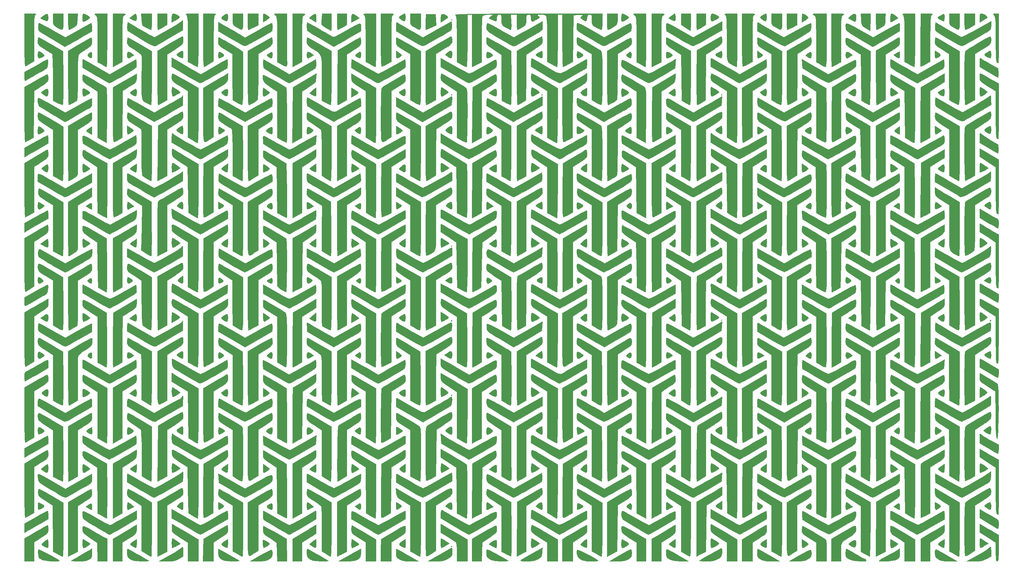
<source format=gbr>
G04 #@! TF.GenerationSoftware,KiCad,Pcbnew,(5.1.4)-1*
G04 #@! TF.CreationDate,2023-05-19T09:16:21-04:00*
G04 #@! TF.ProjectId,ThumbsUp,5468756d-6273-4557-902e-6b696361645f,rev?*
G04 #@! TF.SameCoordinates,Original*
G04 #@! TF.FileFunction,Legend,Top*
G04 #@! TF.FilePolarity,Positive*
%FSLAX46Y46*%
G04 Gerber Fmt 4.6, Leading zero omitted, Abs format (unit mm)*
G04 Created by KiCad (PCBNEW (5.1.4)-1) date 2023-05-19 09:16:21*
%MOMM*%
%LPD*%
G04 APERTURE LIST*
%ADD10C,0.010000*%
G04 APERTURE END LIST*
D10*
G36*
X138023158Y-323435789D02*
G01*
X137889474Y-323569473D01*
X137755790Y-323435789D01*
X137889474Y-323302105D01*
X138023158Y-323435789D01*
X138023158Y-323435789D01*
G37*
X138023158Y-323435789D02*
X137889474Y-323569473D01*
X137755790Y-323435789D01*
X137889474Y-323302105D01*
X138023158Y-323435789D01*
G36*
X276443010Y-321924160D02*
G01*
X276513611Y-322475187D01*
X276520000Y-322745087D01*
X276484119Y-323489296D01*
X276299119Y-323770217D01*
X275848965Y-323656416D01*
X275383684Y-323416545D01*
X274860354Y-323097648D01*
X274675105Y-322831070D01*
X274867414Y-322546546D01*
X275476762Y-322173812D01*
X276319474Y-321751035D01*
X276443010Y-321924160D01*
X276443010Y-321924160D01*
G37*
X276443010Y-321924160D02*
X276513611Y-322475187D01*
X276520000Y-322745087D01*
X276484119Y-323489296D01*
X276299119Y-323770217D01*
X275848965Y-323656416D01*
X275383684Y-323416545D01*
X274860354Y-323097648D01*
X274675105Y-322831070D01*
X274867414Y-322546546D01*
X275476762Y-322173812D01*
X276319474Y-321751035D01*
X276443010Y-321924160D01*
G36*
X226444434Y-321935226D02*
G01*
X226516824Y-322528068D01*
X226522105Y-322767368D01*
X226442098Y-323525429D01*
X226167598Y-323806844D01*
X225646884Y-323632841D01*
X225189258Y-323314446D01*
X224767852Y-322933629D01*
X224648484Y-322703510D01*
X224654521Y-322696997D01*
X225171870Y-322320723D01*
X225761543Y-321954509D01*
X226214800Y-321724008D01*
X226314228Y-321697895D01*
X226444434Y-321935226D01*
X226444434Y-321935226D01*
G37*
X226444434Y-321935226D02*
X226516824Y-322528068D01*
X226522105Y-322767368D01*
X226442098Y-323525429D01*
X226167598Y-323806844D01*
X225646884Y-323632841D01*
X225189258Y-323314446D01*
X224767852Y-322933629D01*
X224648484Y-322703510D01*
X224654521Y-322696997D01*
X225171870Y-322320723D01*
X225761543Y-321954509D01*
X226214800Y-321724008D01*
X226314228Y-321697895D01*
X226444434Y-321935226D01*
G36*
X211838829Y-321822603D02*
G01*
X212467115Y-322120034D01*
X212972476Y-322475144D01*
X213153684Y-322748598D01*
X212936444Y-322964767D01*
X212412963Y-323276722D01*
X211775599Y-323587011D01*
X211216711Y-323798180D01*
X211005666Y-323836842D01*
X210843913Y-323599623D01*
X210753951Y-323007028D01*
X210747369Y-322767368D01*
X210791404Y-322068940D01*
X210971484Y-321759966D01*
X211291512Y-321697895D01*
X211838829Y-321822603D01*
X211838829Y-321822603D01*
G37*
X211838829Y-321822603D02*
X212467115Y-322120034D01*
X212972476Y-322475144D01*
X213153684Y-322748598D01*
X212936444Y-322964767D01*
X212412963Y-323276722D01*
X211775599Y-323587011D01*
X211216711Y-323798180D01*
X211005666Y-323836842D01*
X210843913Y-323599623D01*
X210753951Y-323007028D01*
X210747369Y-322767368D01*
X210791404Y-322068940D01*
X210971484Y-321759966D01*
X211291512Y-321697895D01*
X211838829Y-321822603D01*
G36*
X200779801Y-321935675D02*
G01*
X200849636Y-322527952D01*
X200854737Y-322767368D01*
X200820735Y-323488192D01*
X200642259Y-323767381D01*
X200204603Y-323664862D01*
X199665366Y-323388747D01*
X198877048Y-322962062D01*
X199665366Y-322331306D01*
X200226862Y-321920573D01*
X200612152Y-321707503D01*
X200654211Y-321699223D01*
X200779801Y-321935675D01*
X200779801Y-321935675D01*
G37*
X200779801Y-321935675D02*
X200849636Y-322527952D01*
X200854737Y-322767368D01*
X200820735Y-323488192D01*
X200642259Y-323767381D01*
X200204603Y-323664862D01*
X199665366Y-323388747D01*
X198877048Y-322962062D01*
X199665366Y-322331306D01*
X200226862Y-321920573D01*
X200612152Y-321707503D01*
X200654211Y-321699223D01*
X200779801Y-321935675D01*
G36*
X124844434Y-321935226D02*
G01*
X124916824Y-322528068D01*
X124922105Y-322767368D01*
X124842098Y-323525429D01*
X124567598Y-323806844D01*
X124046884Y-323632841D01*
X123589258Y-323314446D01*
X123167852Y-322933629D01*
X123048484Y-322703510D01*
X123054521Y-322696997D01*
X123571870Y-322320723D01*
X124161543Y-321954509D01*
X124614800Y-321724008D01*
X124714228Y-321697895D01*
X124844434Y-321935226D01*
X124844434Y-321935226D01*
G37*
X124844434Y-321935226D02*
X124916824Y-322528068D01*
X124922105Y-322767368D01*
X124842098Y-323525429D01*
X124567598Y-323806844D01*
X124046884Y-323632841D01*
X123589258Y-323314446D01*
X123167852Y-322933629D01*
X123048484Y-322703510D01*
X123054521Y-322696997D01*
X123571870Y-322320723D01*
X124161543Y-321954509D01*
X124614800Y-321724008D01*
X124714228Y-321697895D01*
X124844434Y-321935226D01*
G36*
X74914161Y-322208609D02*
G01*
X74924211Y-322767368D01*
X74860843Y-323495672D01*
X74606267Y-323775812D01*
X74063770Y-323661543D01*
X73654211Y-323473244D01*
X73148309Y-323099867D01*
X73154133Y-322705544D01*
X73677056Y-322249823D01*
X73829148Y-322156594D01*
X74485204Y-321800684D01*
X74807377Y-321795992D01*
X74914161Y-322208609D01*
X74914161Y-322208609D01*
G37*
X74914161Y-322208609D02*
X74924211Y-322767368D01*
X74860843Y-323495672D01*
X74606267Y-323775812D01*
X74063770Y-323661543D01*
X73654211Y-323473244D01*
X73148309Y-323099867D01*
X73154133Y-322705544D01*
X73677056Y-322249823D01*
X73829148Y-322156594D01*
X74485204Y-321800684D01*
X74807377Y-321795992D01*
X74914161Y-322208609D01*
G36*
X49226697Y-322171043D02*
G01*
X49256842Y-322767368D01*
X49222799Y-323488368D01*
X49044184Y-323767462D01*
X48606270Y-323664685D01*
X48068431Y-323389250D01*
X47281073Y-322963068D01*
X48016499Y-322330481D01*
X48674344Y-321835800D01*
X49055661Y-321774876D01*
X49226697Y-322171043D01*
X49226697Y-322171043D01*
G37*
X49226697Y-322171043D02*
X49256842Y-322767368D01*
X49222799Y-323488368D01*
X49044184Y-323767462D01*
X48606270Y-323664685D01*
X48068431Y-323389250D01*
X47281073Y-322963068D01*
X48016499Y-322330481D01*
X48674344Y-321835800D01*
X49055661Y-321774876D01*
X49226697Y-322171043D01*
G36*
X24344625Y-322132245D02*
G01*
X24391579Y-322767368D01*
X24334204Y-323477636D01*
X24099756Y-323769215D01*
X23594749Y-323681773D01*
X22954833Y-323376992D01*
X22186507Y-322973865D01*
X22954833Y-322345495D01*
X23680371Y-321835130D01*
X24126014Y-321758872D01*
X24344625Y-322132245D01*
X24344625Y-322132245D01*
G37*
X24344625Y-322132245D02*
X24391579Y-322767368D01*
X24334204Y-323477636D01*
X24099756Y-323769215D01*
X23594749Y-323681773D01*
X22954833Y-323376992D01*
X22186507Y-322973865D01*
X22954833Y-322345495D01*
X23680371Y-321835130D01*
X24126014Y-321758872D01*
X24344625Y-322132245D01*
G36*
X287506529Y-321829176D02*
G01*
X288023440Y-322139745D01*
X288429885Y-322504693D01*
X288565405Y-322799109D01*
X288527659Y-322856261D01*
X288250790Y-323034735D01*
X287684085Y-323382484D01*
X287415263Y-323544850D01*
X286412632Y-324147823D01*
X286412632Y-322922859D01*
X286440984Y-322170229D01*
X286574143Y-321810372D01*
X286884260Y-321702320D01*
X287039614Y-321697895D01*
X287506529Y-321829176D01*
X287506529Y-321829176D01*
G37*
X287506529Y-321829176D02*
X288023440Y-322139745D01*
X288429885Y-322504693D01*
X288565405Y-322799109D01*
X288527659Y-322856261D01*
X288250790Y-323034735D01*
X287684085Y-323382484D01*
X287415263Y-323544850D01*
X286412632Y-324147823D01*
X286412632Y-322922859D01*
X286440984Y-322170229D01*
X286574143Y-321810372D01*
X286884260Y-321702320D01*
X287039614Y-321697895D01*
X287506529Y-321829176D01*
G36*
X262126369Y-321838008D02*
G01*
X262773016Y-322317840D01*
X263493746Y-322937785D01*
X262505274Y-323520998D01*
X261873663Y-323878863D01*
X261461843Y-324084680D01*
X261398401Y-324104210D01*
X261327761Y-323865019D01*
X261285411Y-323259901D01*
X261280000Y-322901052D01*
X261361249Y-322064838D01*
X261630580Y-321715487D01*
X262126369Y-321838008D01*
X262126369Y-321838008D01*
G37*
X262126369Y-321838008D02*
X262773016Y-322317840D01*
X263493746Y-322937785D01*
X262505274Y-323520998D01*
X261873663Y-323878863D01*
X261461843Y-324084680D01*
X261398401Y-324104210D01*
X261327761Y-323865019D01*
X261285411Y-323259901D01*
X261280000Y-322901052D01*
X261361249Y-322064838D01*
X261630580Y-321715487D01*
X262126369Y-321838008D01*
G36*
X251609551Y-322135648D02*
G01*
X251654737Y-322751589D01*
X251608605Y-323447500D01*
X251493878Y-323873135D01*
X251454211Y-323915856D01*
X251118529Y-323861517D01*
X250531363Y-323589589D01*
X250345624Y-323483127D01*
X249437564Y-322939827D01*
X250211940Y-322320189D01*
X250942209Y-321820400D01*
X251390613Y-321753664D01*
X251609551Y-322135648D01*
X251609551Y-322135648D01*
G37*
X251609551Y-322135648D02*
X251654737Y-322751589D01*
X251608605Y-323447500D01*
X251493878Y-323873135D01*
X251454211Y-323915856D01*
X251118529Y-323861517D01*
X250531363Y-323589589D01*
X250345624Y-323483127D01*
X249437564Y-322939827D01*
X250211940Y-322320189D01*
X250942209Y-321820400D01*
X251390613Y-321753664D01*
X251609551Y-322135648D01*
G36*
X236964805Y-321832967D02*
G01*
X237495715Y-322149965D01*
X237976361Y-322516561D01*
X238216366Y-322800424D01*
X238217466Y-322840235D01*
X237961824Y-323115623D01*
X237423190Y-323515801D01*
X237279115Y-323609437D01*
X236414737Y-324156722D01*
X236414737Y-322927308D01*
X236445759Y-322200491D01*
X236524415Y-321759280D01*
X236574010Y-321697895D01*
X236964805Y-321832967D01*
X236964805Y-321832967D01*
G37*
X236964805Y-321832967D02*
X237495715Y-322149965D01*
X237976361Y-322516561D01*
X238216366Y-322800424D01*
X238217466Y-322840235D01*
X237961824Y-323115623D01*
X237423190Y-323515801D01*
X237279115Y-323609437D01*
X236414737Y-324156722D01*
X236414737Y-322927308D01*
X236445759Y-322200491D01*
X236524415Y-321759280D01*
X236574010Y-321697895D01*
X236964805Y-321832967D01*
G36*
X186330717Y-321824023D02*
G01*
X186911477Y-322122483D01*
X187448914Y-322473392D01*
X187741973Y-322756864D01*
X187753684Y-322798605D01*
X187545824Y-323053143D01*
X187050220Y-323394095D01*
X186458835Y-323714471D01*
X185963634Y-323907282D01*
X185770776Y-323903758D01*
X185642306Y-323530076D01*
X185611847Y-322914026D01*
X185666245Y-322267524D01*
X185792346Y-321802487D01*
X185907695Y-321697895D01*
X186330717Y-321824023D01*
X186330717Y-321824023D01*
G37*
X186330717Y-321824023D02*
X186911477Y-322122483D01*
X187448914Y-322473392D01*
X187741973Y-322756864D01*
X187753684Y-322798605D01*
X187545824Y-323053143D01*
X187050220Y-323394095D01*
X186458835Y-323714471D01*
X185963634Y-323907282D01*
X185770776Y-323903758D01*
X185642306Y-323530076D01*
X185611847Y-322914026D01*
X185666245Y-322267524D01*
X185792346Y-321802487D01*
X185907695Y-321697895D01*
X186330717Y-321824023D01*
G36*
X135716329Y-321868962D02*
G01*
X136063909Y-322016996D01*
X136674844Y-322397333D01*
X136800762Y-322755770D01*
X136433132Y-323162359D01*
X135881972Y-323510615D01*
X134814737Y-324120177D01*
X134814737Y-323058499D01*
X134896535Y-322208639D01*
X135178687Y-321827450D01*
X135716329Y-321868962D01*
X135716329Y-321868962D01*
G37*
X135716329Y-321868962D02*
X136063909Y-322016996D01*
X136674844Y-322397333D01*
X136800762Y-322755770D01*
X136433132Y-323162359D01*
X135881972Y-323510615D01*
X134814737Y-324120177D01*
X134814737Y-323058499D01*
X134896535Y-322208639D01*
X135178687Y-321827450D01*
X135716329Y-321868962D01*
G36*
X110454023Y-321849762D02*
G01*
X111141779Y-322333646D01*
X111933032Y-322966741D01*
X110807569Y-323540910D01*
X109682105Y-324115078D01*
X109682105Y-322906486D01*
X109748212Y-322084863D01*
X109985855Y-321740338D01*
X110454023Y-321849762D01*
X110454023Y-321849762D01*
G37*
X110454023Y-321849762D02*
X111141779Y-322333646D01*
X111933032Y-322966741D01*
X110807569Y-323540910D01*
X109682105Y-324115078D01*
X109682105Y-322906486D01*
X109748212Y-322084863D01*
X109985855Y-321740338D01*
X110454023Y-321849762D01*
G36*
X99756816Y-322205870D02*
G01*
X99789474Y-322901052D01*
X99776234Y-323613315D01*
X99742727Y-324032832D01*
X99722632Y-324082060D01*
X99475569Y-323941720D01*
X98941687Y-323619050D01*
X98748043Y-323500052D01*
X97840297Y-322940194D01*
X98562426Y-322319044D01*
X99211595Y-321832213D01*
X99587231Y-321783820D01*
X99756816Y-322205870D01*
X99756816Y-322205870D01*
G37*
X99756816Y-322205870D02*
X99789474Y-322901052D01*
X99776234Y-323613315D01*
X99742727Y-324032832D01*
X99722632Y-324082060D01*
X99475569Y-323941720D01*
X98941687Y-323619050D01*
X98748043Y-323500052D01*
X97840297Y-322940194D01*
X98562426Y-322319044D01*
X99211595Y-321832213D01*
X99587231Y-321783820D01*
X99756816Y-322205870D01*
G36*
X85337625Y-321829269D02*
G01*
X85876051Y-322136850D01*
X86389451Y-322490823D01*
X86675878Y-322761373D01*
X86688421Y-322798605D01*
X86480015Y-323036567D01*
X85959649Y-323407353D01*
X85752632Y-323534047D01*
X84816842Y-324086176D01*
X84816842Y-322892035D01*
X84848725Y-322177395D01*
X84929323Y-321750799D01*
X84976116Y-321697895D01*
X85337625Y-321829269D01*
X85337625Y-321829269D01*
G37*
X85337625Y-321829269D02*
X85876051Y-322136850D01*
X86389451Y-322490823D01*
X86675878Y-322761373D01*
X86688421Y-322798605D01*
X86480015Y-323036567D01*
X85959649Y-323407353D01*
X85752632Y-323534047D01*
X84816842Y-324086176D01*
X84816842Y-322892035D01*
X84848725Y-322177395D01*
X84929323Y-321750799D01*
X84976116Y-321697895D01*
X85337625Y-321829269D01*
G36*
X60323303Y-321859271D02*
G01*
X60909332Y-322202140D01*
X61273953Y-322547080D01*
X61312084Y-322835276D01*
X60972234Y-323151946D01*
X60202911Y-323582306D01*
X60018421Y-323676608D01*
X59149474Y-324117942D01*
X59149474Y-322907918D01*
X59182339Y-322156192D01*
X59323476Y-321799324D01*
X59636696Y-321699289D01*
X59708881Y-321697895D01*
X60323303Y-321859271D01*
X60323303Y-321859271D01*
G37*
X60323303Y-321859271D02*
X60909332Y-322202140D01*
X61273953Y-322547080D01*
X61312084Y-322835276D01*
X60972234Y-323151946D01*
X60202911Y-323582306D01*
X60018421Y-323676608D01*
X59149474Y-324117942D01*
X59149474Y-322907918D01*
X59182339Y-322156192D01*
X59323476Y-321799324D01*
X59636696Y-321699289D01*
X59708881Y-321697895D01*
X60323303Y-321859271D01*
G36*
X34732823Y-321824023D02*
G01*
X35313582Y-322122483D01*
X35851020Y-322473392D01*
X36144078Y-322756864D01*
X36155790Y-322798605D01*
X35947929Y-323053143D01*
X35452325Y-323394095D01*
X34860940Y-323714471D01*
X34365740Y-323907282D01*
X34172881Y-323903758D01*
X34044411Y-323530076D01*
X34013952Y-322914026D01*
X34068350Y-322267524D01*
X34194451Y-321802487D01*
X34309800Y-321697895D01*
X34732823Y-321824023D01*
X34732823Y-321824023D01*
G37*
X34732823Y-321824023D02*
X35313582Y-322122483D01*
X35851020Y-322473392D01*
X36144078Y-322756864D01*
X36155790Y-322798605D01*
X35947929Y-323053143D01*
X35452325Y-323394095D01*
X34860940Y-323714471D01*
X34365740Y-323907282D01*
X34172881Y-323903758D01*
X34044411Y-323530076D01*
X34013952Y-322914026D01*
X34068350Y-322267524D01*
X34194451Y-321802487D01*
X34309800Y-321697895D01*
X34732823Y-321824023D01*
G36*
X285075790Y-324860598D02*
G01*
X283838956Y-325551878D01*
X283099792Y-325942055D01*
X282546073Y-326192718D01*
X282368429Y-326243158D01*
X282262827Y-325996314D01*
X282182060Y-325337603D01*
X282138750Y-324389753D01*
X282134737Y-323970526D01*
X282134737Y-321697895D01*
X285075790Y-321697895D01*
X285075790Y-324860598D01*
X285075790Y-324860598D01*
G37*
X285075790Y-324860598D02*
X283838956Y-325551878D01*
X283099792Y-325942055D01*
X282546073Y-326192718D01*
X282368429Y-326243158D01*
X282262827Y-325996314D01*
X282182060Y-325337603D01*
X282138750Y-324389753D01*
X282134737Y-323970526D01*
X282134737Y-321697895D01*
X285075790Y-321697895D01*
X285075790Y-324860598D01*
G36*
X280797895Y-323970526D02*
G01*
X280783111Y-325153972D01*
X280693720Y-325861028D01*
X280462165Y-326149994D01*
X280020887Y-326079172D01*
X279302328Y-325706862D01*
X278993158Y-325527960D01*
X278361060Y-325138291D01*
X278021710Y-324791299D01*
X277884042Y-324306996D01*
X277856992Y-323505396D01*
X277856842Y-323282073D01*
X277856842Y-321697895D01*
X280797895Y-321697895D01*
X280797895Y-323970526D01*
X280797895Y-323970526D01*
G37*
X280797895Y-323970526D02*
X280783111Y-325153972D01*
X280693720Y-325861028D01*
X280462165Y-326149994D01*
X280020887Y-326079172D01*
X279302328Y-325706862D01*
X278993158Y-325527960D01*
X278361060Y-325138291D01*
X278021710Y-324791299D01*
X277884042Y-324306996D01*
X277856992Y-323505396D01*
X277856842Y-323282073D01*
X277856842Y-321697895D01*
X280797895Y-321697895D01*
X280797895Y-323970526D01*
G36*
X259889074Y-323329512D02*
G01*
X259828648Y-324237384D01*
X259696433Y-324785859D01*
X259398315Y-325149809D01*
X258840179Y-325504109D01*
X258665981Y-325602144D01*
X257979051Y-325973980D01*
X257506260Y-326205294D01*
X257395981Y-326243158D01*
X257338810Y-325996270D01*
X257295086Y-325337451D01*
X257271643Y-324389462D01*
X257269474Y-323970526D01*
X257269474Y-321697895D01*
X259968674Y-321697895D01*
X259889074Y-323329512D01*
X259889074Y-323329512D01*
G37*
X259889074Y-323329512D02*
X259828648Y-324237384D01*
X259696433Y-324785859D01*
X259398315Y-325149809D01*
X258840179Y-325504109D01*
X258665981Y-325602144D01*
X257979051Y-325973980D01*
X257506260Y-326205294D01*
X257395981Y-326243158D01*
X257338810Y-325996270D01*
X257295086Y-325337451D01*
X257271643Y-324389462D01*
X257269474Y-323970526D01*
X257269474Y-321697895D01*
X259968674Y-321697895D01*
X259889074Y-323329512D01*
G36*
X235077895Y-324897307D02*
G01*
X233749941Y-325570233D01*
X232996700Y-325939965D01*
X232453507Y-326184384D01*
X232279415Y-326243158D01*
X232214983Y-325996275D01*
X232165707Y-325337468D01*
X232139288Y-324389495D01*
X232136842Y-323970526D01*
X232136842Y-321697895D01*
X235077895Y-321697895D01*
X235077895Y-324897307D01*
X235077895Y-324897307D01*
G37*
X235077895Y-324897307D02*
X233749941Y-325570233D01*
X232996700Y-325939965D01*
X232453507Y-326184384D01*
X232279415Y-326243158D01*
X232214983Y-325996275D01*
X232165707Y-325337468D01*
X232139288Y-324389495D01*
X232136842Y-323970526D01*
X232136842Y-321697895D01*
X235077895Y-321697895D01*
X235077895Y-324897307D01*
G36*
X230800000Y-323970526D02*
G01*
X230785216Y-325153972D01*
X230695825Y-325861028D01*
X230464270Y-326149994D01*
X230022992Y-326079172D01*
X229304433Y-325706862D01*
X228995263Y-325527960D01*
X228363165Y-325138291D01*
X228023815Y-324791299D01*
X227886148Y-324306996D01*
X227859097Y-323505396D01*
X227858947Y-323282073D01*
X227858947Y-321697895D01*
X230800000Y-321697895D01*
X230800000Y-323970526D01*
X230800000Y-323970526D01*
G37*
X230800000Y-323970526D02*
X230785216Y-325153972D01*
X230695825Y-325861028D01*
X230464270Y-326149994D01*
X230022992Y-326079172D01*
X229304433Y-325706862D01*
X228995263Y-325527960D01*
X228363165Y-325138291D01*
X228023815Y-324791299D01*
X227886148Y-324306996D01*
X227859097Y-323505396D01*
X227858947Y-323282073D01*
X227858947Y-321697895D01*
X230800000Y-321697895D01*
X230800000Y-323970526D01*
G36*
X209410526Y-324855504D02*
G01*
X208226600Y-325549331D01*
X207524874Y-325944506D01*
X207025991Y-326195783D01*
X206889758Y-326243158D01*
X206820653Y-325996279D01*
X206767802Y-325337480D01*
X206739465Y-324389518D01*
X206736842Y-323970526D01*
X206736842Y-321697895D01*
X209410526Y-321697895D01*
X209410526Y-324855504D01*
X209410526Y-324855504D01*
G37*
X209410526Y-324855504D02*
X208226600Y-325549331D01*
X207524874Y-325944506D01*
X207025991Y-326195783D01*
X206889758Y-326243158D01*
X206820653Y-325996279D01*
X206767802Y-325337480D01*
X206739465Y-324389518D01*
X206736842Y-323970526D01*
X206736842Y-321697895D01*
X209410526Y-321697895D01*
X209410526Y-324855504D01*
G36*
X184545263Y-323126982D02*
G01*
X184473091Y-324156703D01*
X184236309Y-324788301D01*
X184077369Y-324966319D01*
X183585687Y-325319619D01*
X182910326Y-325721438D01*
X182248362Y-326063602D01*
X181796874Y-326237935D01*
X181751172Y-326243158D01*
X181684757Y-325996277D01*
X181633964Y-325337473D01*
X181606731Y-324389504D01*
X181604211Y-323970526D01*
X181604211Y-321697895D01*
X184545263Y-321697895D01*
X184545263Y-323126982D01*
X184545263Y-323126982D01*
G37*
X184545263Y-323126982D02*
X184473091Y-324156703D01*
X184236309Y-324788301D01*
X184077369Y-324966319D01*
X183585687Y-325319619D01*
X182910326Y-325721438D01*
X182248362Y-326063602D01*
X181796874Y-326237935D01*
X181751172Y-326243158D01*
X181684757Y-325996277D01*
X181633964Y-325337473D01*
X181606731Y-324389504D01*
X181604211Y-323970526D01*
X181604211Y-321697895D01*
X184545263Y-321697895D01*
X184545263Y-323126982D01*
G36*
X133424064Y-323357850D02*
G01*
X133503918Y-324884120D01*
X132162953Y-325563639D01*
X131403670Y-325935630D01*
X130851601Y-326182447D01*
X130668602Y-326243158D01*
X130607053Y-325996862D01*
X130576829Y-325340900D01*
X130582200Y-324399655D01*
X130592871Y-324037368D01*
X130670526Y-321831579D01*
X133344211Y-321831579D01*
X133424064Y-323357850D01*
X133424064Y-323357850D01*
G37*
X133424064Y-323357850D02*
X133503918Y-324884120D01*
X132162953Y-325563639D01*
X131403670Y-325935630D01*
X130851601Y-326182447D01*
X130668602Y-326243158D01*
X130607053Y-325996862D01*
X130576829Y-325340900D01*
X130582200Y-324399655D01*
X130592871Y-324037368D01*
X130670526Y-321831579D01*
X133344211Y-321831579D01*
X133424064Y-323357850D01*
G36*
X129200000Y-323970526D02*
G01*
X129185216Y-325153972D01*
X129095825Y-325861028D01*
X128864270Y-326149994D01*
X128422992Y-326079172D01*
X127704433Y-325706862D01*
X127395263Y-325527960D01*
X126763165Y-325138291D01*
X126423815Y-324791299D01*
X126286148Y-324306996D01*
X126259097Y-323505396D01*
X126258947Y-323282073D01*
X126258947Y-321697895D01*
X129200000Y-321697895D01*
X129200000Y-323970526D01*
X129200000Y-323970526D01*
G37*
X129200000Y-323970526D02*
X129185216Y-325153972D01*
X129095825Y-325861028D01*
X128864270Y-326149994D01*
X128422992Y-326079172D01*
X127704433Y-325706862D01*
X127395263Y-325527960D01*
X126763165Y-325138291D01*
X126423815Y-324791299D01*
X126286148Y-324306996D01*
X126259097Y-323505396D01*
X126258947Y-323282073D01*
X126258947Y-321697895D01*
X129200000Y-321697895D01*
X129200000Y-323970526D01*
G36*
X108345263Y-324855504D02*
G01*
X107161337Y-325549331D01*
X106459611Y-325944506D01*
X105960728Y-326195783D01*
X105824495Y-326243158D01*
X105755390Y-325996279D01*
X105702539Y-325337480D01*
X105674202Y-324389518D01*
X105671579Y-323970526D01*
X105671579Y-321697895D01*
X108345263Y-321697895D01*
X108345263Y-324855504D01*
X108345263Y-324855504D01*
G37*
X108345263Y-324855504D02*
X107161337Y-325549331D01*
X106459611Y-325944506D01*
X105960728Y-326195783D01*
X105824495Y-326243158D01*
X105755390Y-325996279D01*
X105702539Y-325337480D01*
X105674202Y-324389518D01*
X105671579Y-323970526D01*
X105671579Y-321697895D01*
X108345263Y-321697895D01*
X108345263Y-324855504D01*
G36*
X83480000Y-324897307D02*
G01*
X82152046Y-325570233D01*
X81398806Y-325939965D01*
X80855612Y-326184384D01*
X80681520Y-326243158D01*
X80617089Y-325996275D01*
X80567812Y-325337468D01*
X80541393Y-324389495D01*
X80538947Y-323970526D01*
X80538947Y-321697895D01*
X83480000Y-321697895D01*
X83480000Y-324897307D01*
X83480000Y-324897307D01*
G37*
X83480000Y-324897307D02*
X82152046Y-325570233D01*
X81398806Y-325939965D01*
X80855612Y-326184384D01*
X80681520Y-326243158D01*
X80617089Y-325996275D01*
X80567812Y-325337468D01*
X80541393Y-324389495D01*
X80538947Y-323970526D01*
X80538947Y-321697895D01*
X83480000Y-321697895D01*
X83480000Y-324897307D01*
G36*
X79202105Y-323970526D02*
G01*
X79187321Y-325153972D01*
X79097931Y-325861028D01*
X78866375Y-326149994D01*
X78425097Y-326079172D01*
X77706538Y-325706862D01*
X77397369Y-325527960D01*
X76765270Y-325138291D01*
X76425920Y-324791299D01*
X76288253Y-324306996D01*
X76261203Y-323505396D01*
X76261053Y-323282073D01*
X76261053Y-321697895D01*
X79202105Y-321697895D01*
X79202105Y-323970526D01*
X79202105Y-323970526D01*
G37*
X79202105Y-323970526D02*
X79187321Y-325153972D01*
X79097931Y-325861028D01*
X78866375Y-326149994D01*
X78425097Y-326079172D01*
X77706538Y-325706862D01*
X77397369Y-325527960D01*
X76765270Y-325138291D01*
X76425920Y-324791299D01*
X76288253Y-324306996D01*
X76261203Y-323505396D01*
X76261053Y-323282073D01*
X76261053Y-321697895D01*
X79202105Y-321697895D01*
X79202105Y-323970526D01*
G36*
X57812632Y-324860598D02*
G01*
X56575798Y-325551878D01*
X55865963Y-325938962D01*
X55372794Y-326189825D01*
X55238956Y-326243158D01*
X55193759Y-325996263D01*
X55159194Y-325337427D01*
X55140662Y-324389417D01*
X55138947Y-323970526D01*
X55138947Y-321697895D01*
X57812632Y-321697895D01*
X57812632Y-324860598D01*
X57812632Y-324860598D01*
G37*
X57812632Y-324860598D02*
X56575798Y-325551878D01*
X55865963Y-325938962D01*
X55372794Y-326189825D01*
X55238956Y-326243158D01*
X55193759Y-325996263D01*
X55159194Y-325337427D01*
X55140662Y-324389417D01*
X55138947Y-323970526D01*
X55138947Y-321697895D01*
X57812632Y-321697895D01*
X57812632Y-324860598D01*
G36*
X53534737Y-323970526D02*
G01*
X53512979Y-324995714D01*
X53454914Y-325777562D01*
X53371352Y-326194177D01*
X53334211Y-326231341D01*
X52993725Y-326110133D01*
X52369740Y-325818356D01*
X52064211Y-325663047D01*
X51399700Y-325309789D01*
X50967198Y-325065830D01*
X50894283Y-325017392D01*
X50824757Y-324724638D01*
X50745637Y-324054132D01*
X50685733Y-323313055D01*
X50577637Y-321697895D01*
X53534737Y-321697895D01*
X53534737Y-323970526D01*
X53534737Y-323970526D01*
G37*
X53534737Y-323970526D02*
X53512979Y-324995714D01*
X53454914Y-325777562D01*
X53371352Y-326194177D01*
X53334211Y-326231341D01*
X52993725Y-326110133D01*
X52369740Y-325818356D01*
X52064211Y-325663047D01*
X51399700Y-325309789D01*
X50967198Y-325065830D01*
X50894283Y-325017392D01*
X50824757Y-324724638D01*
X50745637Y-324054132D01*
X50685733Y-323313055D01*
X50577637Y-321697895D01*
X53534737Y-321697895D01*
X53534737Y-323970526D01*
G36*
X32625916Y-323361682D02*
G01*
X32565637Y-324281968D01*
X32438211Y-324838108D01*
X32157391Y-325200350D01*
X31636929Y-325538944D01*
X31476842Y-325629916D01*
X30795311Y-325993206D01*
X30311695Y-326211206D01*
X30206842Y-326238759D01*
X30116242Y-325993988D01*
X30046943Y-325337009D01*
X30009769Y-324390247D01*
X30006316Y-323970526D01*
X30006316Y-321697895D01*
X32705516Y-321697895D01*
X32625916Y-323361682D01*
X32625916Y-323361682D01*
G37*
X32625916Y-323361682D02*
X32565637Y-324281968D01*
X32438211Y-324838108D01*
X32157391Y-325200350D01*
X31636929Y-325538944D01*
X31476842Y-325629916D01*
X30795311Y-325993206D01*
X30311695Y-326211206D01*
X30206842Y-326238759D01*
X30116242Y-325993988D01*
X30046943Y-325337009D01*
X30009769Y-324390247D01*
X30006316Y-323970526D01*
X30006316Y-321697895D01*
X32705516Y-321697895D01*
X32625916Y-323361682D01*
G36*
X28669474Y-323970526D02*
G01*
X28652228Y-325165614D01*
X28557484Y-325882832D01*
X28320730Y-326178893D01*
X27877458Y-326110506D01*
X27163155Y-325734381D01*
X26864737Y-325557053D01*
X26233217Y-325156619D01*
X25893837Y-324802824D01*
X25755867Y-324314413D01*
X25728581Y-323510133D01*
X25728421Y-323286951D01*
X25728421Y-321697895D01*
X28669474Y-321697895D01*
X28669474Y-323970526D01*
X28669474Y-323970526D01*
G37*
X28669474Y-323970526D02*
X28652228Y-325165614D01*
X28557484Y-325882832D01*
X28320730Y-326178893D01*
X27877458Y-326110506D01*
X27163155Y-325734381D01*
X26864737Y-325557053D01*
X26233217Y-325156619D01*
X25893837Y-324802824D01*
X25755867Y-324314413D01*
X25728581Y-323510133D01*
X25728421Y-323286951D01*
X25728421Y-321697895D01*
X28669474Y-321697895D01*
X28669474Y-323970526D01*
G36*
X255665263Y-324104210D02*
G01*
X255658402Y-325160876D01*
X255640020Y-325976353D01*
X255613423Y-326432712D01*
X255598421Y-326489510D01*
X255352507Y-326351160D01*
X254793320Y-326018707D01*
X254328421Y-325737901D01*
X253668737Y-325315906D01*
X253301835Y-324948404D01*
X253131337Y-324456181D01*
X253060866Y-323660020D01*
X253045663Y-323352602D01*
X252966063Y-321697895D01*
X255665263Y-321697895D01*
X255665263Y-324104210D01*
X255665263Y-324104210D01*
G37*
X255665263Y-324104210D02*
X255658402Y-325160876D01*
X255640020Y-325976353D01*
X255613423Y-326432712D01*
X255598421Y-326489510D01*
X255352507Y-326351160D01*
X254793320Y-326018707D01*
X254328421Y-325737901D01*
X253668737Y-325315906D01*
X253301835Y-324948404D01*
X253131337Y-324456181D01*
X253060866Y-323660020D01*
X253045663Y-323352602D01*
X252966063Y-321697895D01*
X255665263Y-321697895D01*
X255665263Y-324104210D01*
G36*
X205132632Y-324104210D02*
G01*
X205125769Y-325161230D01*
X205107383Y-325977410D01*
X205080781Y-326434663D01*
X205065790Y-326491922D01*
X204822955Y-326350766D01*
X204265628Y-326005666D01*
X203728947Y-325667209D01*
X202458947Y-324861101D01*
X202458947Y-321697895D01*
X205132632Y-321697895D01*
X205132632Y-324104210D01*
X205132632Y-324104210D01*
G37*
X205132632Y-324104210D02*
X205125769Y-325161230D01*
X205107383Y-325977410D01*
X205080781Y-326434663D01*
X205065790Y-326491922D01*
X204822955Y-326350766D01*
X204265628Y-326005666D01*
X203728947Y-325667209D01*
X202458947Y-324861101D01*
X202458947Y-321697895D01*
X205132632Y-321697895D01*
X205132632Y-324104210D01*
G36*
X104067369Y-324104210D02*
G01*
X104060513Y-325159290D01*
X104042148Y-325971618D01*
X104015572Y-326423974D01*
X104000526Y-326478691D01*
X103749857Y-326342423D01*
X103175841Y-326025592D01*
X102666920Y-325743428D01*
X101940289Y-325303360D01*
X101434599Y-324928640D01*
X101296304Y-324770097D01*
X101261302Y-324366860D01*
X101285120Y-323629639D01*
X101327086Y-323099044D01*
X101461718Y-321697895D01*
X104067369Y-321697895D01*
X104067369Y-324104210D01*
X104067369Y-324104210D01*
G37*
X104067369Y-324104210D02*
X104060513Y-325159290D01*
X104042148Y-325971618D01*
X104015572Y-326423974D01*
X104000526Y-326478691D01*
X103749857Y-326342423D01*
X103175841Y-326025592D01*
X102666920Y-325743428D01*
X101940289Y-325303360D01*
X101434599Y-324928640D01*
X101296304Y-324770097D01*
X101261302Y-324366860D01*
X101285120Y-323629639D01*
X101327086Y-323099044D01*
X101461718Y-321697895D01*
X104067369Y-321697895D01*
X104067369Y-324104210D01*
G36*
X289621053Y-324995235D02*
G01*
X289599327Y-325651613D01*
X289465517Y-326094197D01*
X289116674Y-326466154D01*
X288449848Y-326910650D01*
X288083684Y-327133180D01*
X286225163Y-328240393D01*
X284592493Y-329182095D01*
X283235160Y-329931391D01*
X282202648Y-330461389D01*
X281544442Y-330745196D01*
X281361107Y-330786618D01*
X280986595Y-330654073D01*
X280251351Y-330291206D01*
X279249949Y-329748119D01*
X278076967Y-329074913D01*
X277633242Y-328811754D01*
X276433377Y-328086978D01*
X275390735Y-327443991D01*
X274595551Y-326939434D01*
X274138056Y-326629946D01*
X274073462Y-326577251D01*
X273926627Y-326163064D01*
X273884484Y-325455717D01*
X273896010Y-325233282D01*
X273980000Y-324150755D01*
X277455790Y-326155927D01*
X278692141Y-326866464D01*
X279772674Y-327482358D01*
X280608816Y-327953515D01*
X281111996Y-328229840D01*
X281207672Y-328277905D01*
X281545098Y-328194945D01*
X282281155Y-327866543D01*
X283356736Y-327323704D01*
X284712738Y-326597433D01*
X286290056Y-325718736D01*
X288029586Y-324718617D01*
X288351053Y-324530622D01*
X289621053Y-323786030D01*
X289621053Y-324995235D01*
X289621053Y-324995235D01*
G37*
X289621053Y-324995235D02*
X289599327Y-325651613D01*
X289465517Y-326094197D01*
X289116674Y-326466154D01*
X288449848Y-326910650D01*
X288083684Y-327133180D01*
X286225163Y-328240393D01*
X284592493Y-329182095D01*
X283235160Y-329931391D01*
X282202648Y-330461389D01*
X281544442Y-330745196D01*
X281361107Y-330786618D01*
X280986595Y-330654073D01*
X280251351Y-330291206D01*
X279249949Y-329748119D01*
X278076967Y-329074913D01*
X277633242Y-328811754D01*
X276433377Y-328086978D01*
X275390735Y-327443991D01*
X274595551Y-326939434D01*
X274138056Y-326629946D01*
X274073462Y-326577251D01*
X273926627Y-326163064D01*
X273884484Y-325455717D01*
X273896010Y-325233282D01*
X273980000Y-324150755D01*
X277455790Y-326155927D01*
X278692141Y-326866464D01*
X279772674Y-327482358D01*
X280608816Y-327953515D01*
X281111996Y-328229840D01*
X281207672Y-328277905D01*
X281545098Y-328194945D01*
X282281155Y-327866543D01*
X283356736Y-327323704D01*
X284712738Y-326597433D01*
X286290056Y-325718736D01*
X288029586Y-324718617D01*
X288351053Y-324530622D01*
X289621053Y-323786030D01*
X289621053Y-324995235D01*
G36*
X213944064Y-325129415D02*
G01*
X213932339Y-326376842D01*
X210097898Y-328582631D01*
X208781489Y-329322021D01*
X207597742Y-329953525D01*
X206635662Y-330432245D01*
X205984254Y-330713276D01*
X205764886Y-330768577D01*
X205368437Y-330629554D01*
X204610053Y-330260027D01*
X203583481Y-329709306D01*
X202382468Y-329026704D01*
X201790526Y-328678003D01*
X198314737Y-326607272D01*
X198232522Y-325489426D01*
X198243969Y-324704785D01*
X198418687Y-324378186D01*
X198461412Y-324371579D01*
X198791849Y-324497979D01*
X199496327Y-324846321D01*
X200486290Y-325370314D01*
X201673185Y-326023668D01*
X202321762Y-326389481D01*
X205871006Y-328407383D01*
X213955790Y-323881989D01*
X213944064Y-325129415D01*
X213944064Y-325129415D01*
G37*
X213944064Y-325129415D02*
X213932339Y-326376842D01*
X210097898Y-328582631D01*
X208781489Y-329322021D01*
X207597742Y-329953525D01*
X206635662Y-330432245D01*
X205984254Y-330713276D01*
X205764886Y-330768577D01*
X205368437Y-330629554D01*
X204610053Y-330260027D01*
X203583481Y-329709306D01*
X202382468Y-329026704D01*
X201790526Y-328678003D01*
X198314737Y-326607272D01*
X198232522Y-325489426D01*
X198243969Y-324704785D01*
X198418687Y-324378186D01*
X198461412Y-324371579D01*
X198791849Y-324497979D01*
X199496327Y-324846321D01*
X200486290Y-325370314D01*
X201673185Y-326023668D01*
X202321762Y-326389481D01*
X205871006Y-328407383D01*
X213955790Y-323881989D01*
X213944064Y-325129415D01*
G36*
X173537042Y-324367949D02*
G01*
X174202873Y-324682763D01*
X175163665Y-325184131D01*
X176336649Y-325829432D01*
X177132439Y-326282117D01*
X180815404Y-328402742D01*
X182212439Y-327634784D01*
X183106070Y-327138990D01*
X184256263Y-326494592D01*
X185455215Y-325818145D01*
X185805989Y-325619202D01*
X186785347Y-325077033D01*
X187596994Y-324653876D01*
X188124938Y-324408921D01*
X188250930Y-324371579D01*
X188394802Y-324609146D01*
X188462184Y-325206315D01*
X188460730Y-325500595D01*
X188422105Y-326629612D01*
X184812632Y-328704604D01*
X183542666Y-329420630D01*
X182415060Y-330030133D01*
X181519686Y-330486546D01*
X180946417Y-330743304D01*
X180802105Y-330782546D01*
X180394294Y-330654700D01*
X179670249Y-330312820D01*
X178768683Y-329823887D01*
X178529474Y-329685154D01*
X176802658Y-328671411D01*
X175480391Y-327891734D01*
X174509054Y-327304460D01*
X173835030Y-326867926D01*
X173404701Y-326540467D01*
X173164448Y-326280421D01*
X173060653Y-326046125D01*
X173039699Y-325795914D01*
X173047966Y-325488125D01*
X173048421Y-325426156D01*
X173095976Y-324737885D01*
X173213790Y-324319350D01*
X173248947Y-324282315D01*
X173537042Y-324367949D01*
X173537042Y-324367949D01*
G37*
X173537042Y-324367949D02*
X174202873Y-324682763D01*
X175163665Y-325184131D01*
X176336649Y-325829432D01*
X177132439Y-326282117D01*
X180815404Y-328402742D01*
X182212439Y-327634784D01*
X183106070Y-327138990D01*
X184256263Y-326494592D01*
X185455215Y-325818145D01*
X185805989Y-325619202D01*
X186785347Y-325077033D01*
X187596994Y-324653876D01*
X188124938Y-324408921D01*
X188250930Y-324371579D01*
X188394802Y-324609146D01*
X188462184Y-325206315D01*
X188460730Y-325500595D01*
X188422105Y-326629612D01*
X184812632Y-328704604D01*
X183542666Y-329420630D01*
X182415060Y-330030133D01*
X181519686Y-330486546D01*
X180946417Y-330743304D01*
X180802105Y-330782546D01*
X180394294Y-330654700D01*
X179670249Y-330312820D01*
X178768683Y-329823887D01*
X178529474Y-329685154D01*
X176802658Y-328671411D01*
X175480391Y-327891734D01*
X174509054Y-327304460D01*
X173835030Y-326867926D01*
X173404701Y-326540467D01*
X173164448Y-326280421D01*
X173060653Y-326046125D01*
X173039699Y-325795914D01*
X173047966Y-325488125D01*
X173048421Y-325426156D01*
X173095976Y-324737885D01*
X173213790Y-324319350D01*
X173248947Y-324282315D01*
X173537042Y-324367949D01*
G36*
X137974926Y-324985636D02*
G01*
X137973844Y-325774960D01*
X137771037Y-326251350D01*
X137470304Y-326509939D01*
X136733023Y-326982588D01*
X135739262Y-327579676D01*
X134586148Y-328247447D01*
X133370809Y-328932147D01*
X132190371Y-329580022D01*
X131141962Y-330137316D01*
X130322710Y-330550275D01*
X129829741Y-330765143D01*
X129748259Y-330783674D01*
X129382243Y-330652173D01*
X128648764Y-330292972D01*
X127638703Y-329753804D01*
X126442942Y-329082402D01*
X125803036Y-328711568D01*
X122272388Y-326644210D01*
X122260404Y-325358431D01*
X122290266Y-324639105D01*
X122379731Y-324226319D01*
X122448947Y-324183909D01*
X122739374Y-324350613D01*
X123406841Y-324736283D01*
X124365899Y-325291472D01*
X125531098Y-325966730D01*
X126172405Y-326338636D01*
X127399894Y-327046486D01*
X128456624Y-327647993D01*
X129259996Y-328096760D01*
X129727415Y-328346394D01*
X129810387Y-328382105D01*
X130069143Y-328256676D01*
X130714270Y-327909059D01*
X131667794Y-327382256D01*
X132851742Y-326719270D01*
X133907456Y-326122538D01*
X137889474Y-323862972D01*
X137974926Y-324985636D01*
X137974926Y-324985636D01*
G37*
X137974926Y-324985636D02*
X137973844Y-325774960D01*
X137771037Y-326251350D01*
X137470304Y-326509939D01*
X136733023Y-326982588D01*
X135739262Y-327579676D01*
X134586148Y-328247447D01*
X133370809Y-328932147D01*
X132190371Y-329580022D01*
X131141962Y-330137316D01*
X130322710Y-330550275D01*
X129829741Y-330765143D01*
X129748259Y-330783674D01*
X129382243Y-330652173D01*
X128648764Y-330292972D01*
X127638703Y-329753804D01*
X126442942Y-329082402D01*
X125803036Y-328711568D01*
X122272388Y-326644210D01*
X122260404Y-325358431D01*
X122290266Y-324639105D01*
X122379731Y-324226319D01*
X122448947Y-324183909D01*
X122739374Y-324350613D01*
X123406841Y-324736283D01*
X124365899Y-325291472D01*
X125531098Y-325966730D01*
X126172405Y-326338636D01*
X127399894Y-327046486D01*
X128456624Y-327647993D01*
X129259996Y-328096760D01*
X129727415Y-328346394D01*
X129810387Y-328382105D01*
X130069143Y-328256676D01*
X130714270Y-327909059D01*
X131667794Y-327382256D01*
X132851742Y-326719270D01*
X133907456Y-326122538D01*
X137889474Y-323862972D01*
X137974926Y-324985636D01*
G36*
X73119474Y-324590735D02*
G01*
X73933873Y-325073066D01*
X74857844Y-325600787D01*
X75057895Y-325712152D01*
X75831902Y-326147252D01*
X76852278Y-326730242D01*
X77904212Y-327338355D01*
X77950400Y-327365247D01*
X79773432Y-328427062D01*
X83401483Y-326399320D01*
X84664972Y-325701581D01*
X85769434Y-325107554D01*
X86628772Y-324662306D01*
X87156890Y-324410901D01*
X87275403Y-324371579D01*
X87408306Y-324608310D01*
X87452010Y-325203704D01*
X87439057Y-325501990D01*
X87356842Y-326632401D01*
X83747369Y-328705999D01*
X82477340Y-329421423D01*
X81349690Y-330030108D01*
X80454306Y-330485569D01*
X79881074Y-330741320D01*
X79736842Y-330780023D01*
X79375771Y-330650465D01*
X78646691Y-330293158D01*
X77640034Y-329755627D01*
X76446232Y-329085395D01*
X75802223Y-328712331D01*
X72268655Y-326644210D01*
X72259591Y-325352404D01*
X72250526Y-324060597D01*
X73119474Y-324590735D01*
X73119474Y-324590735D01*
G37*
X73119474Y-324590735D02*
X73933873Y-325073066D01*
X74857844Y-325600787D01*
X75057895Y-325712152D01*
X75831902Y-326147252D01*
X76852278Y-326730242D01*
X77904212Y-327338355D01*
X77950400Y-327365247D01*
X79773432Y-328427062D01*
X83401483Y-326399320D01*
X84664972Y-325701581D01*
X85769434Y-325107554D01*
X86628772Y-324662306D01*
X87156890Y-324410901D01*
X87275403Y-324371579D01*
X87408306Y-324608310D01*
X87452010Y-325203704D01*
X87439057Y-325501990D01*
X87356842Y-326632401D01*
X83747369Y-328705999D01*
X82477340Y-329421423D01*
X81349690Y-330030108D01*
X80454306Y-330485569D01*
X79881074Y-330741320D01*
X79736842Y-330780023D01*
X79375771Y-330650465D01*
X78646691Y-330293158D01*
X77640034Y-329755627D01*
X76446232Y-329085395D01*
X75802223Y-328712331D01*
X72268655Y-326644210D01*
X72259591Y-325352404D01*
X72250526Y-324060597D01*
X73119474Y-324590735D01*
G36*
X263894874Y-324609899D02*
G01*
X263946833Y-325209189D01*
X263951570Y-325507895D01*
X263949455Y-326644210D01*
X260943675Y-328371219D01*
X259730396Y-329068319D01*
X258614802Y-329709283D01*
X257716578Y-330225347D01*
X257155407Y-330547749D01*
X257135790Y-330559019D01*
X256333684Y-331019810D01*
X252590526Y-328813740D01*
X251191787Y-327983092D01*
X250189213Y-327363602D01*
X249514957Y-326900652D01*
X249101170Y-326539626D01*
X248880006Y-326225908D01*
X248783617Y-325904879D01*
X248761688Y-325731540D01*
X248719474Y-325103991D01*
X248776638Y-324696841D01*
X248993266Y-324518470D01*
X249429444Y-324577255D01*
X250145257Y-324881574D01*
X251200792Y-325439806D01*
X252656133Y-326260330D01*
X252689240Y-326279193D01*
X256430701Y-328411202D01*
X260042162Y-326391390D01*
X261294033Y-325696395D01*
X262377392Y-325104701D01*
X263208647Y-324661193D01*
X263704206Y-324410760D01*
X263803653Y-324371579D01*
X263894874Y-324609899D01*
X263894874Y-324609899D01*
G37*
X263894874Y-324609899D02*
X263946833Y-325209189D01*
X263951570Y-325507895D01*
X263949455Y-326644210D01*
X260943675Y-328371219D01*
X259730396Y-329068319D01*
X258614802Y-329709283D01*
X257716578Y-330225347D01*
X257155407Y-330547749D01*
X257135790Y-330559019D01*
X256333684Y-331019810D01*
X252590526Y-328813740D01*
X251191787Y-327983092D01*
X250189213Y-327363602D01*
X249514957Y-326900652D01*
X249101170Y-326539626D01*
X248880006Y-326225908D01*
X248783617Y-325904879D01*
X248761688Y-325731540D01*
X248719474Y-325103991D01*
X248776638Y-324696841D01*
X248993266Y-324518470D01*
X249429444Y-324577255D01*
X250145257Y-324881574D01*
X251200792Y-325439806D01*
X252656133Y-326260330D01*
X252689240Y-326279193D01*
X256430701Y-328411202D01*
X260042162Y-326391390D01*
X261294033Y-325696395D01*
X262377392Y-325104701D01*
X263208647Y-324661193D01*
X263704206Y-324410760D01*
X263803653Y-324371579D01*
X263894874Y-324609899D01*
G36*
X224339244Y-324356528D02*
G01*
X225007210Y-324743267D01*
X225967771Y-325299467D01*
X227135853Y-325975868D01*
X227804725Y-326363206D01*
X231359976Y-328422044D01*
X234889988Y-326463653D01*
X236148215Y-325772286D01*
X237256677Y-325175714D01*
X238124195Y-324722056D01*
X238659590Y-324459431D01*
X238770697Y-324415641D01*
X238991675Y-324511421D01*
X239058650Y-325006834D01*
X239038065Y-325464933D01*
X238976291Y-326025834D01*
X238825987Y-326436303D01*
X238492339Y-326801795D01*
X237880532Y-327227768D01*
X236949474Y-327787962D01*
X235795713Y-328461930D01*
X234596932Y-329150456D01*
X233588320Y-329718616D01*
X233473684Y-329781971D01*
X232653333Y-330244000D01*
X232007339Y-330626337D01*
X231716860Y-330816801D01*
X231381330Y-330770765D01*
X230648950Y-330462677D01*
X229573366Y-329918573D01*
X228208227Y-329164489D01*
X227649936Y-328842974D01*
X223869312Y-326644210D01*
X223858866Y-325358431D01*
X223889589Y-324640163D01*
X223979552Y-324229466D01*
X224048947Y-324188510D01*
X224339244Y-324356528D01*
X224339244Y-324356528D01*
G37*
X224339244Y-324356528D02*
X225007210Y-324743267D01*
X225967771Y-325299467D01*
X227135853Y-325975868D01*
X227804725Y-326363206D01*
X231359976Y-328422044D01*
X234889988Y-326463653D01*
X236148215Y-325772286D01*
X237256677Y-325175714D01*
X238124195Y-324722056D01*
X238659590Y-324459431D01*
X238770697Y-324415641D01*
X238991675Y-324511421D01*
X239058650Y-325006834D01*
X239038065Y-325464933D01*
X238976291Y-326025834D01*
X238825987Y-326436303D01*
X238492339Y-326801795D01*
X237880532Y-327227768D01*
X236949474Y-327787962D01*
X235795713Y-328461930D01*
X234596932Y-329150456D01*
X233588320Y-329718616D01*
X233473684Y-329781971D01*
X232653333Y-330244000D01*
X232007339Y-330626337D01*
X231716860Y-330816801D01*
X231381330Y-330770765D01*
X230648950Y-330462677D01*
X229573366Y-329918573D01*
X228208227Y-329164489D01*
X227649936Y-328842974D01*
X223869312Y-326644210D01*
X223858866Y-325358431D01*
X223889589Y-324640163D01*
X223979552Y-324229466D01*
X224048947Y-324188510D01*
X224339244Y-324356528D01*
G36*
X163421468Y-325121360D02*
G01*
X163424142Y-325629975D01*
X163386305Y-326004662D01*
X163236750Y-326313436D01*
X162904271Y-326624313D01*
X162317662Y-327005310D01*
X161405716Y-327524444D01*
X160214737Y-328184428D01*
X159243784Y-328734831D01*
X158304748Y-329285072D01*
X157808421Y-329587204D01*
X156716255Y-330257798D01*
X155955836Y-330662337D01*
X155410800Y-330826549D01*
X154964779Y-330776163D01*
X154501408Y-330536906D01*
X154254114Y-330373042D01*
X153638113Y-329973725D01*
X153226138Y-329742240D01*
X153156094Y-329718947D01*
X152887419Y-329588671D01*
X152257535Y-329234307D01*
X151361550Y-328710552D01*
X150334541Y-328096256D01*
X149192102Y-327400610D01*
X148430541Y-326903915D01*
X147972624Y-326529297D01*
X147741119Y-326199880D01*
X147658795Y-325838791D01*
X147648421Y-325422572D01*
X147716870Y-324739517D01*
X147891894Y-324388714D01*
X147948567Y-324371579D01*
X148275092Y-324497247D01*
X148977187Y-324843709D01*
X149966888Y-325365148D01*
X151156229Y-326015752D01*
X151832317Y-326394379D01*
X155415922Y-328417179D01*
X156277961Y-327897619D01*
X156996836Y-327477260D01*
X157939778Y-326942219D01*
X158610526Y-326569457D01*
X159660235Y-325987767D01*
X160872394Y-325309612D01*
X161752105Y-324813367D01*
X163423158Y-323865878D01*
X163421468Y-325121360D01*
X163421468Y-325121360D01*
G37*
X163421468Y-325121360D02*
X163424142Y-325629975D01*
X163386305Y-326004662D01*
X163236750Y-326313436D01*
X162904271Y-326624313D01*
X162317662Y-327005310D01*
X161405716Y-327524444D01*
X160214737Y-328184428D01*
X159243784Y-328734831D01*
X158304748Y-329285072D01*
X157808421Y-329587204D01*
X156716255Y-330257798D01*
X155955836Y-330662337D01*
X155410800Y-330826549D01*
X154964779Y-330776163D01*
X154501408Y-330536906D01*
X154254114Y-330373042D01*
X153638113Y-329973725D01*
X153226138Y-329742240D01*
X153156094Y-329718947D01*
X152887419Y-329588671D01*
X152257535Y-329234307D01*
X151361550Y-328710552D01*
X150334541Y-328096256D01*
X149192102Y-327400610D01*
X148430541Y-326903915D01*
X147972624Y-326529297D01*
X147741119Y-326199880D01*
X147658795Y-325838791D01*
X147648421Y-325422572D01*
X147716870Y-324739517D01*
X147891894Y-324388714D01*
X147948567Y-324371579D01*
X148275092Y-324497247D01*
X148977187Y-324843709D01*
X149966888Y-325365148D01*
X151156229Y-326015752D01*
X151832317Y-326394379D01*
X155415922Y-328417179D01*
X156277961Y-327897619D01*
X156996836Y-327477260D01*
X157939778Y-326942219D01*
X158610526Y-326569457D01*
X159660235Y-325987767D01*
X160872394Y-325309612D01*
X161752105Y-324813367D01*
X163423158Y-323865878D01*
X163421468Y-325121360D01*
G36*
X99388421Y-325334712D02*
G01*
X100494892Y-325967153D01*
X101566970Y-326577695D01*
X102419834Y-327061151D01*
X102617912Y-327172761D01*
X103402331Y-327620641D01*
X104068129Y-328012449D01*
X104233852Y-328113782D01*
X104496186Y-328214624D01*
X104847280Y-328189856D01*
X105367475Y-328007058D01*
X106137114Y-327633805D01*
X107236538Y-327037677D01*
X108094476Y-326555820D01*
X109603940Y-325701799D01*
X110707953Y-325089398D01*
X111469675Y-324702657D01*
X111952263Y-324525612D01*
X112218877Y-324542301D01*
X112332676Y-324736762D01*
X112356817Y-325093033D01*
X112354025Y-325479289D01*
X112352261Y-326644210D01*
X110020500Y-327981052D01*
X108816417Y-328671257D01*
X107591273Y-329373339D01*
X106545872Y-329972233D01*
X106212264Y-330163280D01*
X104735790Y-331008666D01*
X101147455Y-328901051D01*
X99895211Y-328159467D01*
X98801691Y-327500429D01*
X97952569Y-326976462D01*
X97433519Y-326640095D01*
X97320307Y-326554623D01*
X97188886Y-326157082D01*
X97152973Y-325457230D01*
X97165484Y-325212689D01*
X97249474Y-324109569D01*
X99388421Y-325334712D01*
X99388421Y-325334712D01*
G37*
X99388421Y-325334712D02*
X100494892Y-325967153D01*
X101566970Y-326577695D01*
X102419834Y-327061151D01*
X102617912Y-327172761D01*
X103402331Y-327620641D01*
X104068129Y-328012449D01*
X104233852Y-328113782D01*
X104496186Y-328214624D01*
X104847280Y-328189856D01*
X105367475Y-328007058D01*
X106137114Y-327633805D01*
X107236538Y-327037677D01*
X108094476Y-326555820D01*
X109603940Y-325701799D01*
X110707953Y-325089398D01*
X111469675Y-324702657D01*
X111952263Y-324525612D01*
X112218877Y-324542301D01*
X112332676Y-324736762D01*
X112356817Y-325093033D01*
X112354025Y-325479289D01*
X112352261Y-326644210D01*
X110020500Y-327981052D01*
X108816417Y-328671257D01*
X107591273Y-329373339D01*
X106545872Y-329972233D01*
X106212264Y-330163280D01*
X104735790Y-331008666D01*
X101147455Y-328901051D01*
X99895211Y-328159467D01*
X98801691Y-327500429D01*
X97952569Y-326976462D01*
X97433519Y-326640095D01*
X97320307Y-326554623D01*
X97188886Y-326157082D01*
X97152973Y-325457230D01*
X97165484Y-325212689D01*
X97249474Y-324109569D01*
X99388421Y-325334712D01*
G36*
X62246550Y-323602155D02*
G01*
X62273841Y-324049838D01*
X62267828Y-324758805D01*
X62224211Y-326349189D01*
X58882105Y-328311121D01*
X57628316Y-329045113D01*
X56487533Y-329709230D01*
X55564378Y-330242832D01*
X54963471Y-330585278D01*
X54855369Y-330645105D01*
X54571199Y-330771625D01*
X54268337Y-330801361D01*
X53866395Y-330701311D01*
X53284983Y-330438472D01*
X52443712Y-329979843D01*
X51262193Y-329292420D01*
X50585505Y-328892188D01*
X49336593Y-328146303D01*
X48247170Y-327485004D01*
X47402232Y-326960720D01*
X46886777Y-326625879D01*
X46774567Y-326541514D01*
X46651758Y-326153239D01*
X46619832Y-325458329D01*
X46632852Y-325205603D01*
X46716842Y-324095398D01*
X49524211Y-325726165D01*
X50725350Y-326418574D01*
X51857195Y-327061611D01*
X52784141Y-327578784D01*
X53327201Y-327871377D01*
X54322823Y-328385821D01*
X58196015Y-326198568D01*
X59496497Y-325443798D01*
X60625992Y-324749607D01*
X61503826Y-324168684D01*
X62049323Y-323753719D01*
X62190327Y-323589867D01*
X62246550Y-323602155D01*
X62246550Y-323602155D01*
G37*
X62246550Y-323602155D02*
X62273841Y-324049838D01*
X62267828Y-324758805D01*
X62224211Y-326349189D01*
X58882105Y-328311121D01*
X57628316Y-329045113D01*
X56487533Y-329709230D01*
X55564378Y-330242832D01*
X54963471Y-330585278D01*
X54855369Y-330645105D01*
X54571199Y-330771625D01*
X54268337Y-330801361D01*
X53866395Y-330701311D01*
X53284983Y-330438472D01*
X52443712Y-329979843D01*
X51262193Y-329292420D01*
X50585505Y-328892188D01*
X49336593Y-328146303D01*
X48247170Y-327485004D01*
X47402232Y-326960720D01*
X46886777Y-326625879D01*
X46774567Y-326541514D01*
X46651758Y-326153239D01*
X46619832Y-325458329D01*
X46632852Y-325205603D01*
X46716842Y-324095398D01*
X49524211Y-325726165D01*
X50725350Y-326418574D01*
X51857195Y-327061611D01*
X52784141Y-327578784D01*
X53327201Y-327871377D01*
X54322823Y-328385821D01*
X58196015Y-326198568D01*
X59496497Y-325443798D01*
X60625992Y-324749607D01*
X61503826Y-324168684D01*
X62049323Y-323753719D01*
X62190327Y-323589867D01*
X62246550Y-323602155D01*
G36*
X22102583Y-324449579D02*
G01*
X22775891Y-324789092D01*
X23740681Y-325308465D01*
X24912007Y-325962458D01*
X25610885Y-326361644D01*
X29194582Y-328424543D01*
X32784709Y-326398061D01*
X34032127Y-325699434D01*
X35112112Y-325104966D01*
X35940861Y-324659969D01*
X36434569Y-324409755D01*
X36532682Y-324371579D01*
X36628440Y-324610150D01*
X36684482Y-325211170D01*
X36690526Y-325527417D01*
X36690526Y-326683256D01*
X33950000Y-328252264D01*
X32746920Y-328938883D01*
X31602319Y-329588315D01*
X30659973Y-330119193D01*
X30140000Y-330408438D01*
X29070526Y-330995604D01*
X25995790Y-329158984D01*
X24792579Y-328441024D01*
X23701741Y-327791487D01*
X22833315Y-327275802D01*
X22297344Y-326959400D01*
X22252632Y-326933293D01*
X21797222Y-326549935D01*
X21608776Y-325982183D01*
X21584211Y-325457901D01*
X21632983Y-324771763D01*
X21754927Y-324372500D01*
X21805699Y-324335162D01*
X22102583Y-324449579D01*
X22102583Y-324449579D01*
G37*
X22102583Y-324449579D02*
X22775891Y-324789092D01*
X23740681Y-325308465D01*
X24912007Y-325962458D01*
X25610885Y-326361644D01*
X29194582Y-328424543D01*
X32784709Y-326398061D01*
X34032127Y-325699434D01*
X35112112Y-325104966D01*
X35940861Y-324659969D01*
X36434569Y-324409755D01*
X36532682Y-324371579D01*
X36628440Y-324610150D01*
X36684482Y-325211170D01*
X36690526Y-325527417D01*
X36690526Y-326683256D01*
X33950000Y-328252264D01*
X32746920Y-328938883D01*
X31602319Y-329588315D01*
X30659973Y-330119193D01*
X30140000Y-330408438D01*
X29070526Y-330995604D01*
X25995790Y-329158984D01*
X24792579Y-328441024D01*
X23701741Y-327791487D01*
X22833315Y-327275802D01*
X22297344Y-326959400D01*
X22252632Y-326933293D01*
X21797222Y-326549935D01*
X21608776Y-325982183D01*
X21584211Y-325457901D01*
X21632983Y-324771763D01*
X21754927Y-324372500D01*
X21805699Y-324335162D01*
X22102583Y-324449579D01*
G36*
X289611004Y-332635977D02*
G01*
X289621053Y-333194737D01*
X289584682Y-333925456D01*
X289398311Y-334199120D01*
X288946046Y-334081937D01*
X288484737Y-333843914D01*
X287908847Y-333463932D01*
X287821302Y-333141514D01*
X288225587Y-332770169D01*
X288525990Y-332583962D01*
X289182046Y-332228052D01*
X289504219Y-332223360D01*
X289611004Y-332635977D01*
X289611004Y-332635977D01*
G37*
X289611004Y-332635977D02*
X289621053Y-333194737D01*
X289584682Y-333925456D01*
X289398311Y-334199120D01*
X288946046Y-334081937D01*
X288484737Y-333843914D01*
X287908847Y-333463932D01*
X287821302Y-333141514D01*
X288225587Y-332770169D01*
X288525990Y-332583962D01*
X289182046Y-332228052D01*
X289504219Y-332223360D01*
X289611004Y-332635977D01*
G36*
X274646731Y-332605593D02*
G01*
X275279900Y-333072286D01*
X275390253Y-333475434D01*
X274980835Y-333848500D01*
X274769525Y-333953925D01*
X274195107Y-334194787D01*
X273928069Y-334154631D01*
X273850683Y-333738232D01*
X273846316Y-333207172D01*
X273846316Y-332150134D01*
X274646731Y-332605593D01*
X274646731Y-332605593D01*
G37*
X274646731Y-332605593D02*
X275279900Y-333072286D01*
X275390253Y-333475434D01*
X274980835Y-333848500D01*
X274769525Y-333953925D01*
X274195107Y-334194787D01*
X273928069Y-334154631D01*
X273850683Y-333738232D01*
X273846316Y-333207172D01*
X273846316Y-332150134D01*
X274646731Y-332605593D01*
G36*
X263953684Y-333321555D02*
G01*
X263887754Y-334012291D01*
X263644337Y-334225828D01*
X263154998Y-333989860D01*
X262860410Y-333763964D01*
X262242633Y-333263718D01*
X263098158Y-332821309D01*
X263953684Y-332378899D01*
X263953684Y-333321555D01*
X263953684Y-333321555D01*
G37*
X263953684Y-333321555D02*
X263887754Y-334012291D01*
X263644337Y-334225828D01*
X263154998Y-333989860D01*
X262860410Y-333763964D01*
X262242633Y-333263718D01*
X263098158Y-332821309D01*
X263953684Y-332378899D01*
X263953684Y-333321555D01*
G36*
X249682513Y-332653671D02*
G01*
X250008474Y-332886320D01*
X250634843Y-333368119D01*
X249951039Y-333816165D01*
X249262986Y-334190596D01*
X248880180Y-334159615D01*
X248727416Y-333693577D01*
X248713684Y-333328421D01*
X248808101Y-332640535D01*
X249117813Y-332420135D01*
X249682513Y-332653671D01*
X249682513Y-332653671D01*
G37*
X249682513Y-332653671D02*
X250008474Y-332886320D01*
X250634843Y-333368119D01*
X249951039Y-333816165D01*
X249262986Y-334190596D01*
X248880180Y-334159615D01*
X248727416Y-333693577D01*
X248713684Y-333328421D01*
X248808101Y-332640535D01*
X249117813Y-332420135D01*
X249682513Y-332653671D01*
G36*
X239077289Y-332922031D02*
G01*
X239088421Y-333328421D01*
X238988674Y-334022781D01*
X238668099Y-334239232D01*
X238094696Y-333991415D01*
X237885263Y-333841284D01*
X237540384Y-333541052D01*
X237565461Y-333304915D01*
X237987916Y-332943881D01*
X238018947Y-332919943D01*
X238635062Y-332501423D01*
X238958059Y-332490743D01*
X239077289Y-332922031D01*
X239077289Y-332922031D01*
G37*
X239077289Y-332922031D02*
X239088421Y-333328421D01*
X238988674Y-334022781D01*
X238668099Y-334239232D01*
X238094696Y-333991415D01*
X237885263Y-333841284D01*
X237540384Y-333541052D01*
X237565461Y-333304915D01*
X237987916Y-332943881D01*
X238018947Y-332919943D01*
X238635062Y-332501423D01*
X238958059Y-332490743D01*
X239077289Y-332922031D01*
G36*
X224650526Y-332660000D02*
G01*
X225257397Y-333153258D01*
X225399038Y-333499279D01*
X225084743Y-333797349D01*
X224771630Y-333953925D01*
X224202315Y-334193149D01*
X223934087Y-334156828D01*
X223853654Y-333749564D01*
X223848421Y-333176530D01*
X223848421Y-332088850D01*
X224650526Y-332660000D01*
X224650526Y-332660000D01*
G37*
X224650526Y-332660000D02*
X225257397Y-333153258D01*
X225399038Y-333499279D01*
X225084743Y-333797349D01*
X224771630Y-333953925D01*
X224202315Y-334193149D01*
X223934087Y-334156828D01*
X223853654Y-333749564D01*
X223848421Y-333176530D01*
X223848421Y-332088850D01*
X224650526Y-332660000D01*
G36*
X213878799Y-332351529D02*
G01*
X213949401Y-332902556D01*
X213955790Y-333172456D01*
X213919909Y-333916664D01*
X213734909Y-334197585D01*
X213284755Y-334083784D01*
X212819474Y-333843914D01*
X212296144Y-333525017D01*
X212110894Y-333258438D01*
X212303204Y-332973914D01*
X212912551Y-332601180D01*
X213755263Y-332178403D01*
X213878799Y-332351529D01*
X213878799Y-332351529D01*
G37*
X213878799Y-332351529D02*
X213949401Y-332902556D01*
X213955790Y-333172456D01*
X213919909Y-333916664D01*
X213734909Y-334197585D01*
X213284755Y-334083784D01*
X212819474Y-333843914D01*
X212296144Y-333525017D01*
X212110894Y-333258438D01*
X212303204Y-332973914D01*
X212912551Y-332601180D01*
X213755263Y-332178403D01*
X213878799Y-332351529D01*
G36*
X199072634Y-332626337D02*
G01*
X199393618Y-332824434D01*
X199923816Y-333236112D01*
X199963847Y-333536910D01*
X199506791Y-333844894D01*
X199328821Y-333930000D01*
X198642809Y-334204434D01*
X198302604Y-334151732D01*
X198189517Y-333709685D01*
X198181053Y-333328421D01*
X198255463Y-332650801D01*
X198528002Y-332427020D01*
X199072634Y-332626337D01*
X199072634Y-332626337D01*
G37*
X199072634Y-332626337D02*
X199393618Y-332824434D01*
X199923816Y-333236112D01*
X199963847Y-333536910D01*
X199506791Y-333844894D01*
X199328821Y-333930000D01*
X198642809Y-334204434D01*
X198302604Y-334151732D01*
X198189517Y-333709685D01*
X198181053Y-333328421D01*
X198255463Y-332650801D01*
X198528002Y-332427020D01*
X199072634Y-332626337D01*
G36*
X188352419Y-332493379D02*
G01*
X188481862Y-332958800D01*
X188504326Y-333328421D01*
X188434266Y-334021576D01*
X188134303Y-334240457D01*
X187575170Y-333997996D01*
X187352632Y-333837318D01*
X187002855Y-333530667D01*
X187026904Y-333289292D01*
X187445617Y-332912882D01*
X187449094Y-332910032D01*
X188038633Y-332489204D01*
X188352419Y-332493379D01*
X188352419Y-332493379D01*
G37*
X188352419Y-332493379D02*
X188481862Y-332958800D01*
X188504326Y-333328421D01*
X188434266Y-334021576D01*
X188134303Y-334240457D01*
X187575170Y-333997996D01*
X187352632Y-333837318D01*
X187002855Y-333530667D01*
X187026904Y-333289292D01*
X187445617Y-332912882D01*
X187449094Y-332910032D01*
X188038633Y-332489204D01*
X188352419Y-332493379D01*
G36*
X173777156Y-332438692D02*
G01*
X174136666Y-332673366D01*
X174734521Y-333162281D01*
X174864418Y-333507045D01*
X174534318Y-333807309D01*
X174238999Y-333953925D01*
X173567223Y-334213150D01*
X173235177Y-334146562D01*
X173118897Y-333694677D01*
X173105511Y-333410035D01*
X173139082Y-332622838D01*
X173341653Y-332314282D01*
X173777156Y-332438692D01*
X173777156Y-332438692D01*
G37*
X173777156Y-332438692D02*
X174136666Y-332673366D01*
X174734521Y-333162281D01*
X174864418Y-333507045D01*
X174534318Y-333807309D01*
X174238999Y-333953925D01*
X173567223Y-334213150D01*
X173235177Y-334146562D01*
X173118897Y-333694677D01*
X173105511Y-333410035D01*
X173139082Y-332622838D01*
X173341653Y-332314282D01*
X173777156Y-332438692D01*
G36*
X163346168Y-332351529D02*
G01*
X163416769Y-332902556D01*
X163423158Y-333172456D01*
X163387277Y-333916664D01*
X163202277Y-334197585D01*
X162752123Y-334083784D01*
X162286842Y-333843914D01*
X161763512Y-333525017D01*
X161578263Y-333258438D01*
X161770572Y-332973914D01*
X162379920Y-332601180D01*
X163222632Y-332178403D01*
X163346168Y-332351529D01*
X163346168Y-332351529D01*
G37*
X163346168Y-332351529D02*
X163416769Y-332902556D01*
X163423158Y-333172456D01*
X163387277Y-333916664D01*
X163202277Y-334197585D01*
X162752123Y-334083784D01*
X162286842Y-333843914D01*
X161763512Y-333525017D01*
X161578263Y-333258438D01*
X161770572Y-332973914D01*
X162379920Y-332601180D01*
X163222632Y-332178403D01*
X163346168Y-332351529D01*
G36*
X148540003Y-332626337D02*
G01*
X148860986Y-332824434D01*
X149391184Y-333236112D01*
X149431215Y-333536910D01*
X148974160Y-333844894D01*
X148796189Y-333930000D01*
X148110177Y-334204434D01*
X147769972Y-334151732D01*
X147656886Y-333709685D01*
X147648421Y-333328421D01*
X147722831Y-332650801D01*
X147995371Y-332427020D01*
X148540003Y-332626337D01*
X148540003Y-332626337D01*
G37*
X148540003Y-332626337D02*
X148860986Y-332824434D01*
X149391184Y-333236112D01*
X149431215Y-333536910D01*
X148974160Y-333844894D01*
X148796189Y-333930000D01*
X148110177Y-334204434D01*
X147769972Y-334151732D01*
X147656886Y-333709685D01*
X147648421Y-333328421D01*
X147722831Y-332650801D01*
X147995371Y-332427020D01*
X148540003Y-332626337D01*
G36*
X137992004Y-332659521D02*
G01*
X138023158Y-333194737D01*
X137942831Y-333953435D01*
X137667626Y-334234605D01*
X137146207Y-334059566D01*
X136695822Y-333745971D01*
X136036906Y-333239623D01*
X136695822Y-332691338D01*
X137377845Y-332222093D01*
X137795017Y-332205841D01*
X137992004Y-332659521D01*
X137992004Y-332659521D01*
G37*
X137992004Y-332659521D02*
X138023158Y-333194737D01*
X137942831Y-333953435D01*
X137667626Y-334234605D01*
X137146207Y-334059566D01*
X136695822Y-333745971D01*
X136036906Y-333239623D01*
X136695822Y-332691338D01*
X137377845Y-332222093D01*
X137795017Y-332205841D01*
X137992004Y-332659521D01*
G36*
X123050526Y-332660000D02*
G01*
X123657397Y-333153258D01*
X123799038Y-333499279D01*
X123484743Y-333797349D01*
X123171630Y-333953925D01*
X122602315Y-334193149D01*
X122334087Y-334156828D01*
X122253654Y-333749564D01*
X122248421Y-333176530D01*
X122248421Y-332088850D01*
X123050526Y-332660000D01*
X123050526Y-332660000D01*
G37*
X123050526Y-332660000D02*
X123657397Y-333153258D01*
X123799038Y-333499279D01*
X123484743Y-333797349D01*
X123171630Y-333953925D01*
X122602315Y-334193149D01*
X122334087Y-334156828D01*
X122253654Y-333749564D01*
X122248421Y-333176530D01*
X122248421Y-332088850D01*
X123050526Y-332660000D01*
G36*
X112272941Y-332504578D02*
G01*
X112351956Y-332972464D01*
X112355790Y-333328421D01*
X112312817Y-333990658D01*
X112099813Y-334205445D01*
X111590652Y-334049450D01*
X111353158Y-333937889D01*
X110855418Y-333615290D01*
X110843030Y-333296039D01*
X111320950Y-332884078D01*
X111410593Y-332824434D01*
X111999017Y-332476490D01*
X112272941Y-332504578D01*
X112272941Y-332504578D01*
G37*
X112272941Y-332504578D02*
X112351956Y-332972464D01*
X112355790Y-333328421D01*
X112312817Y-333990658D01*
X112099813Y-334205445D01*
X111590652Y-334049450D01*
X111353158Y-333937889D01*
X110855418Y-333615290D01*
X110843030Y-333296039D01*
X111320950Y-332884078D01*
X111410593Y-332824434D01*
X111999017Y-332476490D01*
X112272941Y-332504578D01*
G36*
X98084618Y-332653671D02*
G01*
X98410579Y-332886320D01*
X99036948Y-333368119D01*
X98353144Y-333816165D01*
X97665092Y-334190596D01*
X97282285Y-334159615D01*
X97129521Y-333693577D01*
X97115790Y-333328421D01*
X97210206Y-332640535D01*
X97519919Y-332420135D01*
X98084618Y-332653671D01*
X98084618Y-332653671D01*
G37*
X98084618Y-332653671D02*
X98410579Y-332886320D01*
X99036948Y-333368119D01*
X98353144Y-333816165D01*
X97665092Y-334190596D01*
X97282285Y-334159615D01*
X97129521Y-333693577D01*
X97115790Y-333328421D01*
X97210206Y-332640535D01*
X97519919Y-332420135D01*
X98084618Y-332653671D01*
G36*
X87479394Y-332922031D02*
G01*
X87490526Y-333328421D01*
X87390779Y-334022781D01*
X87070205Y-334239232D01*
X86496801Y-333991415D01*
X86287369Y-333841284D01*
X85942489Y-333541052D01*
X85967566Y-333304915D01*
X86390021Y-332943881D01*
X86421053Y-332919943D01*
X87037167Y-332501423D01*
X87360165Y-332490743D01*
X87479394Y-332922031D01*
X87479394Y-332922031D01*
G37*
X87479394Y-332922031D02*
X87490526Y-333328421D01*
X87390779Y-334022781D01*
X87070205Y-334239232D01*
X86496801Y-333991415D01*
X86287369Y-333841284D01*
X85942489Y-333541052D01*
X85967566Y-333304915D01*
X86390021Y-332943881D01*
X86421053Y-332919943D01*
X87037167Y-332501423D01*
X87360165Y-332490743D01*
X87479394Y-332922031D01*
G36*
X73029802Y-332652993D02*
G01*
X73260509Y-332808845D01*
X73758330Y-333250383D01*
X73751484Y-333591164D01*
X73232736Y-333926653D01*
X73173735Y-333953925D01*
X72577646Y-334201600D01*
X72316609Y-334144213D01*
X72252221Y-333687990D01*
X72250526Y-333328421D01*
X72306482Y-332639774D01*
X72535610Y-332430389D01*
X73029802Y-332652993D01*
X73029802Y-332652993D01*
G37*
X73029802Y-332652993D02*
X73260509Y-332808845D01*
X73758330Y-333250383D01*
X73751484Y-333591164D01*
X73232736Y-333926653D01*
X73173735Y-333953925D01*
X72577646Y-334201600D01*
X72316609Y-334144213D01*
X72252221Y-333687990D01*
X72250526Y-333328421D01*
X72306482Y-332639774D01*
X72535610Y-332430389D01*
X73029802Y-332652993D01*
G36*
X62347846Y-332635977D02*
G01*
X62357895Y-333194737D01*
X62321524Y-333925456D01*
X62135153Y-334199120D01*
X61682888Y-334081937D01*
X61221579Y-333843914D01*
X60645689Y-333463932D01*
X60558144Y-333141514D01*
X60962430Y-332770169D01*
X61262832Y-332583962D01*
X61918888Y-332228052D01*
X62241061Y-332223360D01*
X62347846Y-332635977D01*
X62347846Y-332635977D01*
G37*
X62347846Y-332635977D02*
X62357895Y-333194737D01*
X62321524Y-333925456D01*
X62135153Y-334199120D01*
X61682888Y-334081937D01*
X61221579Y-333843914D01*
X60645689Y-333463932D01*
X60558144Y-333141514D01*
X60962430Y-332770169D01*
X61262832Y-332583962D01*
X61918888Y-332228052D01*
X62241061Y-332223360D01*
X62347846Y-332635977D01*
G36*
X47551987Y-332653671D02*
G01*
X47877948Y-332886320D01*
X48504317Y-333368119D01*
X47820513Y-333816165D01*
X47132460Y-334190596D01*
X46749653Y-334159615D01*
X46596889Y-333693577D01*
X46583158Y-333328421D01*
X46677575Y-332640535D01*
X46987287Y-332420135D01*
X47551987Y-332653671D01*
X47551987Y-332653671D01*
G37*
X47551987Y-332653671D02*
X47877948Y-332886320D01*
X48504317Y-333368119D01*
X47820513Y-333816165D01*
X47132460Y-334190596D01*
X46749653Y-334159615D01*
X46596889Y-333693577D01*
X46583158Y-333328421D01*
X46677575Y-332640535D01*
X46987287Y-332420135D01*
X47551987Y-332653671D01*
G36*
X36661159Y-332716824D02*
G01*
X36690526Y-333319014D01*
X36636371Y-334009264D01*
X36421518Y-334219670D01*
X35967390Y-333998784D01*
X35794805Y-333872444D01*
X35466799Y-333435771D01*
X35660581Y-333000435D01*
X36170680Y-332652031D01*
X36515782Y-332523794D01*
X36661159Y-332716824D01*
X36661159Y-332716824D01*
G37*
X36661159Y-332716824D02*
X36690526Y-333319014D01*
X36636371Y-334009264D01*
X36421518Y-334219670D01*
X35967390Y-333998784D01*
X35794805Y-333872444D01*
X35466799Y-333435771D01*
X35660581Y-333000435D01*
X36170680Y-332652031D01*
X36515782Y-332523794D01*
X36661159Y-332716824D01*
G36*
X22190055Y-332477779D02*
G01*
X22550222Y-332724620D01*
X23132921Y-333205155D01*
X23265824Y-333524931D01*
X22957417Y-333798730D01*
X22641104Y-333953925D01*
X21939221Y-334216887D01*
X21581026Y-334141382D01*
X21458105Y-333674509D01*
X21450526Y-333372982D01*
X21508928Y-332604053D01*
X21731670Y-332319665D01*
X22190055Y-332477779D01*
X22190055Y-332477779D01*
G37*
X22190055Y-332477779D02*
X22550222Y-332724620D01*
X23132921Y-333205155D01*
X23265824Y-333524931D01*
X22957417Y-333798730D01*
X22641104Y-333953925D01*
X21939221Y-334216887D01*
X21581026Y-334141382D01*
X21458105Y-333674509D01*
X21450526Y-333372982D01*
X21508928Y-332604053D01*
X21731670Y-332319665D01*
X22190055Y-332477779D01*
G36*
X291760000Y-328649473D02*
G01*
X291757543Y-330513017D01*
X291750623Y-332186272D01*
X291739913Y-333599320D01*
X291726087Y-334682246D01*
X291709821Y-335365133D01*
X291693158Y-335579944D01*
X291423075Y-335476392D01*
X291292105Y-335423979D01*
X291179790Y-335246362D01*
X291093528Y-334782508D01*
X291030765Y-333983154D01*
X290988944Y-332799034D01*
X290965510Y-331180884D01*
X290957906Y-329079440D01*
X290957895Y-328982456D01*
X290953862Y-326949029D01*
X290938854Y-325383262D01*
X290908506Y-324218117D01*
X290858453Y-323386557D01*
X290784329Y-322821546D01*
X290681770Y-322456047D01*
X290546410Y-322223024D01*
X290515403Y-322186842D01*
X290253762Y-321850891D01*
X290372597Y-321719864D01*
X290916456Y-321697895D01*
X291760000Y-321697895D01*
X291760000Y-328649473D01*
X291760000Y-328649473D01*
G37*
X291760000Y-328649473D02*
X291757543Y-330513017D01*
X291750623Y-332186272D01*
X291739913Y-333599320D01*
X291726087Y-334682246D01*
X291709821Y-335365133D01*
X291693158Y-335579944D01*
X291423075Y-335476392D01*
X291292105Y-335423979D01*
X291179790Y-335246362D01*
X291093528Y-334782508D01*
X291030765Y-333983154D01*
X290988944Y-332799034D01*
X290965510Y-331180884D01*
X290957906Y-329079440D01*
X290957895Y-328982456D01*
X290953862Y-326949029D01*
X290938854Y-325383262D01*
X290908506Y-324218117D01*
X290858453Y-323386557D01*
X290784329Y-322821546D01*
X290681770Y-322456047D01*
X290546410Y-322223024D01*
X290515403Y-322186842D01*
X290253762Y-321850891D01*
X290372597Y-321719864D01*
X290916456Y-321697895D01*
X291760000Y-321697895D01*
X291760000Y-328649473D01*
G36*
X271648788Y-321706398D02*
G01*
X272581283Y-321723825D01*
X273057355Y-321779119D01*
X273155061Y-321893646D01*
X272977369Y-322070084D01*
X272829255Y-322225111D01*
X272715868Y-322480565D01*
X272632655Y-322902304D01*
X272575062Y-323556189D01*
X272538535Y-324508077D01*
X272518519Y-325823829D01*
X272510462Y-327569304D01*
X272509474Y-328836983D01*
X272509474Y-335248699D01*
X271212293Y-335954713D01*
X270483520Y-336324310D01*
X269967083Y-336535626D01*
X269808609Y-336554566D01*
X269783408Y-336270050D01*
X269765681Y-335520303D01*
X269755722Y-334374787D01*
X269753820Y-332902961D01*
X269760268Y-331174282D01*
X269775358Y-329258212D01*
X269777209Y-329073150D01*
X269852312Y-321697895D01*
X271648788Y-321706398D01*
X271648788Y-321706398D01*
G37*
X271648788Y-321706398D02*
X272581283Y-321723825D01*
X273057355Y-321779119D01*
X273155061Y-321893646D01*
X272977369Y-322070084D01*
X272829255Y-322225111D01*
X272715868Y-322480565D01*
X272632655Y-322902304D01*
X272575062Y-323556189D01*
X272538535Y-324508077D01*
X272518519Y-325823829D01*
X272510462Y-327569304D01*
X272509474Y-328836983D01*
X272509474Y-335248699D01*
X271212293Y-335954713D01*
X270483520Y-336324310D01*
X269967083Y-336535626D01*
X269808609Y-336554566D01*
X269783408Y-336270050D01*
X269765681Y-335520303D01*
X269755722Y-334374787D01*
X269753820Y-332902961D01*
X269760268Y-331174282D01*
X269775358Y-329258212D01*
X269777209Y-329073150D01*
X269852312Y-321697895D01*
X271648788Y-321706398D01*
G36*
X268231579Y-329184210D02*
G01*
X268224721Y-331122152D01*
X268205355Y-332873192D01*
X268175291Y-334369778D01*
X268136341Y-335544355D01*
X268090317Y-336329371D01*
X268039030Y-336657274D01*
X268031053Y-336662860D01*
X267704341Y-336535144D01*
X267077820Y-336214861D01*
X266561615Y-335927597D01*
X265292703Y-335200000D01*
X265291615Y-328812633D01*
X265288139Y-326784795D01*
X265275429Y-325225681D01*
X265248895Y-324069297D01*
X265203947Y-323249652D01*
X265135995Y-322700752D01*
X265040448Y-322356603D01*
X264912717Y-322151214D01*
X264822632Y-322070084D01*
X264648152Y-321887219D01*
X264772311Y-321778431D01*
X265272301Y-321724630D01*
X266225312Y-321706724D01*
X266293158Y-321706398D01*
X268231579Y-321697895D01*
X268231579Y-329184210D01*
X268231579Y-329184210D01*
G37*
X268231579Y-329184210D02*
X268224721Y-331122152D01*
X268205355Y-332873192D01*
X268175291Y-334369778D01*
X268136341Y-335544355D01*
X268090317Y-336329371D01*
X268039030Y-336657274D01*
X268031053Y-336662860D01*
X267704341Y-336535144D01*
X267077820Y-336214861D01*
X266561615Y-335927597D01*
X265292703Y-335200000D01*
X265291615Y-328812633D01*
X265288139Y-326784795D01*
X265275429Y-325225681D01*
X265248895Y-324069297D01*
X265203947Y-323249652D01*
X265135995Y-322700752D01*
X265040448Y-322356603D01*
X264912717Y-322151214D01*
X264822632Y-322070084D01*
X264648152Y-321887219D01*
X264772311Y-321778431D01*
X265272301Y-321724630D01*
X266225312Y-321706724D01*
X266293158Y-321706398D01*
X268231579Y-321697895D01*
X268231579Y-329184210D01*
G36*
X247614552Y-321705408D02*
G01*
X248137034Y-321743898D01*
X248278523Y-321837292D01*
X248115869Y-322009516D01*
X247971070Y-322114108D01*
X247784180Y-322259452D01*
X247641257Y-322445069D01*
X247536406Y-322738364D01*
X247463733Y-323206743D01*
X247417342Y-323917611D01*
X247391339Y-324938375D01*
X247379830Y-326336440D01*
X247376920Y-328179212D01*
X247376842Y-328909144D01*
X247376842Y-335287967D01*
X246140008Y-335979246D01*
X245430174Y-336366331D01*
X244937005Y-336617193D01*
X244803166Y-336670526D01*
X244777271Y-336414433D01*
X244753867Y-335691253D01*
X244733858Y-334568631D01*
X244718147Y-333114215D01*
X244707639Y-331395652D01*
X244703236Y-329480588D01*
X244703158Y-329184210D01*
X244703158Y-321697895D01*
X246634228Y-321697895D01*
X247614552Y-321705408D01*
X247614552Y-321705408D01*
G37*
X247614552Y-321705408D02*
X248137034Y-321743898D01*
X248278523Y-321837292D01*
X248115869Y-322009516D01*
X247971070Y-322114108D01*
X247784180Y-322259452D01*
X247641257Y-322445069D01*
X247536406Y-322738364D01*
X247463733Y-323206743D01*
X247417342Y-323917611D01*
X247391339Y-324938375D01*
X247379830Y-326336440D01*
X247376920Y-328179212D01*
X247376842Y-328909144D01*
X247376842Y-335287967D01*
X246140008Y-335979246D01*
X245430174Y-336366331D01*
X244937005Y-336617193D01*
X244803166Y-336670526D01*
X244777271Y-336414433D01*
X244753867Y-335691253D01*
X244733858Y-334568631D01*
X244718147Y-333114215D01*
X244707639Y-331395652D01*
X244703236Y-329480588D01*
X244703158Y-329184210D01*
X244703158Y-321697895D01*
X246634228Y-321697895D01*
X247614552Y-321705408D01*
G36*
X243366316Y-329184210D02*
G01*
X243361212Y-331479298D01*
X243344505Y-333286475D01*
X243314101Y-334652482D01*
X243267904Y-335624060D01*
X243203822Y-336247950D01*
X243119761Y-336570893D01*
X243032105Y-336643782D01*
X242617479Y-336500966D01*
X241943041Y-336168589D01*
X241561579Y-335955329D01*
X240425263Y-335293619D01*
X240425263Y-328911970D01*
X240423919Y-326904336D01*
X240415960Y-325364050D01*
X240395495Y-324223722D01*
X240356634Y-323415963D01*
X240293485Y-322873386D01*
X240200159Y-322528600D01*
X240070764Y-322314217D01*
X239899409Y-322162848D01*
X239831035Y-322114108D01*
X239568904Y-321905915D01*
X239568683Y-321781871D01*
X239906818Y-321720337D01*
X240659759Y-321699677D01*
X241301562Y-321697895D01*
X243366316Y-321697895D01*
X243366316Y-329184210D01*
X243366316Y-329184210D01*
G37*
X243366316Y-329184210D02*
X243361212Y-331479298D01*
X243344505Y-333286475D01*
X243314101Y-334652482D01*
X243267904Y-335624060D01*
X243203822Y-336247950D01*
X243119761Y-336570893D01*
X243032105Y-336643782D01*
X242617479Y-336500966D01*
X241943041Y-336168589D01*
X241561579Y-335955329D01*
X240425263Y-335293619D01*
X240425263Y-328911970D01*
X240423919Y-326904336D01*
X240415960Y-325364050D01*
X240395495Y-324223722D01*
X240356634Y-323415963D01*
X240293485Y-322873386D01*
X240200159Y-322528600D01*
X240070764Y-322314217D01*
X239899409Y-322162848D01*
X239831035Y-322114108D01*
X239568904Y-321905915D01*
X239568683Y-321781871D01*
X239906818Y-321720337D01*
X240659759Y-321699677D01*
X241301562Y-321697895D01*
X243366316Y-321697895D01*
X243366316Y-329184210D01*
G36*
X221508947Y-321706398D02*
G01*
X222489416Y-321722868D01*
X223012572Y-321774172D01*
X223155604Y-321879401D01*
X222995705Y-322057645D01*
X222979474Y-322070084D01*
X222831360Y-322225111D01*
X222717973Y-322480565D01*
X222634761Y-322902304D01*
X222577167Y-323556189D01*
X222540640Y-324508077D01*
X222520625Y-325823829D01*
X222512568Y-327569304D01*
X222511579Y-328836983D01*
X222511579Y-335248699D01*
X221214399Y-335954713D01*
X220473394Y-336313745D01*
X219928320Y-336496271D01*
X219743872Y-336487381D01*
X219698353Y-336184581D01*
X219657303Y-335417700D01*
X219622361Y-334257385D01*
X219595163Y-332774282D01*
X219577347Y-331039041D01*
X219570548Y-329122309D01*
X219570526Y-329005965D01*
X219570526Y-321697895D01*
X221508947Y-321706398D01*
X221508947Y-321706398D01*
G37*
X221508947Y-321706398D02*
X222489416Y-321722868D01*
X223012572Y-321774172D01*
X223155604Y-321879401D01*
X222995705Y-322057645D01*
X222979474Y-322070084D01*
X222831360Y-322225111D01*
X222717973Y-322480565D01*
X222634761Y-322902304D01*
X222577167Y-323556189D01*
X222540640Y-324508077D01*
X222520625Y-325823829D01*
X222512568Y-327569304D01*
X222511579Y-328836983D01*
X222511579Y-335248699D01*
X221214399Y-335954713D01*
X220473394Y-336313745D01*
X219928320Y-336496271D01*
X219743872Y-336487381D01*
X219698353Y-336184581D01*
X219657303Y-335417700D01*
X219622361Y-334257385D01*
X219595163Y-332774282D01*
X219577347Y-331039041D01*
X219570548Y-329122309D01*
X219570526Y-329005965D01*
X219570526Y-321697895D01*
X221508947Y-321706398D01*
G36*
X218233684Y-329184210D02*
G01*
X218226827Y-331121965D01*
X218207462Y-332872647D01*
X218177401Y-334368743D01*
X218138454Y-335542733D01*
X218092434Y-336327103D01*
X218041150Y-336654335D01*
X218033158Y-336659821D01*
X217679684Y-336538005D01*
X217088842Y-336255871D01*
X217030526Y-336225305D01*
X216493262Y-335942351D01*
X216079757Y-335685689D01*
X215773845Y-335385367D01*
X215559362Y-334971429D01*
X215420144Y-334373923D01*
X215340026Y-333522895D01*
X215302845Y-332348391D01*
X215292434Y-330780457D01*
X215292631Y-328749139D01*
X215292632Y-328704352D01*
X215289417Y-326695435D01*
X215276642Y-325154619D01*
X215249609Y-324015293D01*
X215203618Y-323210843D01*
X215133973Y-322674656D01*
X215035975Y-322340120D01*
X214904927Y-322140621D01*
X214824737Y-322070084D01*
X214650257Y-321887219D01*
X214774417Y-321778431D01*
X215274406Y-321724630D01*
X216227417Y-321706724D01*
X216295263Y-321706398D01*
X218233684Y-321697895D01*
X218233684Y-329184210D01*
X218233684Y-329184210D01*
G37*
X218233684Y-329184210D02*
X218226827Y-331121965D01*
X218207462Y-332872647D01*
X218177401Y-334368743D01*
X218138454Y-335542733D01*
X218092434Y-336327103D01*
X218041150Y-336654335D01*
X218033158Y-336659821D01*
X217679684Y-336538005D01*
X217088842Y-336255871D01*
X217030526Y-336225305D01*
X216493262Y-335942351D01*
X216079757Y-335685689D01*
X215773845Y-335385367D01*
X215559362Y-334971429D01*
X215420144Y-334373923D01*
X215340026Y-333522895D01*
X215302845Y-332348391D01*
X215292434Y-330780457D01*
X215292631Y-328749139D01*
X215292632Y-328704352D01*
X215289417Y-326695435D01*
X215276642Y-325154619D01*
X215249609Y-324015293D01*
X215203618Y-323210843D01*
X215133973Y-322674656D01*
X215035975Y-322340120D01*
X214904927Y-322140621D01*
X214824737Y-322070084D01*
X214650257Y-321887219D01*
X214774417Y-321778431D01*
X215274406Y-321724630D01*
X216227417Y-321706724D01*
X216295263Y-321706398D01*
X218233684Y-321697895D01*
X218233684Y-329184210D01*
G36*
X197081920Y-321705408D02*
G01*
X197604402Y-321743898D01*
X197745892Y-321837292D01*
X197583237Y-322009516D01*
X197438439Y-322114108D01*
X197251785Y-322259233D01*
X197108981Y-322444543D01*
X197004156Y-322737337D01*
X196931440Y-323204909D01*
X196884966Y-323914557D01*
X196858863Y-324933576D01*
X196847263Y-326329264D01*
X196844296Y-328168916D01*
X196844211Y-328927499D01*
X196844211Y-335324676D01*
X195507369Y-336002105D01*
X194170526Y-336679534D01*
X194170526Y-321697895D01*
X196101596Y-321697895D01*
X197081920Y-321705408D01*
X197081920Y-321705408D01*
G37*
X197081920Y-321705408D02*
X197604402Y-321743898D01*
X197745892Y-321837292D01*
X197583237Y-322009516D01*
X197438439Y-322114108D01*
X197251785Y-322259233D01*
X197108981Y-322444543D01*
X197004156Y-322737337D01*
X196931440Y-323204909D01*
X196884966Y-323914557D01*
X196858863Y-324933576D01*
X196847263Y-326329264D01*
X196844296Y-328168916D01*
X196844211Y-328927499D01*
X196844211Y-335324676D01*
X195507369Y-336002105D01*
X194170526Y-336679534D01*
X194170526Y-321697895D01*
X196101596Y-321697895D01*
X197081920Y-321705408D01*
G36*
X192566316Y-329184210D02*
G01*
X192559462Y-331120975D01*
X192540106Y-332869773D01*
X192510057Y-334363282D01*
X192471127Y-335534177D01*
X192425123Y-336315135D01*
X192373857Y-336638832D01*
X192365790Y-336643782D01*
X192034806Y-336503487D01*
X191417582Y-336176512D01*
X191028947Y-335955329D01*
X189892632Y-335293619D01*
X189892632Y-328911970D01*
X189891288Y-326904336D01*
X189883329Y-325364050D01*
X189862864Y-324223722D01*
X189824003Y-323415963D01*
X189760854Y-322873386D01*
X189667527Y-322528600D01*
X189538132Y-322314217D01*
X189366777Y-322162848D01*
X189298404Y-322114108D01*
X189028297Y-321900502D01*
X189029190Y-321776044D01*
X189377933Y-321716809D01*
X190151373Y-321698870D01*
X190635246Y-321697895D01*
X192566316Y-321697895D01*
X192566316Y-329184210D01*
X192566316Y-329184210D01*
G37*
X192566316Y-329184210D02*
X192559462Y-331120975D01*
X192540106Y-332869773D01*
X192510057Y-334363282D01*
X192471127Y-335534177D01*
X192425123Y-336315135D01*
X192373857Y-336638832D01*
X192365790Y-336643782D01*
X192034806Y-336503487D01*
X191417582Y-336176512D01*
X191028947Y-335955329D01*
X189892632Y-335293619D01*
X189892632Y-328911970D01*
X189891288Y-326904336D01*
X189883329Y-325364050D01*
X189862864Y-324223722D01*
X189824003Y-323415963D01*
X189760854Y-322873386D01*
X189667527Y-322528600D01*
X189538132Y-322314217D01*
X189366777Y-322162848D01*
X189298404Y-322114108D01*
X189028297Y-321900502D01*
X189029190Y-321776044D01*
X189377933Y-321716809D01*
X190151373Y-321698870D01*
X190635246Y-321697895D01*
X192566316Y-321697895D01*
X192566316Y-329184210D01*
G36*
X180267369Y-323965969D02*
G01*
X180242034Y-324994072D01*
X180174421Y-325780769D01*
X180077109Y-326203452D01*
X180033676Y-326243158D01*
X179684459Y-326121698D01*
X179042763Y-325810409D01*
X178563150Y-325551878D01*
X177851698Y-325131351D01*
X177484126Y-324768618D01*
X177346858Y-324267265D01*
X177326316Y-323430873D01*
X177326316Y-323412931D01*
X177308318Y-322578931D01*
X177213749Y-322147619D01*
X176981746Y-321987175D01*
X176657895Y-321965263D01*
X176205869Y-322035179D01*
X176020818Y-322349804D01*
X175989474Y-322901052D01*
X175897801Y-323584821D01*
X175593973Y-323807152D01*
X175034774Y-323581251D01*
X174652632Y-323309530D01*
X174210042Y-322937368D01*
X174165940Y-322697427D01*
X174492892Y-322398608D01*
X174518947Y-322378336D01*
X174782181Y-322144344D01*
X174738358Y-322029475D01*
X174307872Y-322004162D01*
X173583158Y-322030756D01*
X172112632Y-322098947D01*
X171969890Y-335203513D01*
X170665014Y-335937019D01*
X169922586Y-336339412D01*
X169380063Y-336605839D01*
X169199016Y-336670526D01*
X169156936Y-336414537D01*
X169118955Y-335692076D01*
X169086570Y-334571401D01*
X169061276Y-333120769D01*
X169044569Y-331408440D01*
X169037945Y-329502671D01*
X169037895Y-329317895D01*
X169037895Y-321965263D01*
X167701053Y-321965263D01*
X167701053Y-329317895D01*
X167695331Y-331238193D01*
X167679183Y-332971405D01*
X167654134Y-334449272D01*
X167621710Y-335603535D01*
X167583436Y-336365937D01*
X167540839Y-336668220D01*
X167536709Y-336670526D01*
X167229224Y-336552396D01*
X166610223Y-336247981D01*
X166066183Y-335959612D01*
X164760000Y-335248699D01*
X164760000Y-328769271D01*
X164761315Y-326686471D01*
X164753658Y-325077444D01*
X164719624Y-323881291D01*
X164641808Y-323037113D01*
X164502807Y-322484013D01*
X164285216Y-322161092D01*
X163971630Y-322007452D01*
X163544646Y-321962194D01*
X162986858Y-321964420D01*
X162815452Y-321965263D01*
X162148059Y-321981445D01*
X161940610Y-322062478D01*
X162118551Y-322257091D01*
X162235320Y-322344455D01*
X162545785Y-322587542D01*
X162601275Y-322775600D01*
X162337509Y-323010538D01*
X161690205Y-323394266D01*
X161507092Y-323498961D01*
X160784524Y-323858205D01*
X160393657Y-323849942D01*
X160237087Y-323425752D01*
X160214737Y-322856491D01*
X160158694Y-322243102D01*
X159910892Y-322000202D01*
X159546316Y-321965263D01*
X159160985Y-322004334D01*
X158961860Y-322209499D01*
X158887920Y-322712685D01*
X158877895Y-323410383D01*
X158856689Y-324256209D01*
X158719872Y-324765694D01*
X158357648Y-325137205D01*
X157693969Y-325549331D01*
X156992243Y-325944506D01*
X156493359Y-326195783D01*
X156357127Y-326243158D01*
X156286110Y-325996912D01*
X156232634Y-325342529D01*
X156205744Y-324406541D01*
X156204211Y-324104210D01*
X156204211Y-321965263D01*
X154559281Y-321965263D01*
X154646483Y-324104838D01*
X154658925Y-325097339D01*
X154614955Y-325845044D01*
X154523807Y-326221877D01*
X154489806Y-326243786D01*
X154134115Y-326117573D01*
X153498597Y-325796526D01*
X153086122Y-325563466D01*
X152419526Y-325146673D01*
X152074734Y-324777223D01*
X151945685Y-324259515D01*
X151926316Y-323424519D01*
X151908650Y-322586354D01*
X151815549Y-322151380D01*
X151586857Y-321988268D01*
X151257895Y-321965263D01*
X150805869Y-322035179D01*
X150620818Y-322349804D01*
X150589474Y-322901052D01*
X150530076Y-323544576D01*
X150288298Y-323792591D01*
X149768761Y-323679095D01*
X149185934Y-323401298D01*
X148343685Y-322965755D01*
X148961463Y-322465509D01*
X149579240Y-321965263D01*
X148266252Y-321965263D01*
X147431832Y-322027099D01*
X146802936Y-322184066D01*
X146632421Y-322286105D01*
X146520563Y-322577338D01*
X146434679Y-323226097D01*
X146372896Y-324271381D01*
X146333342Y-325752192D01*
X146314143Y-327707529D01*
X146311579Y-328965811D01*
X146311579Y-335324676D01*
X143637895Y-336679534D01*
X143637895Y-321965263D01*
X142301053Y-321965263D01*
X142301053Y-329317895D01*
X142295838Y-331590602D01*
X142278762Y-333375751D01*
X142247677Y-334720434D01*
X142200433Y-335671740D01*
X142134883Y-336276762D01*
X142048878Y-336582590D01*
X141966842Y-336643782D01*
X141552216Y-336500966D01*
X140877778Y-336168589D01*
X140496316Y-335955329D01*
X139360000Y-335293619D01*
X139360000Y-328912589D01*
X139348615Y-326726141D01*
X139315314Y-324947797D01*
X139261382Y-323608499D01*
X139188102Y-322739187D01*
X139096759Y-322370801D01*
X139088270Y-322363620D01*
X138930236Y-322049146D01*
X138964502Y-321956276D01*
X139251658Y-321915633D01*
X140037965Y-321877225D01*
X141287840Y-321841486D01*
X142965701Y-321808853D01*
X145035965Y-321779759D01*
X147463049Y-321754641D01*
X150211371Y-321733933D01*
X153245347Y-321718070D01*
X156529395Y-321707488D01*
X159689916Y-321702825D01*
X180267369Y-321688781D01*
X180267369Y-323965969D01*
X180267369Y-323965969D01*
G37*
X180267369Y-323965969D02*
X180242034Y-324994072D01*
X180174421Y-325780769D01*
X180077109Y-326203452D01*
X180033676Y-326243158D01*
X179684459Y-326121698D01*
X179042763Y-325810409D01*
X178563150Y-325551878D01*
X177851698Y-325131351D01*
X177484126Y-324768618D01*
X177346858Y-324267265D01*
X177326316Y-323430873D01*
X177326316Y-323412931D01*
X177308318Y-322578931D01*
X177213749Y-322147619D01*
X176981746Y-321987175D01*
X176657895Y-321965263D01*
X176205869Y-322035179D01*
X176020818Y-322349804D01*
X175989474Y-322901052D01*
X175897801Y-323584821D01*
X175593973Y-323807152D01*
X175034774Y-323581251D01*
X174652632Y-323309530D01*
X174210042Y-322937368D01*
X174165940Y-322697427D01*
X174492892Y-322398608D01*
X174518947Y-322378336D01*
X174782181Y-322144344D01*
X174738358Y-322029475D01*
X174307872Y-322004162D01*
X173583158Y-322030756D01*
X172112632Y-322098947D01*
X171969890Y-335203513D01*
X170665014Y-335937019D01*
X169922586Y-336339412D01*
X169380063Y-336605839D01*
X169199016Y-336670526D01*
X169156936Y-336414537D01*
X169118955Y-335692076D01*
X169086570Y-334571401D01*
X169061276Y-333120769D01*
X169044569Y-331408440D01*
X169037945Y-329502671D01*
X169037895Y-329317895D01*
X169037895Y-321965263D01*
X167701053Y-321965263D01*
X167701053Y-329317895D01*
X167695331Y-331238193D01*
X167679183Y-332971405D01*
X167654134Y-334449272D01*
X167621710Y-335603535D01*
X167583436Y-336365937D01*
X167540839Y-336668220D01*
X167536709Y-336670526D01*
X167229224Y-336552396D01*
X166610223Y-336247981D01*
X166066183Y-335959612D01*
X164760000Y-335248699D01*
X164760000Y-328769271D01*
X164761315Y-326686471D01*
X164753658Y-325077444D01*
X164719624Y-323881291D01*
X164641808Y-323037113D01*
X164502807Y-322484013D01*
X164285216Y-322161092D01*
X163971630Y-322007452D01*
X163544646Y-321962194D01*
X162986858Y-321964420D01*
X162815452Y-321965263D01*
X162148059Y-321981445D01*
X161940610Y-322062478D01*
X162118551Y-322257091D01*
X162235320Y-322344455D01*
X162545785Y-322587542D01*
X162601275Y-322775600D01*
X162337509Y-323010538D01*
X161690205Y-323394266D01*
X161507092Y-323498961D01*
X160784524Y-323858205D01*
X160393657Y-323849942D01*
X160237087Y-323425752D01*
X160214737Y-322856491D01*
X160158694Y-322243102D01*
X159910892Y-322000202D01*
X159546316Y-321965263D01*
X159160985Y-322004334D01*
X158961860Y-322209499D01*
X158887920Y-322712685D01*
X158877895Y-323410383D01*
X158856689Y-324256209D01*
X158719872Y-324765694D01*
X158357648Y-325137205D01*
X157693969Y-325549331D01*
X156992243Y-325944506D01*
X156493359Y-326195783D01*
X156357127Y-326243158D01*
X156286110Y-325996912D01*
X156232634Y-325342529D01*
X156205744Y-324406541D01*
X156204211Y-324104210D01*
X156204211Y-321965263D01*
X154559281Y-321965263D01*
X154646483Y-324104838D01*
X154658925Y-325097339D01*
X154614955Y-325845044D01*
X154523807Y-326221877D01*
X154489806Y-326243786D01*
X154134115Y-326117573D01*
X153498597Y-325796526D01*
X153086122Y-325563466D01*
X152419526Y-325146673D01*
X152074734Y-324777223D01*
X151945685Y-324259515D01*
X151926316Y-323424519D01*
X151908650Y-322586354D01*
X151815549Y-322151380D01*
X151586857Y-321988268D01*
X151257895Y-321965263D01*
X150805869Y-322035179D01*
X150620818Y-322349804D01*
X150589474Y-322901052D01*
X150530076Y-323544576D01*
X150288298Y-323792591D01*
X149768761Y-323679095D01*
X149185934Y-323401298D01*
X148343685Y-322965755D01*
X148961463Y-322465509D01*
X149579240Y-321965263D01*
X148266252Y-321965263D01*
X147431832Y-322027099D01*
X146802936Y-322184066D01*
X146632421Y-322286105D01*
X146520563Y-322577338D01*
X146434679Y-323226097D01*
X146372896Y-324271381D01*
X146333342Y-325752192D01*
X146314143Y-327707529D01*
X146311579Y-328965811D01*
X146311579Y-335324676D01*
X143637895Y-336679534D01*
X143637895Y-321965263D01*
X142301053Y-321965263D01*
X142301053Y-329317895D01*
X142295838Y-331590602D01*
X142278762Y-333375751D01*
X142247677Y-334720434D01*
X142200433Y-335671740D01*
X142134883Y-336276762D01*
X142048878Y-336582590D01*
X141966842Y-336643782D01*
X141552216Y-336500966D01*
X140877778Y-336168589D01*
X140496316Y-335955329D01*
X139360000Y-335293619D01*
X139360000Y-328912589D01*
X139348615Y-326726141D01*
X139315314Y-324947797D01*
X139261382Y-323608499D01*
X139188102Y-322739187D01*
X139096759Y-322370801D01*
X139088270Y-322363620D01*
X138930236Y-322049146D01*
X138964502Y-321956276D01*
X139251658Y-321915633D01*
X140037965Y-321877225D01*
X141287840Y-321841486D01*
X142965701Y-321808853D01*
X145035965Y-321779759D01*
X147463049Y-321754641D01*
X150211371Y-321733933D01*
X153245347Y-321718070D01*
X156529395Y-321707488D01*
X159689916Y-321702825D01*
X180267369Y-321688781D01*
X180267369Y-323965969D01*
G36*
X119908947Y-321706398D02*
G01*
X120889416Y-321722868D01*
X121412572Y-321774172D01*
X121555604Y-321879401D01*
X121395705Y-322057645D01*
X121379474Y-322070084D01*
X121231103Y-322225415D01*
X121117580Y-322481376D01*
X121034322Y-322903960D01*
X120976747Y-323559163D01*
X120940272Y-324512981D01*
X120920316Y-325831408D01*
X120912296Y-327580438D01*
X120911307Y-328812633D01*
X120911035Y-335200000D01*
X119612864Y-335929101D01*
X118874441Y-336299749D01*
X118330088Y-336491748D01*
X118142610Y-336486118D01*
X118097422Y-336183661D01*
X118056673Y-335417105D01*
X118021985Y-334257084D01*
X117994986Y-332774227D01*
X117977298Y-331039168D01*
X117970548Y-329122537D01*
X117970526Y-329005965D01*
X117970526Y-321697895D01*
X119908947Y-321706398D01*
X119908947Y-321706398D01*
G37*
X119908947Y-321706398D02*
X120889416Y-321722868D01*
X121412572Y-321774172D01*
X121555604Y-321879401D01*
X121395705Y-322057645D01*
X121379474Y-322070084D01*
X121231103Y-322225415D01*
X121117580Y-322481376D01*
X121034322Y-322903960D01*
X120976747Y-323559163D01*
X120940272Y-324512981D01*
X120920316Y-325831408D01*
X120912296Y-327580438D01*
X120911307Y-328812633D01*
X120911035Y-335200000D01*
X119612864Y-335929101D01*
X118874441Y-336299749D01*
X118330088Y-336491748D01*
X118142610Y-336486118D01*
X118097422Y-336183661D01*
X118056673Y-335417105D01*
X118021985Y-334257084D01*
X117994986Y-332774227D01*
X117977298Y-331039168D01*
X117970548Y-329122537D01*
X117970526Y-329005965D01*
X117970526Y-321697895D01*
X119908947Y-321706398D01*
G36*
X116633684Y-329184210D02*
G01*
X116626826Y-331122152D01*
X116607460Y-332873192D01*
X116577396Y-334369778D01*
X116538447Y-335544355D01*
X116492423Y-336329371D01*
X116441135Y-336657274D01*
X116433158Y-336662860D01*
X116106446Y-336535144D01*
X115479926Y-336214861D01*
X114963720Y-335927597D01*
X113694808Y-335200000D01*
X113693720Y-328812633D01*
X113690244Y-326784795D01*
X113677534Y-325225681D01*
X113651000Y-324069297D01*
X113606053Y-323249652D01*
X113538100Y-322700752D01*
X113442554Y-322356603D01*
X113314822Y-322151214D01*
X113224737Y-322070084D01*
X113050257Y-321887219D01*
X113174417Y-321778431D01*
X113674406Y-321724630D01*
X114627417Y-321706724D01*
X114695263Y-321706398D01*
X116633684Y-321697895D01*
X116633684Y-329184210D01*
X116633684Y-329184210D01*
G37*
X116633684Y-329184210D02*
X116626826Y-331122152D01*
X116607460Y-332873192D01*
X116577396Y-334369778D01*
X116538447Y-335544355D01*
X116492423Y-336329371D01*
X116441135Y-336657274D01*
X116433158Y-336662860D01*
X116106446Y-336535144D01*
X115479926Y-336214861D01*
X114963720Y-335927597D01*
X113694808Y-335200000D01*
X113693720Y-328812633D01*
X113690244Y-326784795D01*
X113677534Y-325225681D01*
X113651000Y-324069297D01*
X113606053Y-323249652D01*
X113538100Y-322700752D01*
X113442554Y-322356603D01*
X113314822Y-322151214D01*
X113224737Y-322070084D01*
X113050257Y-321887219D01*
X113174417Y-321778431D01*
X113674406Y-321724630D01*
X114627417Y-321706724D01*
X114695263Y-321706398D01*
X116633684Y-321697895D01*
X116633684Y-329184210D01*
G36*
X96016657Y-321705408D02*
G01*
X96539139Y-321743898D01*
X96680629Y-321837292D01*
X96517974Y-322009516D01*
X96373175Y-322114108D01*
X96186031Y-322259689D01*
X96042981Y-322445634D01*
X95938103Y-322739468D01*
X95865474Y-323208714D01*
X95819174Y-323920894D01*
X95793279Y-324943534D01*
X95781868Y-326344155D01*
X95779018Y-328190282D01*
X95778947Y-328889510D01*
X95778947Y-335248699D01*
X94442105Y-335976299D01*
X93105263Y-336703900D01*
X93105263Y-321697895D01*
X95036333Y-321697895D01*
X96016657Y-321705408D01*
X96016657Y-321705408D01*
G37*
X96016657Y-321705408D02*
X96539139Y-321743898D01*
X96680629Y-321837292D01*
X96517974Y-322009516D01*
X96373175Y-322114108D01*
X96186031Y-322259689D01*
X96042981Y-322445634D01*
X95938103Y-322739468D01*
X95865474Y-323208714D01*
X95819174Y-323920894D01*
X95793279Y-324943534D01*
X95781868Y-326344155D01*
X95779018Y-328190282D01*
X95778947Y-328889510D01*
X95778947Y-335248699D01*
X94442105Y-335976299D01*
X93105263Y-336703900D01*
X93105263Y-321697895D01*
X95036333Y-321697895D01*
X96016657Y-321705408D01*
G36*
X91527983Y-328315263D02*
G01*
X91537054Y-330186773D01*
X91548185Y-331917240D01*
X91560618Y-333422975D01*
X91573598Y-334620289D01*
X91586367Y-335425492D01*
X91594825Y-335711971D01*
X91555297Y-336292857D01*
X91309486Y-336513868D01*
X90784001Y-336385881D01*
X89963684Y-335953724D01*
X88827369Y-335293619D01*
X88827369Y-328911970D01*
X88826025Y-326904336D01*
X88818066Y-325364050D01*
X88797601Y-324223722D01*
X88758739Y-323415963D01*
X88695591Y-322873386D01*
X88602264Y-322528600D01*
X88472869Y-322314217D01*
X88301514Y-322162848D01*
X88233141Y-322114108D01*
X87963034Y-321900502D01*
X87963927Y-321776044D01*
X88312670Y-321716809D01*
X89086110Y-321698870D01*
X89569983Y-321697895D01*
X91501053Y-321697895D01*
X91527983Y-328315263D01*
X91527983Y-328315263D01*
G37*
X91527983Y-328315263D02*
X91537054Y-330186773D01*
X91548185Y-331917240D01*
X91560618Y-333422975D01*
X91573598Y-334620289D01*
X91586367Y-335425492D01*
X91594825Y-335711971D01*
X91555297Y-336292857D01*
X91309486Y-336513868D01*
X90784001Y-336385881D01*
X89963684Y-335953724D01*
X88827369Y-335293619D01*
X88827369Y-328911970D01*
X88826025Y-326904336D01*
X88818066Y-325364050D01*
X88797601Y-324223722D01*
X88758739Y-323415963D01*
X88695591Y-322873386D01*
X88602264Y-322528600D01*
X88472869Y-322314217D01*
X88301514Y-322162848D01*
X88233141Y-322114108D01*
X87963034Y-321900502D01*
X87963927Y-321776044D01*
X88312670Y-321716809D01*
X89086110Y-321698870D01*
X89569983Y-321697895D01*
X91501053Y-321697895D01*
X91527983Y-328315263D01*
G36*
X69911053Y-321706398D02*
G01*
X70891522Y-321722868D01*
X71414677Y-321774172D01*
X71557709Y-321879401D01*
X71397810Y-322057645D01*
X71381579Y-322070084D01*
X71232569Y-322226138D01*
X71118729Y-322483250D01*
X71035415Y-322907759D01*
X70977980Y-323566008D01*
X70941779Y-324524336D01*
X70922166Y-325849086D01*
X70914496Y-327606597D01*
X70913684Y-328751679D01*
X70913684Y-335078093D01*
X69658181Y-335874309D01*
X68929564Y-336313599D01*
X68381037Y-336602776D01*
X68187655Y-336670526D01*
X68131979Y-336414437D01*
X68081660Y-335691268D01*
X68038639Y-334568662D01*
X68004860Y-333114266D01*
X67982266Y-331395725D01*
X67972799Y-329480683D01*
X67972632Y-329184210D01*
X67972632Y-321697895D01*
X69911053Y-321706398D01*
X69911053Y-321706398D01*
G37*
X69911053Y-321706398D02*
X70891522Y-321722868D01*
X71414677Y-321774172D01*
X71557709Y-321879401D01*
X71397810Y-322057645D01*
X71381579Y-322070084D01*
X71232569Y-322226138D01*
X71118729Y-322483250D01*
X71035415Y-322907759D01*
X70977980Y-323566008D01*
X70941779Y-324524336D01*
X70922166Y-325849086D01*
X70914496Y-327606597D01*
X70913684Y-328751679D01*
X70913684Y-335078093D01*
X69658181Y-335874309D01*
X68929564Y-336313599D01*
X68381037Y-336602776D01*
X68187655Y-336670526D01*
X68131979Y-336414437D01*
X68081660Y-335691268D01*
X68038639Y-334568662D01*
X68004860Y-333114266D01*
X67982266Y-331395725D01*
X67972799Y-329480683D01*
X67972632Y-329184210D01*
X67972632Y-321697895D01*
X69911053Y-321706398D01*
G36*
X66635790Y-329184210D02*
G01*
X66628932Y-331122152D01*
X66609565Y-332873192D01*
X66579501Y-334369778D01*
X66540552Y-335544355D01*
X66494528Y-336329371D01*
X66443240Y-336657274D01*
X66435263Y-336662860D01*
X66108551Y-336535144D01*
X65482031Y-336214861D01*
X64965825Y-335927597D01*
X63696914Y-335200000D01*
X63695825Y-328812633D01*
X63692349Y-326784795D01*
X63679639Y-325225681D01*
X63653106Y-324069297D01*
X63608158Y-323249652D01*
X63540206Y-322700752D01*
X63444659Y-322356603D01*
X63316928Y-322151214D01*
X63226842Y-322070084D01*
X63052363Y-321887219D01*
X63176522Y-321778431D01*
X63676512Y-321724630D01*
X64629523Y-321706724D01*
X64697369Y-321706398D01*
X66635790Y-321697895D01*
X66635790Y-329184210D01*
X66635790Y-329184210D01*
G37*
X66635790Y-329184210D02*
X66628932Y-331122152D01*
X66609565Y-332873192D01*
X66579501Y-334369778D01*
X66540552Y-335544355D01*
X66494528Y-336329371D01*
X66443240Y-336657274D01*
X66435263Y-336662860D01*
X66108551Y-336535144D01*
X65482031Y-336214861D01*
X64965825Y-335927597D01*
X63696914Y-335200000D01*
X63695825Y-328812633D01*
X63692349Y-326784795D01*
X63679639Y-325225681D01*
X63653106Y-324069297D01*
X63608158Y-323249652D01*
X63540206Y-322700752D01*
X63444659Y-322356603D01*
X63316928Y-322151214D01*
X63226842Y-322070084D01*
X63052363Y-321887219D01*
X63176522Y-321778431D01*
X63676512Y-321724630D01*
X64629523Y-321706724D01*
X64697369Y-321706398D01*
X66635790Y-321697895D01*
X66635790Y-329184210D01*
G36*
X45484025Y-321705408D02*
G01*
X46006508Y-321743898D01*
X46147997Y-321837292D01*
X45985343Y-322009516D01*
X45840544Y-322114108D01*
X45653400Y-322259689D01*
X45510349Y-322445634D01*
X45405471Y-322739468D01*
X45332843Y-323208714D01*
X45286542Y-323920894D01*
X45260647Y-324943534D01*
X45249236Y-326344155D01*
X45246387Y-328190282D01*
X45246316Y-328889510D01*
X45246316Y-335248699D01*
X43909474Y-335976299D01*
X42572632Y-336703900D01*
X42572632Y-321697895D01*
X44503702Y-321697895D01*
X45484025Y-321705408D01*
X45484025Y-321705408D01*
G37*
X45484025Y-321705408D02*
X46006508Y-321743898D01*
X46147997Y-321837292D01*
X45985343Y-322009516D01*
X45840544Y-322114108D01*
X45653400Y-322259689D01*
X45510349Y-322445634D01*
X45405471Y-322739468D01*
X45332843Y-323208714D01*
X45286542Y-323920894D01*
X45260647Y-324943534D01*
X45249236Y-326344155D01*
X45246387Y-328190282D01*
X45246316Y-328889510D01*
X45246316Y-335248699D01*
X43909474Y-335976299D01*
X42572632Y-336703900D01*
X42572632Y-321697895D01*
X44503702Y-321697895D01*
X45484025Y-321705408D01*
G36*
X40968421Y-329184210D02*
G01*
X40961567Y-331120975D01*
X40942211Y-332869773D01*
X40912162Y-334363282D01*
X40873232Y-335534177D01*
X40827229Y-336315135D01*
X40775963Y-336638832D01*
X40767895Y-336643782D01*
X40436911Y-336503487D01*
X39819687Y-336176512D01*
X39431053Y-335955329D01*
X38294737Y-335293619D01*
X38294737Y-328911970D01*
X38293393Y-326904336D01*
X38285434Y-325364050D01*
X38264969Y-324223722D01*
X38226108Y-323415963D01*
X38162959Y-322873386D01*
X38069633Y-322528600D01*
X37940237Y-322314217D01*
X37768883Y-322162848D01*
X37700509Y-322114108D01*
X37430402Y-321900502D01*
X37431295Y-321776044D01*
X37780038Y-321716809D01*
X38553479Y-321698870D01*
X39037351Y-321697895D01*
X40968421Y-321697895D01*
X40968421Y-329184210D01*
X40968421Y-329184210D01*
G37*
X40968421Y-329184210D02*
X40961567Y-331120975D01*
X40942211Y-332869773D01*
X40912162Y-334363282D01*
X40873232Y-335534177D01*
X40827229Y-336315135D01*
X40775963Y-336638832D01*
X40767895Y-336643782D01*
X40436911Y-336503487D01*
X39819687Y-336176512D01*
X39431053Y-335955329D01*
X38294737Y-335293619D01*
X38294737Y-328911970D01*
X38293393Y-326904336D01*
X38285434Y-325364050D01*
X38264969Y-324223722D01*
X38226108Y-323415963D01*
X38162959Y-322873386D01*
X38069633Y-322528600D01*
X37940237Y-322314217D01*
X37768883Y-322162848D01*
X37700509Y-322114108D01*
X37430402Y-321900502D01*
X37431295Y-321776044D01*
X37780038Y-321716809D01*
X38553479Y-321698870D01*
X39037351Y-321697895D01*
X40968421Y-321697895D01*
X40968421Y-329184210D01*
G36*
X19512105Y-321706025D02*
G01*
X20453102Y-321729822D01*
X20912700Y-321797731D01*
X20943209Y-321920733D01*
X20848947Y-321986679D01*
X20700939Y-322113455D01*
X20587645Y-322342769D01*
X20504502Y-322739712D01*
X20446945Y-323369373D01*
X20410411Y-324296842D01*
X20390336Y-325587209D01*
X20382154Y-327305564D01*
X20381053Y-328659405D01*
X20381053Y-335059608D01*
X19378421Y-335683363D01*
X18683517Y-336113407D01*
X18150258Y-336439478D01*
X18041579Y-336504601D01*
X17940216Y-336460807D01*
X17860302Y-336164853D01*
X17799692Y-335569845D01*
X17756239Y-334628886D01*
X17727798Y-333295083D01*
X17712224Y-331521540D01*
X17707371Y-329261362D01*
X17707369Y-329199990D01*
X17707369Y-321697895D01*
X19512105Y-321706025D01*
X19512105Y-321706025D01*
G37*
X19512105Y-321706025D02*
X20453102Y-321729822D01*
X20912700Y-321797731D01*
X20943209Y-321920733D01*
X20848947Y-321986679D01*
X20700939Y-322113455D01*
X20587645Y-322342769D01*
X20504502Y-322739712D01*
X20446945Y-323369373D01*
X20410411Y-324296842D01*
X20390336Y-325587209D01*
X20382154Y-327305564D01*
X20381053Y-328659405D01*
X20381053Y-335059608D01*
X19378421Y-335683363D01*
X18683517Y-336113407D01*
X18150258Y-336439478D01*
X18041579Y-336504601D01*
X17940216Y-336460807D01*
X17860302Y-336164853D01*
X17799692Y-335569845D01*
X17756239Y-334628886D01*
X17727798Y-333295083D01*
X17712224Y-331521540D01*
X17707371Y-329261362D01*
X17707369Y-329199990D01*
X17707369Y-321697895D01*
X19512105Y-321706025D01*
G36*
X286736662Y-334260936D02*
G01*
X286746842Y-334269742D01*
X287115252Y-334523369D01*
X287830222Y-334963077D01*
X288770701Y-335515553D01*
X289353684Y-335848529D01*
X291626316Y-337133333D01*
X291707807Y-338372456D01*
X291714323Y-339100800D01*
X291638515Y-339545790D01*
X291574123Y-339610556D01*
X291269646Y-339480134D01*
X290612815Y-339127979D01*
X289707417Y-338611426D01*
X288885790Y-338125493D01*
X286412632Y-336641453D01*
X286412632Y-335308606D01*
X286440265Y-334530775D01*
X286539905Y-334207569D01*
X286736662Y-334260936D01*
X286736662Y-334260936D01*
G37*
X286736662Y-334260936D02*
X286746842Y-334269742D01*
X287115252Y-334523369D01*
X287830222Y-334963077D01*
X288770701Y-335515553D01*
X289353684Y-335848529D01*
X291626316Y-337133333D01*
X291707807Y-338372456D01*
X291714323Y-339100800D01*
X291638515Y-339545790D01*
X291574123Y-339610556D01*
X291269646Y-339480134D01*
X290612815Y-339127979D01*
X289707417Y-338611426D01*
X288885790Y-338125493D01*
X286412632Y-336641453D01*
X286412632Y-335308606D01*
X286440265Y-334530775D01*
X286539905Y-334207569D01*
X286736662Y-334260936D01*
G36*
X24304603Y-334750755D02*
G01*
X24354129Y-335319714D01*
X24340511Y-335735008D01*
X24254483Y-336502968D01*
X24036512Y-336983131D01*
X23554141Y-337374275D01*
X23054737Y-337664535D01*
X22211972Y-338138998D01*
X21131916Y-338753036D01*
X20040109Y-339378398D01*
X19980000Y-339412991D01*
X19081772Y-339929578D01*
X18363419Y-340341774D01*
X17950197Y-340577735D01*
X17907895Y-340601519D01*
X17793711Y-340429714D01*
X17724257Y-339868345D01*
X17713862Y-339426832D01*
X17720356Y-338141052D01*
X20823208Y-336403158D01*
X21991916Y-335751784D01*
X22998393Y-335196858D01*
X23747824Y-334790220D01*
X24145391Y-334583706D01*
X24174594Y-334570882D01*
X24304603Y-334750755D01*
X24304603Y-334750755D01*
G37*
X24304603Y-334750755D02*
X24354129Y-335319714D01*
X24340511Y-335735008D01*
X24254483Y-336502968D01*
X24036512Y-336983131D01*
X23554141Y-337374275D01*
X23054737Y-337664535D01*
X22211972Y-338138998D01*
X21131916Y-338753036D01*
X20040109Y-339378398D01*
X19980000Y-339412991D01*
X19081772Y-339929578D01*
X18363419Y-340341774D01*
X17950197Y-340577735D01*
X17907895Y-340601519D01*
X17793711Y-340429714D01*
X17724257Y-339868345D01*
X17713862Y-339426832D01*
X17720356Y-338141052D01*
X20823208Y-336403158D01*
X21991916Y-335751784D01*
X22998393Y-335196858D01*
X23747824Y-334790220D01*
X24145391Y-334583706D01*
X24174594Y-334570882D01*
X24304603Y-334750755D01*
G36*
X261680259Y-334656434D02*
G01*
X262271093Y-334978692D01*
X262819647Y-335295616D01*
X263867118Y-335904422D01*
X265005409Y-336553352D01*
X265438255Y-336796128D01*
X266424670Y-337350437D01*
X267424743Y-337920219D01*
X267830526Y-338154498D01*
X268900000Y-338776392D01*
X276386316Y-334547202D01*
X276471323Y-335666010D01*
X276456335Y-336508087D01*
X276218908Y-337013880D01*
X276070271Y-337146011D01*
X275622599Y-337438474D01*
X274852490Y-337902146D01*
X273859965Y-338480716D01*
X272745046Y-339117875D01*
X271607752Y-339757312D01*
X270548106Y-340342717D01*
X269666129Y-340817782D01*
X269061841Y-341126194D01*
X268842201Y-341215278D01*
X268536457Y-341085212D01*
X267885401Y-340735922D01*
X266999363Y-340228069D01*
X266410745Y-339878436D01*
X265450272Y-339307361D01*
X264673712Y-338858038D01*
X264185912Y-338590459D01*
X264075288Y-338542105D01*
X263805039Y-338413208D01*
X263220872Y-338079126D01*
X262620859Y-337717066D01*
X261867360Y-337227405D01*
X261466737Y-336837661D01*
X261307962Y-336381789D01*
X261280000Y-335711803D01*
X261304680Y-335001965D01*
X261366992Y-334581232D01*
X261401918Y-334531579D01*
X261680259Y-334656434D01*
X261680259Y-334656434D01*
G37*
X261680259Y-334656434D02*
X262271093Y-334978692D01*
X262819647Y-335295616D01*
X263867118Y-335904422D01*
X265005409Y-336553352D01*
X265438255Y-336796128D01*
X266424670Y-337350437D01*
X267424743Y-337920219D01*
X267830526Y-338154498D01*
X268900000Y-338776392D01*
X276386316Y-334547202D01*
X276471323Y-335666010D01*
X276456335Y-336508087D01*
X276218908Y-337013880D01*
X276070271Y-337146011D01*
X275622599Y-337438474D01*
X274852490Y-337902146D01*
X273859965Y-338480716D01*
X272745046Y-339117875D01*
X271607752Y-339757312D01*
X270548106Y-340342717D01*
X269666129Y-340817782D01*
X269061841Y-341126194D01*
X268842201Y-341215278D01*
X268536457Y-341085212D01*
X267885401Y-340735922D01*
X266999363Y-340228069D01*
X266410745Y-339878436D01*
X265450272Y-339307361D01*
X264673712Y-338858038D01*
X264185912Y-338590459D01*
X264075288Y-338542105D01*
X263805039Y-338413208D01*
X263220872Y-338079126D01*
X262620859Y-337717066D01*
X261867360Y-337227405D01*
X261466737Y-336837661D01*
X261307962Y-336381789D01*
X261280000Y-335711803D01*
X261304680Y-335001965D01*
X261366992Y-334581232D01*
X261401918Y-334531579D01*
X261680259Y-334656434D01*
G36*
X237535572Y-335149324D02*
G01*
X238258363Y-335562351D01*
X239287827Y-336150418D01*
X240466252Y-336823440D01*
X241268457Y-337281522D01*
X243849545Y-338755289D01*
X247610416Y-336679955D01*
X248887863Y-335987993D01*
X249997185Y-335411671D01*
X250856899Y-334991361D01*
X251385523Y-334767435D01*
X251513012Y-334746345D01*
X251605998Y-335082782D01*
X251653248Y-335730027D01*
X251654737Y-335874134D01*
X251642606Y-336257071D01*
X251560641Y-336570444D01*
X251340487Y-336873148D01*
X250913788Y-337224077D01*
X250212187Y-337682125D01*
X249167328Y-338306187D01*
X248129147Y-338911715D01*
X246859764Y-339637655D01*
X245717449Y-340267373D01*
X244797982Y-340749828D01*
X244197143Y-341033978D01*
X244051779Y-341084568D01*
X243554237Y-340991013D01*
X242643041Y-340591082D01*
X241336470Y-339893640D01*
X240024211Y-339130654D01*
X236548421Y-337055403D01*
X236466099Y-335773148D01*
X236383776Y-334490893D01*
X237535572Y-335149324D01*
X237535572Y-335149324D01*
G37*
X237535572Y-335149324D02*
X238258363Y-335562351D01*
X239287827Y-336150418D01*
X240466252Y-336823440D01*
X241268457Y-337281522D01*
X243849545Y-338755289D01*
X247610416Y-336679955D01*
X248887863Y-335987993D01*
X249997185Y-335411671D01*
X250856899Y-334991361D01*
X251385523Y-334767435D01*
X251513012Y-334746345D01*
X251605998Y-335082782D01*
X251653248Y-335730027D01*
X251654737Y-335874134D01*
X251642606Y-336257071D01*
X251560641Y-336570444D01*
X251340487Y-336873148D01*
X250913788Y-337224077D01*
X250212187Y-337682125D01*
X249167328Y-338306187D01*
X248129147Y-338911715D01*
X246859764Y-339637655D01*
X245717449Y-340267373D01*
X244797982Y-340749828D01*
X244197143Y-341033978D01*
X244051779Y-341084568D01*
X243554237Y-340991013D01*
X242643041Y-340591082D01*
X241336470Y-339893640D01*
X240024211Y-339130654D01*
X236548421Y-337055403D01*
X236466099Y-335773148D01*
X236383776Y-334490893D01*
X237535572Y-335149324D01*
G36*
X211189746Y-334389680D02*
G01*
X211814505Y-334721932D01*
X212651992Y-335194734D01*
X212839667Y-335303547D01*
X213881889Y-335906795D01*
X214904786Y-336492701D01*
X215688371Y-336935264D01*
X215693684Y-336938222D01*
X216653994Y-337479170D01*
X217657599Y-338053578D01*
X217832632Y-338154977D01*
X218902105Y-338776392D01*
X226388421Y-334547202D01*
X226472411Y-335645190D01*
X226476481Y-336382334D01*
X226383998Y-336879898D01*
X226338727Y-336951382D01*
X226008251Y-337181660D01*
X225324523Y-337603466D01*
X224385854Y-338160693D01*
X223290558Y-338797232D01*
X222136946Y-339456977D01*
X221023332Y-340083820D01*
X220048027Y-340621654D01*
X219309343Y-341014371D01*
X218905594Y-341205864D01*
X218866563Y-341215789D01*
X218566776Y-341087230D01*
X217887221Y-340731086D01*
X216908587Y-340191656D01*
X215711565Y-339513238D01*
X214686895Y-338921155D01*
X210747369Y-336626520D01*
X210747369Y-335445365D01*
X210778490Y-334735248D01*
X210857074Y-334314110D01*
X210901246Y-334264210D01*
X211189746Y-334389680D01*
X211189746Y-334389680D01*
G37*
X211189746Y-334389680D02*
X211814505Y-334721932D01*
X212651992Y-335194734D01*
X212839667Y-335303547D01*
X213881889Y-335906795D01*
X214904786Y-336492701D01*
X215688371Y-336935264D01*
X215693684Y-336938222D01*
X216653994Y-337479170D01*
X217657599Y-338053578D01*
X217832632Y-338154977D01*
X218902105Y-338776392D01*
X226388421Y-334547202D01*
X226472411Y-335645190D01*
X226476481Y-336382334D01*
X226383998Y-336879898D01*
X226338727Y-336951382D01*
X226008251Y-337181660D01*
X225324523Y-337603466D01*
X224385854Y-338160693D01*
X223290558Y-338797232D01*
X222136946Y-339456977D01*
X221023332Y-340083820D01*
X220048027Y-340621654D01*
X219309343Y-341014371D01*
X218905594Y-341205864D01*
X218866563Y-341215789D01*
X218566776Y-341087230D01*
X217887221Y-340731086D01*
X216908587Y-340191656D01*
X215711565Y-339513238D01*
X214686895Y-338921155D01*
X210747369Y-336626520D01*
X210747369Y-335445365D01*
X210778490Y-334735248D01*
X210857074Y-334314110D01*
X210901246Y-334264210D01*
X211189746Y-334389680D01*
G36*
X200804237Y-335752033D02*
G01*
X200721053Y-337055403D01*
X197245263Y-339124225D01*
X196004176Y-339847990D01*
X194903906Y-340461729D01*
X194035230Y-340916923D01*
X193488925Y-341165053D01*
X193368421Y-341196357D01*
X193011141Y-341066086D01*
X192285011Y-340704200D01*
X191277635Y-340157648D01*
X190076613Y-339473376D01*
X189291053Y-339011214D01*
X187917901Y-338190766D01*
X186937945Y-337586333D01*
X186284859Y-337140463D01*
X185892319Y-336795702D01*
X185694001Y-336494598D01*
X185623581Y-336179698D01*
X185614737Y-335826634D01*
X185665151Y-335145654D01*
X185789615Y-334734442D01*
X185821666Y-334702617D01*
X186113955Y-334784032D01*
X186780725Y-335093600D01*
X187735923Y-335587721D01*
X188893494Y-336222795D01*
X189484460Y-336558416D01*
X190728851Y-337257053D01*
X191832045Y-337847220D01*
X192701230Y-338281465D01*
X193243593Y-338512336D01*
X193354899Y-338537262D01*
X193806299Y-338410431D01*
X194531080Y-338088822D01*
X195106316Y-337787758D01*
X196725777Y-336884728D01*
X197946796Y-336201199D01*
X198838767Y-335697683D01*
X199471079Y-335334692D01*
X199913127Y-335072736D01*
X200234300Y-334872328D01*
X200269501Y-334849575D01*
X200887422Y-334448662D01*
X200804237Y-335752033D01*
X200804237Y-335752033D01*
G37*
X200804237Y-335752033D02*
X200721053Y-337055403D01*
X197245263Y-339124225D01*
X196004176Y-339847990D01*
X194903906Y-340461729D01*
X194035230Y-340916923D01*
X193488925Y-341165053D01*
X193368421Y-341196357D01*
X193011141Y-341066086D01*
X192285011Y-340704200D01*
X191277635Y-340157648D01*
X190076613Y-339473376D01*
X189291053Y-339011214D01*
X187917901Y-338190766D01*
X186937945Y-337586333D01*
X186284859Y-337140463D01*
X185892319Y-336795702D01*
X185694001Y-336494598D01*
X185623581Y-336179698D01*
X185614737Y-335826634D01*
X185665151Y-335145654D01*
X185789615Y-334734442D01*
X185821666Y-334702617D01*
X186113955Y-334784032D01*
X186780725Y-335093600D01*
X187735923Y-335587721D01*
X188893494Y-336222795D01*
X189484460Y-336558416D01*
X190728851Y-337257053D01*
X191832045Y-337847220D01*
X192701230Y-338281465D01*
X193243593Y-338512336D01*
X193354899Y-338537262D01*
X193806299Y-338410431D01*
X194531080Y-338088822D01*
X195106316Y-337787758D01*
X196725777Y-336884728D01*
X197946796Y-336201199D01*
X198838767Y-335697683D01*
X199471079Y-335334692D01*
X199913127Y-335072736D01*
X200234300Y-334872328D01*
X200269501Y-334849575D01*
X200887422Y-334448662D01*
X200804237Y-335752033D01*
G36*
X160659414Y-334392933D02*
G01*
X161307935Y-334745659D01*
X162236485Y-335272225D01*
X163355528Y-335922470D01*
X163655723Y-336099163D01*
X165192474Y-337018251D01*
X166351553Y-337703878D01*
X167233158Y-338162540D01*
X167937491Y-338400739D01*
X168564750Y-338424972D01*
X169215136Y-338241739D01*
X169988849Y-337857538D01*
X170986088Y-337278869D01*
X172073510Y-336645142D01*
X173334830Y-335927941D01*
X174427021Y-335315000D01*
X175268888Y-334851240D01*
X175779234Y-334581584D01*
X175893683Y-334531579D01*
X175951716Y-334770229D01*
X175956479Y-335375510D01*
X175937281Y-335760167D01*
X175855790Y-336988755D01*
X172246316Y-339087897D01*
X170978171Y-339811255D01*
X169851823Y-340427271D01*
X168956743Y-340889043D01*
X168382401Y-341149668D01*
X168235790Y-341190280D01*
X167881695Y-341058658D01*
X167157868Y-340692468D01*
X166149528Y-340138138D01*
X164941897Y-339442098D01*
X164024737Y-338896091D01*
X160214737Y-336598661D01*
X160214737Y-335431435D01*
X160248628Y-334726228D01*
X160334098Y-334310984D01*
X160380460Y-334264210D01*
X160659414Y-334392933D01*
X160659414Y-334392933D01*
G37*
X160659414Y-334392933D02*
X161307935Y-334745659D01*
X162236485Y-335272225D01*
X163355528Y-335922470D01*
X163655723Y-336099163D01*
X165192474Y-337018251D01*
X166351553Y-337703878D01*
X167233158Y-338162540D01*
X167937491Y-338400739D01*
X168564750Y-338424972D01*
X169215136Y-338241739D01*
X169988849Y-337857538D01*
X170986088Y-337278869D01*
X172073510Y-336645142D01*
X173334830Y-335927941D01*
X174427021Y-335315000D01*
X175268888Y-334851240D01*
X175779234Y-334581584D01*
X175893683Y-334531579D01*
X175951716Y-334770229D01*
X175956479Y-335375510D01*
X175937281Y-335760167D01*
X175855790Y-336988755D01*
X172246316Y-339087897D01*
X170978171Y-339811255D01*
X169851823Y-340427271D01*
X168956743Y-340889043D01*
X168382401Y-341149668D01*
X168235790Y-341190280D01*
X167881695Y-341058658D01*
X167157868Y-340692468D01*
X166149528Y-340138138D01*
X164941897Y-339442098D01*
X164024737Y-338896091D01*
X160214737Y-336598661D01*
X160214737Y-335431435D01*
X160248628Y-334726228D01*
X160334098Y-334310984D01*
X160380460Y-334264210D01*
X160659414Y-334392933D01*
G36*
X135550000Y-334639974D02*
G01*
X136057587Y-334918289D01*
X136914394Y-335397919D01*
X138005696Y-336014287D01*
X139216768Y-336702818D01*
X139360000Y-336784543D01*
X140534724Y-337438245D01*
X141566077Y-337980888D01*
X142354258Y-338362182D01*
X142799467Y-338531838D01*
X142835790Y-338536017D01*
X143279162Y-338410095D01*
X143998113Y-338089450D01*
X144573684Y-337787758D01*
X146196605Y-336882839D01*
X147419363Y-336198516D01*
X148309613Y-335696362D01*
X148935007Y-335337948D01*
X149363196Y-335084847D01*
X149661834Y-334898630D01*
X149675027Y-334890095D01*
X150179069Y-334668417D01*
X150465499Y-334851178D01*
X150580828Y-335488380D01*
X150589474Y-335873204D01*
X150578263Y-336245906D01*
X150500423Y-336553167D01*
X150289644Y-336851092D01*
X149879614Y-337195784D01*
X149204022Y-337643349D01*
X148196559Y-338249889D01*
X146850032Y-339037064D01*
X145565538Y-339773147D01*
X144428571Y-340401575D01*
X143524832Y-340876787D01*
X142940020Y-341153221D01*
X142772663Y-341204777D01*
X142439425Y-341069849D01*
X141733164Y-340703621D01*
X140737936Y-340152323D01*
X139537800Y-339462180D01*
X138624737Y-338923573D01*
X134814737Y-336653381D01*
X134814737Y-334250478D01*
X135550000Y-334639974D01*
X135550000Y-334639974D01*
G37*
X135550000Y-334639974D02*
X136057587Y-334918289D01*
X136914394Y-335397919D01*
X138005696Y-336014287D01*
X139216768Y-336702818D01*
X139360000Y-336784543D01*
X140534724Y-337438245D01*
X141566077Y-337980888D01*
X142354258Y-338362182D01*
X142799467Y-338531838D01*
X142835790Y-338536017D01*
X143279162Y-338410095D01*
X143998113Y-338089450D01*
X144573684Y-337787758D01*
X146196605Y-336882839D01*
X147419363Y-336198516D01*
X148309613Y-335696362D01*
X148935007Y-335337948D01*
X149363196Y-335084847D01*
X149661834Y-334898630D01*
X149675027Y-334890095D01*
X150179069Y-334668417D01*
X150465499Y-334851178D01*
X150580828Y-335488380D01*
X150589474Y-335873204D01*
X150578263Y-336245906D01*
X150500423Y-336553167D01*
X150289644Y-336851092D01*
X149879614Y-337195784D01*
X149204022Y-337643349D01*
X148196559Y-338249889D01*
X146850032Y-339037064D01*
X145565538Y-339773147D01*
X144428571Y-340401575D01*
X143524832Y-340876787D01*
X142940020Y-341153221D01*
X142772663Y-341204777D01*
X142439425Y-341069849D01*
X141733164Y-340703621D01*
X140737936Y-340152323D01*
X139537800Y-339462180D01*
X138624737Y-338923573D01*
X134814737Y-336653381D01*
X134814737Y-334250478D01*
X135550000Y-334639974D01*
G36*
X110048776Y-334657840D02*
G01*
X110686843Y-335006081D01*
X111623411Y-335530482D01*
X112776306Y-336185229D01*
X113467700Y-336581348D01*
X114718110Y-337290078D01*
X115812731Y-337892052D01*
X116664910Y-338341046D01*
X117187991Y-338590840D01*
X117302105Y-338626660D01*
X117616498Y-338499420D01*
X118307897Y-338151405D01*
X119289701Y-337628319D01*
X120475310Y-336975866D01*
X121178947Y-336580662D01*
X124788421Y-334539121D01*
X124872411Y-335641149D01*
X124876571Y-336379596D01*
X124784500Y-336878649D01*
X124738727Y-336951382D01*
X124363953Y-337220088D01*
X123640497Y-337669109D01*
X122667701Y-338242929D01*
X121544906Y-338886028D01*
X120371451Y-339542889D01*
X119246678Y-340157993D01*
X118269928Y-340675822D01*
X117540541Y-341040857D01*
X117157859Y-341197581D01*
X117137037Y-341199717D01*
X116691527Y-341051233D01*
X116035634Y-340700985D01*
X115831579Y-340572778D01*
X115211126Y-340183684D01*
X114269968Y-339612349D01*
X113150196Y-338944414D01*
X112288947Y-338437618D01*
X109682105Y-336913326D01*
X109682105Y-335722452D01*
X109704042Y-335008880D01*
X109759478Y-334583670D01*
X109791384Y-334531579D01*
X110048776Y-334657840D01*
X110048776Y-334657840D01*
G37*
X110048776Y-334657840D02*
X110686843Y-335006081D01*
X111623411Y-335530482D01*
X112776306Y-336185229D01*
X113467700Y-336581348D01*
X114718110Y-337290078D01*
X115812731Y-337892052D01*
X116664910Y-338341046D01*
X117187991Y-338590840D01*
X117302105Y-338626660D01*
X117616498Y-338499420D01*
X118307897Y-338151405D01*
X119289701Y-337628319D01*
X120475310Y-336975866D01*
X121178947Y-336580662D01*
X124788421Y-334539121D01*
X124872411Y-335641149D01*
X124876571Y-336379596D01*
X124784500Y-336878649D01*
X124738727Y-336951382D01*
X124363953Y-337220088D01*
X123640497Y-337669109D01*
X122667701Y-338242929D01*
X121544906Y-338886028D01*
X120371451Y-339542889D01*
X119246678Y-340157993D01*
X118269928Y-340675822D01*
X117540541Y-341040857D01*
X117157859Y-341197581D01*
X117137037Y-341199717D01*
X116691527Y-341051233D01*
X116035634Y-340700985D01*
X115831579Y-340572778D01*
X115211126Y-340183684D01*
X114269968Y-339612349D01*
X113150196Y-338944414D01*
X112288947Y-338437618D01*
X109682105Y-336913326D01*
X109682105Y-335722452D01*
X109704042Y-335008880D01*
X109759478Y-334583670D01*
X109791384Y-334531579D01*
X110048776Y-334657840D01*
G36*
X87490526Y-336040932D02*
G01*
X88663845Y-336717148D01*
X89787971Y-337366680D01*
X90706933Y-337899324D01*
X91123977Y-338142251D01*
X92217427Y-338781773D01*
X95936608Y-336692983D01*
X99655790Y-334604194D01*
X99739958Y-335677327D01*
X99708418Y-336521529D01*
X99493029Y-337062176D01*
X99472589Y-337083018D01*
X99096081Y-337353817D01*
X98374854Y-337805552D01*
X97410152Y-338380837D01*
X96303216Y-339022284D01*
X95155291Y-339672506D01*
X94067619Y-340274116D01*
X93141442Y-340769726D01*
X92478004Y-341101949D01*
X92184716Y-341213986D01*
X91864802Y-341082382D01*
X91178167Y-340721965D01*
X90214660Y-340182285D01*
X89064129Y-339512894D01*
X88603768Y-339239123D01*
X87403903Y-338514347D01*
X86361261Y-337871360D01*
X85566077Y-337366802D01*
X85108583Y-337057314D01*
X85043989Y-337004620D01*
X84897129Y-336590403D01*
X84855020Y-335883114D01*
X84866536Y-335661156D01*
X84950526Y-334579135D01*
X87490526Y-336040932D01*
X87490526Y-336040932D01*
G37*
X87490526Y-336040932D02*
X88663845Y-336717148D01*
X89787971Y-337366680D01*
X90706933Y-337899324D01*
X91123977Y-338142251D01*
X92217427Y-338781773D01*
X95936608Y-336692983D01*
X99655790Y-334604194D01*
X99739958Y-335677327D01*
X99708418Y-336521529D01*
X99493029Y-337062176D01*
X99472589Y-337083018D01*
X99096081Y-337353817D01*
X98374854Y-337805552D01*
X97410152Y-338380837D01*
X96303216Y-339022284D01*
X95155291Y-339672506D01*
X94067619Y-340274116D01*
X93141442Y-340769726D01*
X92478004Y-341101949D01*
X92184716Y-341213986D01*
X91864802Y-341082382D01*
X91178167Y-340721965D01*
X90214660Y-340182285D01*
X89064129Y-339512894D01*
X88603768Y-339239123D01*
X87403903Y-338514347D01*
X86361261Y-337871360D01*
X85566077Y-337366802D01*
X85108583Y-337057314D01*
X85043989Y-337004620D01*
X84897129Y-336590403D01*
X84855020Y-335883114D01*
X84866536Y-335661156D01*
X84950526Y-334579135D01*
X87490526Y-336040932D01*
G36*
X61488947Y-335443188D02*
G01*
X62734929Y-336179117D01*
X64050616Y-336942372D01*
X65215806Y-337605636D01*
X65584316Y-337811056D01*
X67340212Y-338781017D01*
X69060106Y-337768877D01*
X70022159Y-337208811D01*
X71120529Y-336578817D01*
X72243616Y-335941737D01*
X73279817Y-335360412D01*
X74117530Y-334897685D01*
X74645155Y-334616398D01*
X74739458Y-334570882D01*
X74849586Y-334751057D01*
X74888268Y-335315360D01*
X74873143Y-335732628D01*
X74790526Y-336988755D01*
X71181053Y-339087897D01*
X69912941Y-339811112D01*
X68786617Y-340426774D01*
X67891543Y-340888029D01*
X67317181Y-341148025D01*
X67170526Y-341188261D01*
X66815887Y-341056634D01*
X66090871Y-340691750D01*
X65080949Y-340139891D01*
X63871597Y-339447341D01*
X62959474Y-338908010D01*
X59149474Y-336626535D01*
X59149474Y-334045281D01*
X61488947Y-335443188D01*
X61488947Y-335443188D01*
G37*
X61488947Y-335443188D02*
X62734929Y-336179117D01*
X64050616Y-336942372D01*
X65215806Y-337605636D01*
X65584316Y-337811056D01*
X67340212Y-338781017D01*
X69060106Y-337768877D01*
X70022159Y-337208811D01*
X71120529Y-336578817D01*
X72243616Y-335941737D01*
X73279817Y-335360412D01*
X74117530Y-334897685D01*
X74645155Y-334616398D01*
X74739458Y-334570882D01*
X74849586Y-334751057D01*
X74888268Y-335315360D01*
X74873143Y-335732628D01*
X74790526Y-336988755D01*
X71181053Y-339087897D01*
X69912941Y-339811112D01*
X68786617Y-340426774D01*
X67891543Y-340888029D01*
X67317181Y-341148025D01*
X67170526Y-341188261D01*
X66815887Y-341056634D01*
X66090871Y-340691750D01*
X65080949Y-340139891D01*
X63871597Y-339447341D01*
X62959474Y-338908010D01*
X59149474Y-336626535D01*
X59149474Y-334045281D01*
X61488947Y-335443188D01*
G36*
X34432884Y-334656758D02*
G01*
X35067268Y-334996104D01*
X35971406Y-335495332D01*
X37048943Y-336100154D01*
X38203523Y-336756285D01*
X39338788Y-337409439D01*
X40358384Y-338005328D01*
X40850941Y-338298600D01*
X41669251Y-338790495D01*
X45396204Y-336697086D01*
X49123158Y-334603678D01*
X49207816Y-335531535D01*
X49229544Y-336261043D01*
X49168021Y-336781326D01*
X49159622Y-336805599D01*
X48897603Y-337037577D01*
X48264324Y-337467846D01*
X47358101Y-338038886D01*
X46277253Y-338693178D01*
X45120099Y-339373201D01*
X43984955Y-340021437D01*
X42970141Y-340580366D01*
X42173974Y-340992467D01*
X41694773Y-341200223D01*
X41624096Y-341214151D01*
X41318680Y-341082496D01*
X40639762Y-340719870D01*
X39670801Y-340173021D01*
X38495257Y-339488700D01*
X37693158Y-339012224D01*
X34016842Y-336811937D01*
X34016842Y-335671758D01*
X34047738Y-334976106D01*
X34125456Y-334572467D01*
X34164612Y-334531579D01*
X34432884Y-334656758D01*
X34432884Y-334656758D01*
G37*
X34432884Y-334656758D02*
X35067268Y-334996104D01*
X35971406Y-335495332D01*
X37048943Y-336100154D01*
X38203523Y-336756285D01*
X39338788Y-337409439D01*
X40358384Y-338005328D01*
X40850941Y-338298600D01*
X41669251Y-338790495D01*
X45396204Y-336697086D01*
X49123158Y-334603678D01*
X49207816Y-335531535D01*
X49229544Y-336261043D01*
X49168021Y-336781326D01*
X49159622Y-336805599D01*
X48897603Y-337037577D01*
X48264324Y-337467846D01*
X47358101Y-338038886D01*
X46277253Y-338693178D01*
X45120099Y-339373201D01*
X43984955Y-340021437D01*
X42970141Y-340580366D01*
X42173974Y-340992467D01*
X41694773Y-341200223D01*
X41624096Y-341214151D01*
X41318680Y-341082496D01*
X40639762Y-340719870D01*
X39670801Y-340173021D01*
X38495257Y-339488700D01*
X37693158Y-339012224D01*
X34016842Y-336811937D01*
X34016842Y-335671758D01*
X34047738Y-334976106D01*
X34125456Y-334572467D01*
X34164612Y-334531579D01*
X34432884Y-334656758D01*
G36*
X213955790Y-344557895D02*
G01*
X213822105Y-344691579D01*
X213688421Y-344557895D01*
X213822105Y-344424210D01*
X213955790Y-344557895D01*
X213955790Y-344557895D01*
G37*
X213955790Y-344557895D02*
X213822105Y-344691579D01*
X213688421Y-344557895D01*
X213822105Y-344424210D01*
X213955790Y-344557895D01*
G36*
X163423158Y-344557895D02*
G01*
X163289474Y-344691579D01*
X163155790Y-344557895D01*
X163289474Y-344424210D01*
X163423158Y-344557895D01*
X163423158Y-344557895D01*
G37*
X163423158Y-344557895D02*
X163289474Y-344691579D01*
X163155790Y-344557895D01*
X163289474Y-344424210D01*
X163423158Y-344557895D01*
G36*
X138023158Y-344557895D02*
G01*
X137889474Y-344691579D01*
X137755790Y-344557895D01*
X137889474Y-344424210D01*
X138023158Y-344557895D01*
X138023158Y-344557895D01*
G37*
X138023158Y-344557895D02*
X137889474Y-344691579D01*
X137755790Y-344557895D01*
X137889474Y-344424210D01*
X138023158Y-344557895D01*
G36*
X287339005Y-342737563D02*
G01*
X288001638Y-343192356D01*
X288447999Y-343587788D01*
X288549889Y-343764985D01*
X288338479Y-344070003D01*
X287834106Y-344456221D01*
X287235610Y-344794914D01*
X286741836Y-344957353D01*
X286705589Y-344958947D01*
X286527046Y-344712030D01*
X286426192Y-344047832D01*
X286412632Y-343599824D01*
X286447641Y-342851600D01*
X286537423Y-342401425D01*
X286613158Y-342336316D01*
X287339005Y-342737563D01*
X287339005Y-342737563D01*
G37*
X287339005Y-342737563D02*
X288001638Y-343192356D01*
X288447999Y-343587788D01*
X288549889Y-343764985D01*
X288338479Y-344070003D01*
X287834106Y-344456221D01*
X287235610Y-344794914D01*
X286741836Y-344957353D01*
X286705589Y-344958947D01*
X286527046Y-344712030D01*
X286426192Y-344047832D01*
X286412632Y-343599824D01*
X286447641Y-342851600D01*
X286537423Y-342401425D01*
X286613158Y-342336316D01*
X287339005Y-342737563D01*
G36*
X276466554Y-343057440D02*
G01*
X276516375Y-343650522D01*
X276520000Y-343889473D01*
X276439993Y-344647535D01*
X276165492Y-344928949D01*
X275644779Y-344754946D01*
X275187153Y-344436551D01*
X274765917Y-344058060D01*
X274646293Y-343833051D01*
X274652416Y-343826838D01*
X275096582Y-343526038D01*
X275670941Y-343178736D01*
X276169650Y-342905111D01*
X276376909Y-342820000D01*
X276466554Y-343057440D01*
X276466554Y-343057440D01*
G37*
X276466554Y-343057440D02*
X276516375Y-343650522D01*
X276520000Y-343889473D01*
X276439993Y-344647535D01*
X276165492Y-344928949D01*
X275644779Y-344754946D01*
X275187153Y-344436551D01*
X274765917Y-344058060D01*
X274646293Y-343833051D01*
X274652416Y-343826838D01*
X275096582Y-343526038D01*
X275670941Y-343178736D01*
X276169650Y-342905111D01*
X276376909Y-342820000D01*
X276466554Y-343057440D01*
G36*
X261807167Y-342710305D02*
G01*
X262357883Y-343107606D01*
X262617972Y-343317943D01*
X263534693Y-344083255D01*
X262687992Y-344521101D01*
X261917339Y-344867708D01*
X261491722Y-344862269D01*
X261312439Y-344451135D01*
X261280000Y-343755789D01*
X261321853Y-343038115D01*
X261427739Y-342607732D01*
X261490626Y-342552631D01*
X261807167Y-342710305D01*
X261807167Y-342710305D01*
G37*
X261807167Y-342710305D02*
X262357883Y-343107606D01*
X262617972Y-343317943D01*
X263534693Y-344083255D01*
X262687992Y-344521101D01*
X261917339Y-344867708D01*
X261491722Y-344862269D01*
X261312439Y-344451135D01*
X261280000Y-343755789D01*
X261321853Y-343038115D01*
X261427739Y-342607732D01*
X261490626Y-342552631D01*
X261807167Y-342710305D01*
G36*
X251606354Y-343246390D02*
G01*
X251654737Y-343889473D01*
X251591912Y-344613318D01*
X251345064Y-344910388D01*
X250826632Y-344818031D01*
X250197998Y-344510852D01*
X249409679Y-344084167D01*
X250197998Y-343453411D01*
X250932901Y-342947889D01*
X251384426Y-342873516D01*
X251606354Y-343246390D01*
X251606354Y-343246390D01*
G37*
X251606354Y-343246390D02*
X251654737Y-343889473D01*
X251591912Y-344613318D01*
X251345064Y-344910388D01*
X250826632Y-344818031D01*
X250197998Y-344510852D01*
X249409679Y-344084167D01*
X250197998Y-343453411D01*
X250932901Y-342947889D01*
X251384426Y-342873516D01*
X251606354Y-343246390D01*
G36*
X237347217Y-343151752D02*
G01*
X238010010Y-343621635D01*
X238233188Y-343954770D01*
X238046409Y-344270782D01*
X237692088Y-344542734D01*
X237022164Y-344916768D01*
X236624159Y-344861312D01*
X236442738Y-344342169D01*
X236414737Y-343753331D01*
X236414737Y-342547715D01*
X237347217Y-343151752D01*
X237347217Y-343151752D01*
G37*
X237347217Y-343151752D02*
X238010010Y-343621635D01*
X238233188Y-343954770D01*
X238046409Y-344270782D01*
X237692088Y-344542734D01*
X237022164Y-344916768D01*
X236624159Y-344861312D01*
X236442738Y-344342169D01*
X236414737Y-343753331D01*
X236414737Y-342547715D01*
X237347217Y-343151752D01*
G36*
X226444434Y-343057331D02*
G01*
X226516824Y-343650174D01*
X226522105Y-343889473D01*
X226442098Y-344647535D01*
X226167598Y-344928949D01*
X225646884Y-344754946D01*
X225189258Y-344436551D01*
X224767852Y-344055734D01*
X224648484Y-343825616D01*
X224654521Y-343819102D01*
X225171870Y-343442829D01*
X225761543Y-343076614D01*
X226214800Y-342846114D01*
X226314228Y-342820000D01*
X226444434Y-343057331D01*
X226444434Y-343057331D01*
G37*
X226444434Y-343057331D02*
X226516824Y-343650174D01*
X226522105Y-343889473D01*
X226442098Y-344647535D01*
X226167598Y-344928949D01*
X225646884Y-344754946D01*
X225189258Y-344436551D01*
X224767852Y-344055734D01*
X224648484Y-343825616D01*
X224654521Y-343819102D01*
X225171870Y-343442829D01*
X225761543Y-343076614D01*
X226214800Y-342846114D01*
X226314228Y-342820000D01*
X226444434Y-343057331D01*
G36*
X211165180Y-342416899D02*
G01*
X211697432Y-342738609D01*
X212315844Y-343140592D01*
X212852720Y-343513050D01*
X213140362Y-343746183D01*
X213153684Y-343769512D01*
X212943482Y-343969177D01*
X212437653Y-344292913D01*
X211823367Y-344634892D01*
X211287791Y-344889288D01*
X211050020Y-344958947D01*
X210859094Y-344709417D01*
X210757961Y-344023354D01*
X210747369Y-343622105D01*
X210772463Y-342859279D01*
X210836621Y-342375270D01*
X210886785Y-342285263D01*
X211165180Y-342416899D01*
X211165180Y-342416899D01*
G37*
X211165180Y-342416899D02*
X211697432Y-342738609D01*
X212315844Y-343140592D01*
X212852720Y-343513050D01*
X213140362Y-343746183D01*
X213153684Y-343769512D01*
X212943482Y-343969177D01*
X212437653Y-344292913D01*
X211823367Y-344634892D01*
X211287791Y-344889288D01*
X211050020Y-344958947D01*
X210859094Y-344709417D01*
X210757961Y-344023354D01*
X210747369Y-343622105D01*
X210772463Y-342859279D01*
X210836621Y-342375270D01*
X210886785Y-342285263D01*
X211165180Y-342416899D01*
G36*
X200779801Y-343057781D02*
G01*
X200849636Y-343650058D01*
X200854737Y-343889473D01*
X200820735Y-344610297D01*
X200642259Y-344889486D01*
X200204603Y-344786967D01*
X199665366Y-344510852D01*
X198877048Y-344084167D01*
X199665366Y-343453411D01*
X200226862Y-343042678D01*
X200612152Y-342829608D01*
X200654211Y-342821328D01*
X200779801Y-343057781D01*
X200779801Y-343057781D01*
G37*
X200779801Y-343057781D02*
X200849636Y-343650058D01*
X200854737Y-343889473D01*
X200820735Y-344610297D01*
X200642259Y-344889486D01*
X200204603Y-344786967D01*
X199665366Y-344510852D01*
X198877048Y-344084167D01*
X199665366Y-343453411D01*
X200226862Y-343042678D01*
X200612152Y-342829608D01*
X200654211Y-342821328D01*
X200779801Y-343057781D01*
G36*
X175989474Y-343764806D02*
G01*
X175916245Y-344592380D01*
X175659762Y-344934391D01*
X175164833Y-344824452D01*
X174712123Y-344542734D01*
X174241402Y-344134333D01*
X174199985Y-343787889D01*
X174612992Y-343398977D01*
X175053684Y-343122795D01*
X175989474Y-342570666D01*
X175989474Y-343764806D01*
X175989474Y-343764806D01*
G37*
X175989474Y-343764806D02*
X175916245Y-344592380D01*
X175659762Y-344934391D01*
X175164833Y-344824452D01*
X174712123Y-344542734D01*
X174241402Y-344134333D01*
X174199985Y-343787889D01*
X174612992Y-343398977D01*
X175053684Y-343122795D01*
X175989474Y-342570666D01*
X175989474Y-343764806D01*
G36*
X160652812Y-342530055D02*
G01*
X161189331Y-342787333D01*
X161811874Y-343148015D01*
X162345238Y-343509310D01*
X162614221Y-343768425D01*
X162621053Y-343795249D01*
X162409168Y-344010076D01*
X161900387Y-344338515D01*
X161285016Y-344673781D01*
X160753363Y-344909089D01*
X160548947Y-344957948D01*
X160314909Y-344705582D01*
X160217000Y-343973805D01*
X160214737Y-343800351D01*
X160249273Y-343054334D01*
X160336004Y-342558915D01*
X160377520Y-342478971D01*
X160652812Y-342530055D01*
X160652812Y-342530055D01*
G37*
X160652812Y-342530055D02*
X161189331Y-342787333D01*
X161811874Y-343148015D01*
X162345238Y-343509310D01*
X162614221Y-343768425D01*
X162621053Y-343795249D01*
X162409168Y-344010076D01*
X161900387Y-344338515D01*
X161285016Y-344673781D01*
X160753363Y-344909089D01*
X160548947Y-344957948D01*
X160314909Y-344705582D01*
X160217000Y-343973805D01*
X160214737Y-343800351D01*
X160249273Y-343054334D01*
X160336004Y-342558915D01*
X160377520Y-342478971D01*
X160652812Y-342530055D01*
G36*
X150541091Y-343246390D02*
G01*
X150589474Y-343889473D01*
X150526649Y-344613318D01*
X150279801Y-344910388D01*
X149761369Y-344818031D01*
X149132734Y-344510852D01*
X148344416Y-344084167D01*
X149132734Y-343453411D01*
X149867638Y-342947889D01*
X150319163Y-342873516D01*
X150541091Y-343246390D01*
X150541091Y-343246390D01*
G37*
X150541091Y-343246390D02*
X150589474Y-343889473D01*
X150526649Y-344613318D01*
X150279801Y-344910388D01*
X149761369Y-344818031D01*
X149132734Y-344510852D01*
X148344416Y-344084167D01*
X149132734Y-343453411D01*
X149867638Y-342947889D01*
X150319163Y-342873516D01*
X150541091Y-343246390D01*
G36*
X135148947Y-342447007D02*
G01*
X135873852Y-342906214D01*
X136502587Y-343371060D01*
X136891818Y-343730742D01*
X136951994Y-343840838D01*
X136740060Y-344079157D01*
X136239247Y-344420503D01*
X135647932Y-344747613D01*
X135164491Y-344943228D01*
X135060438Y-344958947D01*
X134920969Y-344718288D01*
X134831941Y-344102279D01*
X134814737Y-343606326D01*
X134850066Y-342793965D01*
X134969759Y-342441216D01*
X135148947Y-342447007D01*
X135148947Y-342447007D01*
G37*
X135148947Y-342447007D02*
X135873852Y-342906214D01*
X136502587Y-343371060D01*
X136891818Y-343730742D01*
X136951994Y-343840838D01*
X136740060Y-344079157D01*
X136239247Y-344420503D01*
X135647932Y-344747613D01*
X135164491Y-344943228D01*
X135060438Y-344958947D01*
X134920969Y-344718288D01*
X134831941Y-344102279D01*
X134814737Y-343606326D01*
X134850066Y-342793965D01*
X134969759Y-342441216D01*
X135148947Y-342447007D01*
G36*
X124844434Y-343057331D02*
G01*
X124916824Y-343650174D01*
X124922105Y-343889473D01*
X124842098Y-344647535D01*
X124567598Y-344928949D01*
X124046884Y-344754946D01*
X123589258Y-344436551D01*
X123167852Y-344055734D01*
X123048484Y-343825616D01*
X123054521Y-343819102D01*
X123571870Y-343442829D01*
X124161543Y-343076614D01*
X124614800Y-342846114D01*
X124714228Y-342820000D01*
X124844434Y-343057331D01*
X124844434Y-343057331D01*
G37*
X124844434Y-343057331D02*
X124916824Y-343650174D01*
X124922105Y-343889473D01*
X124842098Y-344647535D01*
X124567598Y-344928949D01*
X124046884Y-344754946D01*
X123589258Y-344436551D01*
X123167852Y-344055734D01*
X123048484Y-343825616D01*
X123054521Y-343819102D01*
X123571870Y-343442829D01*
X124161543Y-343076614D01*
X124614800Y-342846114D01*
X124714228Y-342820000D01*
X124844434Y-343057331D01*
G36*
X99789474Y-343742183D02*
G01*
X99759415Y-344538874D01*
X99600540Y-344873678D01*
X99209803Y-344818821D01*
X98653158Y-344538651D01*
X98142399Y-344235185D01*
X97918336Y-344049838D01*
X97917895Y-344046352D01*
X98109786Y-343843485D01*
X98593567Y-343441275D01*
X98853684Y-343239179D01*
X99789474Y-342525418D01*
X99789474Y-343742183D01*
X99789474Y-343742183D01*
G37*
X99789474Y-343742183D02*
X99759415Y-344538874D01*
X99600540Y-344873678D01*
X99209803Y-344818821D01*
X98653158Y-344538651D01*
X98142399Y-344235185D01*
X97918336Y-344049838D01*
X97917895Y-344046352D01*
X98109786Y-343843485D01*
X98593567Y-343441275D01*
X98853684Y-343239179D01*
X99789474Y-342525418D01*
X99789474Y-343742183D01*
G36*
X85712639Y-343135381D02*
G01*
X86289147Y-343536779D01*
X86650816Y-343795409D01*
X86684427Y-343821175D01*
X86612701Y-344034109D01*
X86234376Y-344369183D01*
X85719541Y-344706237D01*
X85238287Y-344925113D01*
X85082284Y-344953002D01*
X84834023Y-344834837D01*
X84748083Y-344394864D01*
X84774923Y-343756702D01*
X84870542Y-342554456D01*
X85712639Y-343135381D01*
X85712639Y-343135381D01*
G37*
X85712639Y-343135381D02*
X86289147Y-343536779D01*
X86650816Y-343795409D01*
X86684427Y-343821175D01*
X86612701Y-344034109D01*
X86234376Y-344369183D01*
X85719541Y-344706237D01*
X85238287Y-344925113D01*
X85082284Y-344953002D01*
X84834023Y-344834837D01*
X84748083Y-344394864D01*
X84774923Y-343756702D01*
X84870542Y-342554456D01*
X85712639Y-343135381D01*
G36*
X74818369Y-342922381D02*
G01*
X74916684Y-343336606D01*
X74924211Y-343889473D01*
X74844535Y-344646808D01*
X74566003Y-344924538D01*
X74029359Y-344751673D01*
X73654211Y-344511259D01*
X73159499Y-344073395D01*
X73148301Y-343715326D01*
X73634908Y-343339105D01*
X73841459Y-343227918D01*
X74502414Y-342912090D01*
X74818369Y-342922381D01*
X74818369Y-342922381D01*
G37*
X74818369Y-342922381D02*
X74916684Y-343336606D01*
X74924211Y-343889473D01*
X74844535Y-344646808D01*
X74566003Y-344924538D01*
X74029359Y-344751673D01*
X73654211Y-344511259D01*
X73159499Y-344073395D01*
X73148301Y-343715326D01*
X73634908Y-343339105D01*
X73841459Y-343227918D01*
X74502414Y-342912090D01*
X74818369Y-342922381D01*
G36*
X59578512Y-342419075D02*
G01*
X60116283Y-342746209D01*
X60734880Y-343155208D01*
X61266976Y-343534618D01*
X61545248Y-343772983D01*
X61555790Y-343795249D01*
X61343905Y-344010076D01*
X60835124Y-344338515D01*
X60219753Y-344673781D01*
X59688099Y-344909089D01*
X59483684Y-344957948D01*
X59254282Y-344700168D01*
X59154305Y-343924524D01*
X59149474Y-343622105D01*
X59174568Y-342859279D01*
X59238727Y-342375270D01*
X59288890Y-342285263D01*
X59578512Y-342419075D01*
X59578512Y-342419075D01*
G37*
X59578512Y-342419075D02*
X60116283Y-342746209D01*
X60734880Y-343155208D01*
X61266976Y-343534618D01*
X61545248Y-343772983D01*
X61555790Y-343795249D01*
X61343905Y-344010076D01*
X60835124Y-344338515D01*
X60219753Y-344673781D01*
X59688099Y-344909089D01*
X59483684Y-344957948D01*
X59254282Y-344700168D01*
X59154305Y-343924524D01*
X59149474Y-343622105D01*
X59174568Y-342859279D01*
X59238727Y-342375270D01*
X59288890Y-342285263D01*
X59578512Y-342419075D01*
G36*
X49179852Y-343046266D02*
G01*
X49250453Y-343597293D01*
X49256842Y-343867193D01*
X49220961Y-344611401D01*
X49035962Y-344892322D01*
X48585807Y-344778521D01*
X48120526Y-344538651D01*
X47597197Y-344219754D01*
X47411947Y-343953175D01*
X47604256Y-343668651D01*
X48213604Y-343295917D01*
X49056316Y-342873140D01*
X49179852Y-343046266D01*
X49179852Y-343046266D01*
G37*
X49179852Y-343046266D02*
X49250453Y-343597293D01*
X49256842Y-343867193D01*
X49220961Y-344611401D01*
X49035962Y-344892322D01*
X48585807Y-344778521D01*
X48120526Y-344538651D01*
X47597197Y-344219754D01*
X47411947Y-343953175D01*
X47604256Y-343668651D01*
X48213604Y-343295917D01*
X49056316Y-342873140D01*
X49179852Y-343046266D01*
G36*
X34472495Y-342779585D02*
G01*
X35000283Y-343032051D01*
X35577652Y-343391940D01*
X36019962Y-343746757D01*
X36152480Y-343949449D01*
X35940003Y-344188811D01*
X35433263Y-344510314D01*
X34836564Y-344802775D01*
X34354211Y-344955010D01*
X34297488Y-344958947D01*
X34118678Y-344722459D01*
X34022271Y-344134543D01*
X34016842Y-343934035D01*
X34055557Y-343232423D01*
X34151383Y-342789492D01*
X34178928Y-342747037D01*
X34472495Y-342779585D01*
X34472495Y-342779585D01*
G37*
X34472495Y-342779585D02*
X35000283Y-343032051D01*
X35577652Y-343391940D01*
X36019962Y-343746757D01*
X36152480Y-343949449D01*
X35940003Y-344188811D01*
X35433263Y-344510314D01*
X34836564Y-344802775D01*
X34354211Y-344955010D01*
X34297488Y-344958947D01*
X34118678Y-344722459D01*
X34022271Y-344134543D01*
X34016842Y-343934035D01*
X34055557Y-343232423D01*
X34151383Y-342789492D01*
X34178928Y-342747037D01*
X34472495Y-342779585D01*
G36*
X24361317Y-343358230D02*
G01*
X24391579Y-343889473D01*
X24298485Y-344661615D01*
X23999754Y-344949415D01*
X23466212Y-344764304D01*
X23017515Y-344427862D01*
X22386316Y-343896777D01*
X23054737Y-343364334D01*
X23746365Y-342909100D01*
X24165692Y-342900701D01*
X24361317Y-343358230D01*
X24361317Y-343358230D01*
G37*
X24361317Y-343358230D02*
X24391579Y-343889473D01*
X24298485Y-344661615D01*
X23999754Y-344949415D01*
X23466212Y-344764304D01*
X23017515Y-344427862D01*
X22386316Y-343896777D01*
X23054737Y-343364334D01*
X23746365Y-342909100D01*
X24165692Y-342900701D01*
X24361317Y-343358230D01*
G36*
X186067621Y-342781732D02*
G01*
X186595365Y-343032150D01*
X187174057Y-343386808D01*
X187617697Y-343734228D01*
X187750375Y-343929906D01*
X187544807Y-344179801D01*
X187050049Y-344517275D01*
X186458748Y-344835675D01*
X185963547Y-345028348D01*
X185770776Y-345025863D01*
X185661560Y-344658559D01*
X185619251Y-344005642D01*
X185643198Y-343311953D01*
X185732751Y-342822331D01*
X185776823Y-342747037D01*
X186067621Y-342781732D01*
X186067621Y-342781732D01*
G37*
X186067621Y-342781732D02*
X186595365Y-343032150D01*
X187174057Y-343386808D01*
X187617697Y-343734228D01*
X187750375Y-343929906D01*
X187544807Y-344179801D01*
X187050049Y-344517275D01*
X186458748Y-344835675D01*
X185963547Y-345028348D01*
X185770776Y-345025863D01*
X185661560Y-344658559D01*
X185619251Y-344005642D01*
X185643198Y-343311953D01*
X185732751Y-342822331D01*
X185776823Y-342747037D01*
X186067621Y-342781732D01*
G36*
X110504767Y-343005410D02*
G01*
X111274907Y-343505836D01*
X111570751Y-343881615D01*
X111405989Y-344226764D01*
X110794308Y-344635303D01*
X110746040Y-344662566D01*
X109682105Y-345260531D01*
X109682105Y-342522399D01*
X110504767Y-343005410D01*
X110504767Y-343005410D01*
G37*
X110504767Y-343005410D02*
X111274907Y-343505836D01*
X111570751Y-343881615D01*
X111405989Y-344226764D01*
X110794308Y-344635303D01*
X110746040Y-344662566D01*
X109682105Y-345260531D01*
X109682105Y-342522399D01*
X110504767Y-343005410D01*
G36*
X289533211Y-328351626D02*
G01*
X289615827Y-328941760D01*
X289621053Y-329158684D01*
X289601404Y-329646058D01*
X289487064Y-330021808D01*
X289194943Y-330376880D01*
X288641950Y-330802220D01*
X287744997Y-331388775D01*
X287361531Y-331631842D01*
X285102009Y-333061052D01*
X285088899Y-339521878D01*
X285075790Y-345982704D01*
X283838956Y-346673983D01*
X283099792Y-347064161D01*
X282546073Y-347314824D01*
X282368429Y-347365263D01*
X282307793Y-347109200D01*
X282253008Y-346386206D01*
X282206199Y-345264075D01*
X282169493Y-343810599D01*
X282145014Y-342093571D01*
X282134888Y-340180786D01*
X282134737Y-339911685D01*
X282139019Y-337650444D01*
X282153696Y-335867952D01*
X282181510Y-334508280D01*
X282225206Y-333515495D01*
X282287528Y-332833665D01*
X282371220Y-332406858D01*
X282479025Y-332179144D01*
X282515924Y-332141750D01*
X282928211Y-331853454D01*
X283665586Y-331386599D01*
X284626347Y-330800835D01*
X285708793Y-330155809D01*
X286811221Y-329511170D01*
X287831931Y-328926567D01*
X288669221Y-328461648D01*
X289221390Y-328176063D01*
X289382024Y-328114737D01*
X289533211Y-328351626D01*
X289533211Y-328351626D01*
G37*
X289533211Y-328351626D02*
X289615827Y-328941760D01*
X289621053Y-329158684D01*
X289601404Y-329646058D01*
X289487064Y-330021808D01*
X289194943Y-330376880D01*
X288641950Y-330802220D01*
X287744997Y-331388775D01*
X287361531Y-331631842D01*
X285102009Y-333061052D01*
X285088899Y-339521878D01*
X285075790Y-345982704D01*
X283838956Y-346673983D01*
X283099792Y-347064161D01*
X282546073Y-347314824D01*
X282368429Y-347365263D01*
X282307793Y-347109200D01*
X282253008Y-346386206D01*
X282206199Y-345264075D01*
X282169493Y-343810599D01*
X282145014Y-342093571D01*
X282134888Y-340180786D01*
X282134737Y-339911685D01*
X282139019Y-337650444D01*
X282153696Y-335867952D01*
X282181510Y-334508280D01*
X282225206Y-333515495D01*
X282287528Y-332833665D01*
X282371220Y-332406858D01*
X282479025Y-332179144D01*
X282515924Y-332141750D01*
X282928211Y-331853454D01*
X283665586Y-331386599D01*
X284626347Y-330800835D01*
X285708793Y-330155809D01*
X286811221Y-329511170D01*
X287831931Y-328926567D01*
X288669221Y-328461648D01*
X289221390Y-328176063D01*
X289382024Y-328114737D01*
X289533211Y-328351626D01*
G36*
X274314976Y-328511081D02*
G01*
X274971162Y-328865461D01*
X275911620Y-329396424D01*
X277048950Y-330055148D01*
X277500540Y-330320526D01*
X280786477Y-332258947D01*
X280792186Y-339812105D01*
X280788893Y-342117830D01*
X280773779Y-343935536D01*
X280744808Y-345311855D01*
X280699946Y-346293414D01*
X280637158Y-346926844D01*
X280554408Y-347258774D01*
X280463684Y-347338519D01*
X280049058Y-347195702D01*
X279374620Y-346863326D01*
X278993158Y-346650065D01*
X277856842Y-345988356D01*
X277842511Y-339524704D01*
X277828181Y-333061052D01*
X275837248Y-331798237D01*
X274884111Y-331182216D01*
X274297051Y-330743527D01*
X273987466Y-330378056D01*
X273866755Y-329981691D01*
X273846316Y-329458763D01*
X273886932Y-328786185D01*
X273988465Y-328410538D01*
X274030459Y-328382105D01*
X274314976Y-328511081D01*
X274314976Y-328511081D01*
G37*
X274314976Y-328511081D02*
X274971162Y-328865461D01*
X275911620Y-329396424D01*
X277048950Y-330055148D01*
X277500540Y-330320526D01*
X280786477Y-332258947D01*
X280792186Y-339812105D01*
X280788893Y-342117830D01*
X280773779Y-343935536D01*
X280744808Y-345311855D01*
X280699946Y-346293414D01*
X280637158Y-346926844D01*
X280554408Y-347258774D01*
X280463684Y-347338519D01*
X280049058Y-347195702D01*
X279374620Y-346863326D01*
X278993158Y-346650065D01*
X277856842Y-345988356D01*
X277842511Y-339524704D01*
X277828181Y-333061052D01*
X275837248Y-331798237D01*
X274884111Y-331182216D01*
X274297051Y-330743527D01*
X273987466Y-330378056D01*
X273866755Y-329981691D01*
X273846316Y-329458763D01*
X273886932Y-328786185D01*
X273988465Y-328410538D01*
X274030459Y-328382105D01*
X274314976Y-328511081D01*
G36*
X263884488Y-328620391D02*
G01*
X263946431Y-329219604D01*
X263952328Y-329518421D01*
X263934282Y-330071388D01*
X263822916Y-330475927D01*
X263530012Y-330837554D01*
X262967355Y-331261785D01*
X262046729Y-331854136D01*
X261947065Y-331916928D01*
X259943158Y-333179120D01*
X259943158Y-345977609D01*
X258759232Y-346671436D01*
X258057506Y-347066611D01*
X257558623Y-347317888D01*
X257422390Y-347365263D01*
X257383100Y-347109081D01*
X257347548Y-346385270D01*
X257317081Y-345260934D01*
X257293049Y-343803174D01*
X257276800Y-342079093D01*
X257269683Y-340155795D01*
X257269474Y-339757203D01*
X257269474Y-332149143D01*
X259207895Y-331024542D01*
X260309056Y-330379650D01*
X261411700Y-329724017D01*
X262295746Y-329188614D01*
X262372881Y-329141023D01*
X263087633Y-328717555D01*
X263610827Y-328442073D01*
X263776565Y-328382105D01*
X263884488Y-328620391D01*
X263884488Y-328620391D01*
G37*
X263884488Y-328620391D02*
X263946431Y-329219604D01*
X263952328Y-329518421D01*
X263934282Y-330071388D01*
X263822916Y-330475927D01*
X263530012Y-330837554D01*
X262967355Y-331261785D01*
X262046729Y-331854136D01*
X261947065Y-331916928D01*
X259943158Y-333179120D01*
X259943158Y-345977609D01*
X258759232Y-346671436D01*
X258057506Y-347066611D01*
X257558623Y-347317888D01*
X257422390Y-347365263D01*
X257383100Y-347109081D01*
X257347548Y-346385270D01*
X257317081Y-345260934D01*
X257293049Y-343803174D01*
X257276800Y-342079093D01*
X257269683Y-340155795D01*
X257269474Y-339757203D01*
X257269474Y-332149143D01*
X259207895Y-331024542D01*
X260309056Y-330379650D01*
X261411700Y-329724017D01*
X262295746Y-329188614D01*
X262372881Y-329141023D01*
X263087633Y-328717555D01*
X263610827Y-328442073D01*
X263776565Y-328382105D01*
X263884488Y-328620391D01*
G36*
X249301130Y-328579595D02*
G01*
X249899937Y-328859345D01*
X250808340Y-329368593D01*
X252090747Y-330124444D01*
X252657369Y-330460803D01*
X255665263Y-332245826D01*
X255665263Y-339805545D01*
X255658470Y-341753571D01*
X255639279Y-343515209D01*
X255609477Y-345023195D01*
X255570849Y-346210265D01*
X255525179Y-347009155D01*
X255474254Y-347352601D01*
X255464737Y-347360865D01*
X255129643Y-347236563D01*
X254515063Y-346927559D01*
X254194737Y-346750949D01*
X253125263Y-346145432D01*
X253053719Y-339692813D01*
X252982175Y-333240195D01*
X250847930Y-331871133D01*
X249856511Y-331225674D01*
X249232326Y-330767930D01*
X248890462Y-330400124D01*
X248746008Y-330024475D01*
X248714050Y-329543204D01*
X248713684Y-329413483D01*
X248718195Y-328946288D01*
X248774668Y-328640172D01*
X248947509Y-328512239D01*
X249301130Y-328579595D01*
X249301130Y-328579595D01*
G37*
X249301130Y-328579595D02*
X249899937Y-328859345D01*
X250808340Y-329368593D01*
X252090747Y-330124444D01*
X252657369Y-330460803D01*
X255665263Y-332245826D01*
X255665263Y-339805545D01*
X255658470Y-341753571D01*
X255639279Y-343515209D01*
X255609477Y-345023195D01*
X255570849Y-346210265D01*
X255525179Y-347009155D01*
X255474254Y-347352601D01*
X255464737Y-347360865D01*
X255129643Y-347236563D01*
X254515063Y-346927559D01*
X254194737Y-346750949D01*
X253125263Y-346145432D01*
X253053719Y-339692813D01*
X252982175Y-333240195D01*
X250847930Y-331871133D01*
X249856511Y-331225674D01*
X249232326Y-330767930D01*
X248890462Y-330400124D01*
X248746008Y-330024475D01*
X248714050Y-329543204D01*
X248713684Y-329413483D01*
X248718195Y-328946288D01*
X248774668Y-328640172D01*
X248947509Y-328512239D01*
X249301130Y-328579595D01*
G36*
X239018642Y-328619580D02*
G01*
X239083511Y-329213215D01*
X239088421Y-329458763D01*
X239067227Y-329987645D01*
X238944577Y-330382910D01*
X238631869Y-330748673D01*
X238040502Y-331189046D01*
X237097489Y-331798237D01*
X235106556Y-333061052D01*
X235092226Y-339521878D01*
X235077895Y-345982704D01*
X233841061Y-346673983D01*
X233101897Y-347064161D01*
X232548179Y-347314824D01*
X232370535Y-347365263D01*
X232310340Y-347109114D01*
X232255892Y-346385518D01*
X232209268Y-345261753D01*
X232172545Y-343805096D01*
X232147801Y-342082825D01*
X232137113Y-340162217D01*
X232136842Y-339796985D01*
X232136842Y-332228707D01*
X235426711Y-330305406D01*
X236616796Y-329616907D01*
X237641957Y-329037478D01*
X238414488Y-328615649D01*
X238846685Y-328399953D01*
X238902500Y-328382105D01*
X239018642Y-328619580D01*
X239018642Y-328619580D01*
G37*
X239018642Y-328619580D02*
X239083511Y-329213215D01*
X239088421Y-329458763D01*
X239067227Y-329987645D01*
X238944577Y-330382910D01*
X238631869Y-330748673D01*
X238040502Y-331189046D01*
X237097489Y-331798237D01*
X235106556Y-333061052D01*
X235092226Y-339521878D01*
X235077895Y-345982704D01*
X233841061Y-346673983D01*
X233101897Y-347064161D01*
X232548179Y-347314824D01*
X232370535Y-347365263D01*
X232310340Y-347109114D01*
X232255892Y-346385518D01*
X232209268Y-345261753D01*
X232172545Y-343805096D01*
X232147801Y-342082825D01*
X232137113Y-340162217D01*
X232136842Y-339796985D01*
X232136842Y-332228707D01*
X235426711Y-330305406D01*
X236616796Y-329616907D01*
X237641957Y-329037478D01*
X238414488Y-328615649D01*
X238846685Y-328399953D01*
X238902500Y-328382105D01*
X239018642Y-328619580D01*
G36*
X224282807Y-328510163D02*
G01*
X224932100Y-328862149D01*
X225868701Y-329389777D01*
X227006131Y-330044762D01*
X227479039Y-330320526D01*
X230791897Y-332258947D01*
X230795949Y-339812105D01*
X230792100Y-342120553D01*
X230776441Y-343940936D01*
X230746931Y-345319835D01*
X230701533Y-346303833D01*
X230638207Y-346939511D01*
X230554914Y-347273452D01*
X230465790Y-347354830D01*
X230054464Y-347218543D01*
X229385190Y-346883816D01*
X228995263Y-346659260D01*
X227858947Y-345974123D01*
X227851160Y-339517588D01*
X227843373Y-333061052D01*
X225853684Y-331857895D01*
X224897816Y-331270029D01*
X224310431Y-330851178D01*
X224001257Y-330495612D01*
X223880018Y-330097602D01*
X223856442Y-329551417D01*
X223856208Y-329518421D01*
X223884766Y-328824235D01*
X223965788Y-328422241D01*
X224007301Y-328382105D01*
X224282807Y-328510163D01*
X224282807Y-328510163D01*
G37*
X224282807Y-328510163D02*
X224932100Y-328862149D01*
X225868701Y-329389777D01*
X227006131Y-330044762D01*
X227479039Y-330320526D01*
X230791897Y-332258947D01*
X230795949Y-339812105D01*
X230792100Y-342120553D01*
X230776441Y-343940936D01*
X230746931Y-345319835D01*
X230701533Y-346303833D01*
X230638207Y-346939511D01*
X230554914Y-347273452D01*
X230465790Y-347354830D01*
X230054464Y-347218543D01*
X229385190Y-346883816D01*
X228995263Y-346659260D01*
X227858947Y-345974123D01*
X227851160Y-339517588D01*
X227843373Y-333061052D01*
X225853684Y-331857895D01*
X224897816Y-331270029D01*
X224310431Y-330851178D01*
X224001257Y-330495612D01*
X223880018Y-330097602D01*
X223856442Y-329551417D01*
X223856208Y-329518421D01*
X223884766Y-328824235D01*
X223965788Y-328422241D01*
X224007301Y-328382105D01*
X224282807Y-328510163D01*
G36*
X213880467Y-328355666D02*
G01*
X213950455Y-328944357D01*
X213955790Y-329190218D01*
X213937914Y-329688853D01*
X213829549Y-330070853D01*
X213548589Y-330428122D01*
X213012928Y-330852565D01*
X212140460Y-331436085D01*
X211687915Y-331728725D01*
X209420040Y-333191751D01*
X209276842Y-346114495D01*
X208207369Y-346728283D01*
X207525829Y-347098206D01*
X207040184Y-347323286D01*
X206933268Y-347353667D01*
X206883233Y-347100531D01*
X206842493Y-346379469D01*
X206812216Y-345257229D01*
X206793569Y-343800561D01*
X206787719Y-342076214D01*
X206795834Y-340150936D01*
X206799584Y-339709753D01*
X206870526Y-332054244D01*
X210212632Y-330095097D01*
X211413535Y-329398144D01*
X212451501Y-328808982D01*
X213239200Y-328376168D01*
X213689303Y-328148258D01*
X213755263Y-328125344D01*
X213880467Y-328355666D01*
X213880467Y-328355666D01*
G37*
X213880467Y-328355666D02*
X213950455Y-328944357D01*
X213955790Y-329190218D01*
X213937914Y-329688853D01*
X213829549Y-330070853D01*
X213548589Y-330428122D01*
X213012928Y-330852565D01*
X212140460Y-331436085D01*
X211687915Y-331728725D01*
X209420040Y-333191751D01*
X209276842Y-346114495D01*
X208207369Y-346728283D01*
X207525829Y-347098206D01*
X207040184Y-347323286D01*
X206933268Y-347353667D01*
X206883233Y-347100531D01*
X206842493Y-346379469D01*
X206812216Y-345257229D01*
X206793569Y-343800561D01*
X206787719Y-342076214D01*
X206795834Y-340150936D01*
X206799584Y-339709753D01*
X206870526Y-332054244D01*
X210212632Y-330095097D01*
X211413535Y-329398144D01*
X212451501Y-328808982D01*
X213239200Y-328376168D01*
X213689303Y-328148258D01*
X213755263Y-328125344D01*
X213880467Y-328355666D01*
G36*
X198652690Y-328510229D02*
G01*
X199310839Y-328862247D01*
X200253717Y-329389627D01*
X201393619Y-330043839D01*
X201842763Y-330305406D01*
X205132632Y-332228707D01*
X205132632Y-339796985D01*
X205125846Y-341746161D01*
X205106676Y-343508986D01*
X205076904Y-345018236D01*
X205038313Y-346206685D01*
X204992685Y-347007105D01*
X204941802Y-347352272D01*
X204932105Y-347360865D01*
X204597012Y-347236563D01*
X203982431Y-346927559D01*
X203662105Y-346750949D01*
X202592632Y-346145432D01*
X202521110Y-339702654D01*
X202449588Y-333259877D01*
X200315321Y-331887426D01*
X199323484Y-331239596D01*
X198699126Y-330779723D01*
X198357288Y-330410725D01*
X198213015Y-330035521D01*
X198181350Y-329557028D01*
X198181053Y-329448540D01*
X198222428Y-328779737D01*
X198325748Y-328408705D01*
X198366974Y-328382105D01*
X198652690Y-328510229D01*
X198652690Y-328510229D01*
G37*
X198652690Y-328510229D02*
X199310839Y-328862247D01*
X200253717Y-329389627D01*
X201393619Y-330043839D01*
X201842763Y-330305406D01*
X205132632Y-332228707D01*
X205132632Y-339796985D01*
X205125846Y-341746161D01*
X205106676Y-343508986D01*
X205076904Y-345018236D01*
X205038313Y-346206685D01*
X204992685Y-347007105D01*
X204941802Y-347352272D01*
X204932105Y-347360865D01*
X204597012Y-347236563D01*
X203982431Y-346927559D01*
X203662105Y-346750949D01*
X202592632Y-346145432D01*
X202521110Y-339702654D01*
X202449588Y-333259877D01*
X200315321Y-331887426D01*
X199323484Y-331239596D01*
X198699126Y-330779723D01*
X198357288Y-330410725D01*
X198213015Y-330035521D01*
X198181350Y-329557028D01*
X198181053Y-329448540D01*
X198222428Y-328779737D01*
X198325748Y-328408705D01*
X198366974Y-328382105D01*
X198652690Y-328510229D01*
G36*
X188317397Y-328533697D02*
G01*
X188478520Y-328876128D01*
X188554839Y-329516198D01*
X188555790Y-329598804D01*
X188521181Y-330062557D01*
X188358096Y-330438094D01*
X187977648Y-330822738D01*
X187290952Y-331313811D01*
X186555594Y-331788814D01*
X184555399Y-333061052D01*
X184546237Y-339344210D01*
X184535594Y-341132913D01*
X184510694Y-342747330D01*
X184473990Y-344109185D01*
X184427933Y-345140198D01*
X184374977Y-345762092D01*
X184340643Y-345906676D01*
X183984196Y-346218839D01*
X183358525Y-346632370D01*
X182657508Y-347033441D01*
X182075020Y-347308226D01*
X181856296Y-347365263D01*
X181782704Y-347105339D01*
X181719792Y-346355191D01*
X181669040Y-345159249D01*
X181631927Y-343561948D01*
X181609930Y-341607718D01*
X181604211Y-339791462D01*
X181604211Y-332217661D01*
X184841608Y-330302012D01*
X186022639Y-329622587D01*
X187045578Y-329070619D01*
X187821236Y-328691482D01*
X188260422Y-328530553D01*
X188317397Y-328533697D01*
X188317397Y-328533697D01*
G37*
X188317397Y-328533697D02*
X188478520Y-328876128D01*
X188554839Y-329516198D01*
X188555790Y-329598804D01*
X188521181Y-330062557D01*
X188358096Y-330438094D01*
X187977648Y-330822738D01*
X187290952Y-331313811D01*
X186555594Y-331788814D01*
X184555399Y-333061052D01*
X184546237Y-339344210D01*
X184535594Y-341132913D01*
X184510694Y-342747330D01*
X184473990Y-344109185D01*
X184427933Y-345140198D01*
X184374977Y-345762092D01*
X184340643Y-345906676D01*
X183984196Y-346218839D01*
X183358525Y-346632370D01*
X182657508Y-347033441D01*
X182075020Y-347308226D01*
X181856296Y-347365263D01*
X181782704Y-347105339D01*
X181719792Y-346355191D01*
X181669040Y-345159249D01*
X181631927Y-343561948D01*
X181609930Y-341607718D01*
X181604211Y-339791462D01*
X181604211Y-332217661D01*
X184841608Y-330302012D01*
X186022639Y-329622587D01*
X187045578Y-329070619D01*
X187821236Y-328691482D01*
X188260422Y-328530553D01*
X188317397Y-328533697D01*
G36*
X173579561Y-328509187D02*
G01*
X174232822Y-328850672D01*
X175136609Y-329346917D01*
X176186597Y-329938280D01*
X177278461Y-330565118D01*
X178307876Y-331167790D01*
X179170518Y-331686651D01*
X179762060Y-332062061D01*
X179933158Y-332185047D01*
X180038091Y-332407192D01*
X180120602Y-332913195D01*
X180182666Y-333748693D01*
X180226256Y-334959326D01*
X180253348Y-336590735D01*
X180265915Y-338688558D01*
X180267369Y-339911685D01*
X180262190Y-342203944D01*
X180245252Y-344008344D01*
X180214455Y-345371678D01*
X180167698Y-346340737D01*
X180102879Y-346962313D01*
X180017897Y-347283197D01*
X179933158Y-347354830D01*
X179521832Y-347218543D01*
X178852558Y-346883816D01*
X178462632Y-346659260D01*
X177326316Y-345974123D01*
X177316810Y-339517588D01*
X177307304Y-333061052D01*
X175546118Y-331991579D01*
X174647292Y-331429457D01*
X173899557Y-330932336D01*
X173447663Y-330596930D01*
X173416677Y-330568797D01*
X173197209Y-330147123D01*
X173073178Y-329521076D01*
X173057066Y-328892070D01*
X173161356Y-328461523D01*
X173281151Y-328382105D01*
X173579561Y-328509187D01*
X173579561Y-328509187D01*
G37*
X173579561Y-328509187D02*
X174232822Y-328850672D01*
X175136609Y-329346917D01*
X176186597Y-329938280D01*
X177278461Y-330565118D01*
X178307876Y-331167790D01*
X179170518Y-331686651D01*
X179762060Y-332062061D01*
X179933158Y-332185047D01*
X180038091Y-332407192D01*
X180120602Y-332913195D01*
X180182666Y-333748693D01*
X180226256Y-334959326D01*
X180253348Y-336590735D01*
X180265915Y-338688558D01*
X180267369Y-339911685D01*
X180262190Y-342203944D01*
X180245252Y-344008344D01*
X180214455Y-345371678D01*
X180167698Y-346340737D01*
X180102879Y-346962313D01*
X180017897Y-347283197D01*
X179933158Y-347354830D01*
X179521832Y-347218543D01*
X178852558Y-346883816D01*
X178462632Y-346659260D01*
X177326316Y-345974123D01*
X177316810Y-339517588D01*
X177307304Y-333061052D01*
X175546118Y-331991579D01*
X174647292Y-331429457D01*
X173899557Y-330932336D01*
X173447663Y-330596930D01*
X173416677Y-330568797D01*
X173197209Y-330147123D01*
X173073178Y-329521076D01*
X173057066Y-328892070D01*
X173161356Y-328461523D01*
X173281151Y-328382105D01*
X173579561Y-328509187D01*
G36*
X163368787Y-328352149D02*
G01*
X163419503Y-328945051D01*
X163423158Y-329182464D01*
X163404176Y-329677176D01*
X163293172Y-330060611D01*
X163009057Y-330424908D01*
X162470743Y-330862205D01*
X161597142Y-331464640D01*
X161155196Y-331759491D01*
X158887234Y-333268789D01*
X158815722Y-339691642D01*
X158744211Y-346114495D01*
X157674737Y-346728283D01*
X156994220Y-347098104D01*
X156510666Y-347323205D01*
X156404737Y-347353667D01*
X156353173Y-347100565D01*
X156306520Y-346379768D01*
X156266550Y-345258310D01*
X156235036Y-343803223D01*
X156213752Y-342081541D01*
X156204471Y-340160296D01*
X156204211Y-339772534D01*
X156204211Y-332179805D01*
X159667955Y-330147271D01*
X160885737Y-329438075D01*
X161935972Y-328836674D01*
X162734778Y-328390304D01*
X163198273Y-328146200D01*
X163277428Y-328114737D01*
X163368787Y-328352149D01*
X163368787Y-328352149D01*
G37*
X163368787Y-328352149D02*
X163419503Y-328945051D01*
X163423158Y-329182464D01*
X163404176Y-329677176D01*
X163293172Y-330060611D01*
X163009057Y-330424908D01*
X162470743Y-330862205D01*
X161597142Y-331464640D01*
X161155196Y-331759491D01*
X158887234Y-333268789D01*
X158815722Y-339691642D01*
X158744211Y-346114495D01*
X157674737Y-346728283D01*
X156994220Y-347098104D01*
X156510666Y-347323205D01*
X156404737Y-347353667D01*
X156353173Y-347100565D01*
X156306520Y-346379768D01*
X156266550Y-345258310D01*
X156235036Y-343803223D01*
X156213752Y-342081541D01*
X156204471Y-340160296D01*
X156204211Y-339772534D01*
X156204211Y-332179805D01*
X159667955Y-330147271D01*
X160885737Y-329438075D01*
X161935972Y-328836674D01*
X162734778Y-328390304D01*
X163198273Y-328146200D01*
X163277428Y-328114737D01*
X163368787Y-328352149D01*
G36*
X148101974Y-328508795D02*
G01*
X148757684Y-328856852D01*
X149700013Y-329378262D01*
X150841309Y-330025006D01*
X151288403Y-330281806D01*
X154584153Y-332181508D01*
X154658919Y-339773548D01*
X154674060Y-342255566D01*
X154666216Y-344261334D01*
X154635717Y-345777837D01*
X154582895Y-346792060D01*
X154508080Y-347290989D01*
X154466316Y-347343872D01*
X154084855Y-347216213D01*
X153426440Y-346918023D01*
X153075110Y-346742131D01*
X151951273Y-346162105D01*
X151938794Y-339712129D01*
X151926316Y-333262154D01*
X149787369Y-331857895D01*
X148795319Y-331195676D01*
X148169722Y-330724985D01*
X147826276Y-330349659D01*
X147680683Y-329973530D01*
X147648644Y-329500435D01*
X147648421Y-329417870D01*
X147687788Y-328760466D01*
X147785764Y-328403493D01*
X147820537Y-328382105D01*
X148101974Y-328508795D01*
X148101974Y-328508795D01*
G37*
X148101974Y-328508795D02*
X148757684Y-328856852D01*
X149700013Y-329378262D01*
X150841309Y-330025006D01*
X151288403Y-330281806D01*
X154584153Y-332181508D01*
X154658919Y-339773548D01*
X154674060Y-342255566D01*
X154666216Y-344261334D01*
X154635717Y-345777837D01*
X154582895Y-346792060D01*
X154508080Y-347290989D01*
X154466316Y-347343872D01*
X154084855Y-347216213D01*
X153426440Y-346918023D01*
X153075110Y-346742131D01*
X151951273Y-346162105D01*
X151938794Y-339712129D01*
X151926316Y-333262154D01*
X149787369Y-331857895D01*
X148795319Y-331195676D01*
X148169722Y-330724985D01*
X147826276Y-330349659D01*
X147680683Y-329973530D01*
X147648644Y-329500435D01*
X147648421Y-329417870D01*
X147687788Y-328760466D01*
X147785764Y-328403493D01*
X147820537Y-328382105D01*
X148101974Y-328508795D01*
G36*
X137933043Y-328351705D02*
G01*
X138017610Y-328942437D01*
X138023158Y-329164824D01*
X138004172Y-329654077D01*
X137891773Y-330029729D01*
X137602802Y-330382486D01*
X137054096Y-330803056D01*
X136162496Y-331382147D01*
X135755764Y-331637982D01*
X133488371Y-333061052D01*
X133483133Y-339540233D01*
X133477895Y-346019413D01*
X132149941Y-346692338D01*
X131396700Y-347062071D01*
X130853507Y-347306489D01*
X130679415Y-347365263D01*
X130642678Y-347109114D01*
X130609450Y-346385536D01*
X130581000Y-345261833D01*
X130558596Y-343805307D01*
X130543508Y-342083262D01*
X130537003Y-340163001D01*
X130536842Y-339802434D01*
X130536842Y-332239605D01*
X134035801Y-330177171D01*
X135268180Y-329459788D01*
X136343403Y-328850899D01*
X137175350Y-328397955D01*
X137677899Y-328148409D01*
X137778959Y-328114737D01*
X137933043Y-328351705D01*
X137933043Y-328351705D01*
G37*
X137933043Y-328351705D02*
X138017610Y-328942437D01*
X138023158Y-329164824D01*
X138004172Y-329654077D01*
X137891773Y-330029729D01*
X137602802Y-330382486D01*
X137054096Y-330803056D01*
X136162496Y-331382147D01*
X135755764Y-331637982D01*
X133488371Y-333061052D01*
X133483133Y-339540233D01*
X133477895Y-346019413D01*
X132149941Y-346692338D01*
X131396700Y-347062071D01*
X130853507Y-347306489D01*
X130679415Y-347365263D01*
X130642678Y-347109114D01*
X130609450Y-346385536D01*
X130581000Y-345261833D01*
X130558596Y-343805307D01*
X130543508Y-342083262D01*
X130537003Y-340163001D01*
X130536842Y-339802434D01*
X130536842Y-332239605D01*
X134035801Y-330177171D01*
X135268180Y-329459788D01*
X136343403Y-328850899D01*
X137175350Y-328397955D01*
X137677899Y-328148409D01*
X137778959Y-328114737D01*
X137933043Y-328351705D01*
G36*
X122676696Y-328510089D02*
G01*
X123324603Y-328861880D01*
X124260210Y-329389236D01*
X125397188Y-330043917D01*
X125871743Y-330320526D01*
X129186265Y-332258947D01*
X129193133Y-339812105D01*
X129190152Y-342120299D01*
X129175192Y-343940462D01*
X129146229Y-345319209D01*
X129101241Y-346303155D01*
X129038205Y-346938912D01*
X128955098Y-347273096D01*
X128865790Y-347354830D01*
X128454464Y-347218543D01*
X127785190Y-346883816D01*
X127395263Y-346659260D01*
X126258947Y-345974123D01*
X126251160Y-339517588D01*
X126243373Y-333061052D01*
X124253684Y-331857895D01*
X123297816Y-331270029D01*
X122710431Y-330851178D01*
X122401257Y-330495612D01*
X122280018Y-330097602D01*
X122256442Y-329551417D01*
X122256208Y-329518421D01*
X122283827Y-328824225D01*
X122362489Y-328422234D01*
X122402820Y-328382105D01*
X122676696Y-328510089D01*
X122676696Y-328510089D01*
G37*
X122676696Y-328510089D02*
X123324603Y-328861880D01*
X124260210Y-329389236D01*
X125397188Y-330043917D01*
X125871743Y-330320526D01*
X129186265Y-332258947D01*
X129193133Y-339812105D01*
X129190152Y-342120299D01*
X129175192Y-343940462D01*
X129146229Y-345319209D01*
X129101241Y-346303155D01*
X129038205Y-346938912D01*
X128955098Y-347273096D01*
X128865790Y-347354830D01*
X128454464Y-347218543D01*
X127785190Y-346883816D01*
X127395263Y-346659260D01*
X126258947Y-345974123D01*
X126251160Y-339517588D01*
X126243373Y-333061052D01*
X124253684Y-331857895D01*
X123297816Y-331270029D01*
X122710431Y-330851178D01*
X122401257Y-330495612D01*
X122280018Y-330097602D01*
X122256442Y-329551417D01*
X122256208Y-329518421D01*
X122283827Y-328824225D01*
X122362489Y-328422234D01*
X122402820Y-328382105D01*
X122676696Y-328510089D01*
G36*
X112277284Y-328627146D02*
G01*
X112347573Y-329217430D01*
X112354433Y-329518421D01*
X112336388Y-330071388D01*
X112225021Y-330475927D01*
X111932118Y-330837554D01*
X111369461Y-331261785D01*
X110448834Y-331854136D01*
X110349170Y-331916928D01*
X108345263Y-333179120D01*
X108345263Y-345977609D01*
X107161337Y-346671436D01*
X106458694Y-347066709D01*
X105957911Y-347317977D01*
X105820395Y-347365263D01*
X105782595Y-347109052D01*
X105752916Y-346384946D01*
X105732105Y-345259737D01*
X105720911Y-343800216D01*
X105720084Y-342073174D01*
X105730372Y-340145403D01*
X105734321Y-339688056D01*
X105805263Y-332010849D01*
X108880000Y-330216081D01*
X110031492Y-329550886D01*
X111017829Y-328994168D01*
X111747201Y-328596786D01*
X112127797Y-328409600D01*
X112155263Y-328401709D01*
X112277284Y-328627146D01*
X112277284Y-328627146D01*
G37*
X112277284Y-328627146D02*
X112347573Y-329217430D01*
X112354433Y-329518421D01*
X112336388Y-330071388D01*
X112225021Y-330475927D01*
X111932118Y-330837554D01*
X111369461Y-331261785D01*
X110448834Y-331854136D01*
X110349170Y-331916928D01*
X108345263Y-333179120D01*
X108345263Y-345977609D01*
X107161337Y-346671436D01*
X106458694Y-347066709D01*
X105957911Y-347317977D01*
X105820395Y-347365263D01*
X105782595Y-347109052D01*
X105752916Y-346384946D01*
X105732105Y-345259737D01*
X105720911Y-343800216D01*
X105720084Y-342073174D01*
X105730372Y-340145403D01*
X105734321Y-339688056D01*
X105805263Y-332010849D01*
X108880000Y-330216081D01*
X110031492Y-329550886D01*
X111017829Y-328994168D01*
X111747201Y-328596786D01*
X112127797Y-328409600D01*
X112155263Y-328401709D01*
X112277284Y-328627146D01*
G36*
X97587426Y-328510229D02*
G01*
X98245576Y-328862247D01*
X99188454Y-329389627D01*
X100328355Y-330043839D01*
X100777500Y-330305406D01*
X104067369Y-332228707D01*
X104067369Y-339796985D01*
X104060585Y-341745414D01*
X104041421Y-343506820D01*
X104011660Y-345014121D01*
X103973080Y-346200234D01*
X103927465Y-346998080D01*
X103876596Y-347340574D01*
X103866842Y-347348677D01*
X103527046Y-347227722D01*
X102894047Y-346939937D01*
X102530000Y-346761265D01*
X101393684Y-346190439D01*
X101390742Y-340561535D01*
X101390133Y-338400271D01*
X101378716Y-336704084D01*
X101338311Y-335403363D01*
X101250739Y-334428499D01*
X101097822Y-333709882D01*
X100861380Y-333177903D01*
X100523234Y-332762952D01*
X100065206Y-332395420D01*
X99469116Y-332005696D01*
X99094399Y-331768514D01*
X98144751Y-331150994D01*
X97560871Y-330710792D01*
X97253955Y-330343605D01*
X97135202Y-329945133D01*
X97115790Y-329444553D01*
X97157311Y-328777226D01*
X97260949Y-328408003D01*
X97301711Y-328382105D01*
X97587426Y-328510229D01*
X97587426Y-328510229D01*
G37*
X97587426Y-328510229D02*
X98245576Y-328862247D01*
X99188454Y-329389627D01*
X100328355Y-330043839D01*
X100777500Y-330305406D01*
X104067369Y-332228707D01*
X104067369Y-339796985D01*
X104060585Y-341745414D01*
X104041421Y-343506820D01*
X104011660Y-345014121D01*
X103973080Y-346200234D01*
X103927465Y-346998080D01*
X103876596Y-347340574D01*
X103866842Y-347348677D01*
X103527046Y-347227722D01*
X102894047Y-346939937D01*
X102530000Y-346761265D01*
X101393684Y-346190439D01*
X101390742Y-340561535D01*
X101390133Y-338400271D01*
X101378716Y-336704084D01*
X101338311Y-335403363D01*
X101250739Y-334428499D01*
X101097822Y-333709882D01*
X100861380Y-333177903D01*
X100523234Y-332762952D01*
X100065206Y-332395420D01*
X99469116Y-332005696D01*
X99094399Y-331768514D01*
X98144751Y-331150994D01*
X97560871Y-330710792D01*
X97253955Y-330343605D01*
X97135202Y-329945133D01*
X97115790Y-329444553D01*
X97157311Y-328777226D01*
X97260949Y-328408003D01*
X97301711Y-328382105D01*
X97587426Y-328510229D01*
G36*
X87421415Y-328619367D02*
G01*
X87486013Y-329211538D01*
X87490526Y-329443853D01*
X87468126Y-329966133D01*
X87342077Y-330360068D01*
X87024104Y-330729342D01*
X86425934Y-331177640D01*
X85498770Y-331783326D01*
X83507013Y-333061052D01*
X83489412Y-339344210D01*
X83476382Y-341132918D01*
X83449357Y-342747340D01*
X83410890Y-344109197D01*
X83363534Y-345140210D01*
X83309842Y-345762099D01*
X83275380Y-345906676D01*
X82918933Y-346218839D01*
X82293262Y-346632370D01*
X81592245Y-347033441D01*
X81009757Y-347308226D01*
X80791033Y-347365263D01*
X80717419Y-347105344D01*
X80654492Y-346355225D01*
X80603733Y-345159363D01*
X80566623Y-343562218D01*
X80544644Y-341608245D01*
X80538947Y-339796985D01*
X80538947Y-332228707D01*
X83828816Y-330305406D01*
X85018901Y-329616907D01*
X86044062Y-329037478D01*
X86816594Y-328615649D01*
X87248790Y-328399953D01*
X87304605Y-328382105D01*
X87421415Y-328619367D01*
X87421415Y-328619367D01*
G37*
X87421415Y-328619367D02*
X87486013Y-329211538D01*
X87490526Y-329443853D01*
X87468126Y-329966133D01*
X87342077Y-330360068D01*
X87024104Y-330729342D01*
X86425934Y-331177640D01*
X85498770Y-331783326D01*
X83507013Y-333061052D01*
X83489412Y-339344210D01*
X83476382Y-341132918D01*
X83449357Y-342747340D01*
X83410890Y-344109197D01*
X83363534Y-345140210D01*
X83309842Y-345762099D01*
X83275380Y-345906676D01*
X82918933Y-346218839D01*
X82293262Y-346632370D01*
X81592245Y-347033441D01*
X81009757Y-347308226D01*
X80791033Y-347365263D01*
X80717419Y-347105344D01*
X80654492Y-346355225D01*
X80603733Y-345159363D01*
X80566623Y-343562218D01*
X80544644Y-341608245D01*
X80538947Y-339796985D01*
X80538947Y-332228707D01*
X83828816Y-330305406D01*
X85018901Y-329616907D01*
X86044062Y-329037478D01*
X86816594Y-328615649D01*
X87248790Y-328399953D01*
X87304605Y-328382105D01*
X87421415Y-328619367D01*
G36*
X72639356Y-328509225D02*
G01*
X73267725Y-328849432D01*
X74141486Y-329340995D01*
X75153977Y-329922184D01*
X76198539Y-330531267D01*
X77168510Y-331106513D01*
X77957229Y-331586193D01*
X78458034Y-331908576D01*
X78466842Y-331914715D01*
X79202105Y-332429044D01*
X79202105Y-339897153D01*
X79196939Y-342191835D01*
X79180041Y-343998620D01*
X79149318Y-345364263D01*
X79102675Y-346335518D01*
X79038014Y-346959140D01*
X78953243Y-347281881D01*
X78867895Y-347354830D01*
X78456569Y-347218543D01*
X77787295Y-346883816D01*
X77397369Y-346659260D01*
X76261053Y-345974123D01*
X76253408Y-339517588D01*
X76245763Y-333061052D01*
X74248145Y-331871741D01*
X73289220Y-331291771D01*
X72700065Y-330879255D01*
X72390612Y-330528712D01*
X72270794Y-330134662D01*
X72250543Y-329591625D01*
X72250526Y-329532268D01*
X72273863Y-328833014D01*
X72332620Y-328425086D01*
X72363040Y-328382105D01*
X72639356Y-328509225D01*
X72639356Y-328509225D01*
G37*
X72639356Y-328509225D02*
X73267725Y-328849432D01*
X74141486Y-329340995D01*
X75153977Y-329922184D01*
X76198539Y-330531267D01*
X77168510Y-331106513D01*
X77957229Y-331586193D01*
X78458034Y-331908576D01*
X78466842Y-331914715D01*
X79202105Y-332429044D01*
X79202105Y-339897153D01*
X79196939Y-342191835D01*
X79180041Y-343998620D01*
X79149318Y-345364263D01*
X79102675Y-346335518D01*
X79038014Y-346959140D01*
X78953243Y-347281881D01*
X78867895Y-347354830D01*
X78456569Y-347218543D01*
X77787295Y-346883816D01*
X77397369Y-346659260D01*
X76261053Y-345974123D01*
X76253408Y-339517588D01*
X76245763Y-333061052D01*
X74248145Y-331871741D01*
X73289220Y-331291771D01*
X72700065Y-330879255D01*
X72390612Y-330528712D01*
X72270794Y-330134662D01*
X72250543Y-329591625D01*
X72250526Y-329532268D01*
X72273863Y-328833014D01*
X72332620Y-328425086D01*
X72363040Y-328382105D01*
X72639356Y-328509225D01*
G36*
X62300556Y-328352248D02*
G01*
X62353888Y-328945885D01*
X62357895Y-329190218D01*
X62340074Y-329688395D01*
X62231936Y-330070159D01*
X61951464Y-330427233D01*
X61416644Y-330851337D01*
X60545461Y-331434191D01*
X60085263Y-331731794D01*
X57812632Y-333197888D01*
X57812632Y-345977609D01*
X56628706Y-346671436D01*
X55926980Y-347066611D01*
X55428096Y-347317888D01*
X55291863Y-347365263D01*
X55252559Y-347109085D01*
X55216995Y-346385306D01*
X55186522Y-345261053D01*
X55162490Y-343803456D01*
X55146250Y-342079645D01*
X55139151Y-340156749D01*
X55138947Y-339763209D01*
X55138947Y-332161155D01*
X57344737Y-330850037D01*
X59171046Y-329771505D01*
X60557803Y-328968584D01*
X61518898Y-328433456D01*
X62068224Y-328158302D01*
X62204979Y-328114737D01*
X62300556Y-328352248D01*
X62300556Y-328352248D01*
G37*
X62300556Y-328352248D02*
X62353888Y-328945885D01*
X62357895Y-329190218D01*
X62340074Y-329688395D01*
X62231936Y-330070159D01*
X61951464Y-330427233D01*
X61416644Y-330851337D01*
X60545461Y-331434191D01*
X60085263Y-331731794D01*
X57812632Y-333197888D01*
X57812632Y-345977609D01*
X56628706Y-346671436D01*
X55926980Y-347066611D01*
X55428096Y-347317888D01*
X55291863Y-347365263D01*
X55252559Y-347109085D01*
X55216995Y-346385306D01*
X55186522Y-345261053D01*
X55162490Y-343803456D01*
X55146250Y-342079645D01*
X55139151Y-340156749D01*
X55138947Y-339763209D01*
X55138947Y-332161155D01*
X57344737Y-330850037D01*
X59171046Y-329771505D01*
X60557803Y-328968584D01*
X61518898Y-328433456D01*
X62068224Y-328158302D01*
X62204979Y-328114737D01*
X62300556Y-328352248D01*
G36*
X47039705Y-328510054D02*
G01*
X47694485Y-328861653D01*
X48635182Y-329388531D01*
X49774562Y-330042316D01*
X50233860Y-330309519D01*
X53534737Y-332236933D01*
X53534737Y-339801098D01*
X53527950Y-341748975D01*
X53508776Y-343509810D01*
X53479000Y-345016502D01*
X53440403Y-346201953D01*
X53394768Y-346999062D01*
X53343878Y-347340729D01*
X53334211Y-347348677D01*
X52993892Y-347227669D01*
X52361954Y-346940240D01*
X52010841Y-346767790D01*
X51335749Y-346386934D01*
X50977283Y-345992871D01*
X50801220Y-345384386D01*
X50728853Y-344845955D01*
X50681901Y-344129317D01*
X50651861Y-342997295D01*
X50639926Y-341569014D01*
X50647292Y-339963596D01*
X50666986Y-338675789D01*
X50692909Y-337102751D01*
X50704992Y-335698574D01*
X50703305Y-334557429D01*
X50687921Y-333773485D01*
X50662993Y-333453396D01*
X50403048Y-333132257D01*
X49795779Y-332625979D01*
X48952685Y-332024061D01*
X48572440Y-331775318D01*
X47619786Y-331156037D01*
X47033078Y-330714759D01*
X46723769Y-330347738D01*
X46603314Y-329951231D01*
X46583158Y-329444553D01*
X46622224Y-328777202D01*
X46719732Y-328407989D01*
X46758071Y-328382105D01*
X47039705Y-328510054D01*
X47039705Y-328510054D01*
G37*
X47039705Y-328510054D02*
X47694485Y-328861653D01*
X48635182Y-329388531D01*
X49774562Y-330042316D01*
X50233860Y-330309519D01*
X53534737Y-332236933D01*
X53534737Y-339801098D01*
X53527950Y-341748975D01*
X53508776Y-343509810D01*
X53479000Y-345016502D01*
X53440403Y-346201953D01*
X53394768Y-346999062D01*
X53343878Y-347340729D01*
X53334211Y-347348677D01*
X52993892Y-347227669D01*
X52361954Y-346940240D01*
X52010841Y-346767790D01*
X51335749Y-346386934D01*
X50977283Y-345992871D01*
X50801220Y-345384386D01*
X50728853Y-344845955D01*
X50681901Y-344129317D01*
X50651861Y-342997295D01*
X50639926Y-341569014D01*
X50647292Y-339963596D01*
X50666986Y-338675789D01*
X50692909Y-337102751D01*
X50704992Y-335698574D01*
X50703305Y-334557429D01*
X50687921Y-333773485D01*
X50662993Y-333453396D01*
X50403048Y-333132257D01*
X49795779Y-332625979D01*
X48952685Y-332024061D01*
X48572440Y-331775318D01*
X47619786Y-331156037D01*
X47033078Y-330714759D01*
X46723769Y-330347738D01*
X46603314Y-329951231D01*
X46583158Y-329444553D01*
X46622224Y-328777202D01*
X46719732Y-328407989D01*
X46758071Y-328382105D01*
X47039705Y-328510054D01*
G36*
X36606102Y-328607786D02*
G01*
X36680026Y-329168635D01*
X36688188Y-329496140D01*
X36663555Y-330110556D01*
X36527476Y-330543955D01*
X36182145Y-330928638D01*
X35529757Y-331396906D01*
X35054657Y-331705786D01*
X34194030Y-332277535D01*
X33482646Y-332781117D01*
X33069590Y-333110841D01*
X33061518Y-333118782D01*
X32939340Y-333355962D01*
X32845717Y-333830713D01*
X32777386Y-334600493D01*
X32731083Y-335722755D01*
X32703544Y-337254956D01*
X32691504Y-339254549D01*
X32690764Y-339644839D01*
X32681876Y-341413871D01*
X32661766Y-343006058D01*
X32632414Y-344342812D01*
X32595801Y-345345545D01*
X32553908Y-345935671D01*
X32529154Y-346056189D01*
X32224661Y-346303483D01*
X31632937Y-346665856D01*
X30952226Y-347034199D01*
X30380768Y-347299406D01*
X30150652Y-347365263D01*
X30113532Y-347109092D01*
X30079948Y-346385356D01*
X30051176Y-345261224D01*
X30028494Y-343803863D01*
X30013176Y-342080441D01*
X30006502Y-340158127D01*
X30006316Y-339771910D01*
X30006316Y-332178557D01*
X33137659Y-330347173D01*
X34301885Y-329668665D01*
X35302164Y-329090213D01*
X36047064Y-328664355D01*
X36445153Y-328443634D01*
X36479765Y-328426666D01*
X36606102Y-328607786D01*
X36606102Y-328607786D01*
G37*
X36606102Y-328607786D02*
X36680026Y-329168635D01*
X36688188Y-329496140D01*
X36663555Y-330110556D01*
X36527476Y-330543955D01*
X36182145Y-330928638D01*
X35529757Y-331396906D01*
X35054657Y-331705786D01*
X34194030Y-332277535D01*
X33482646Y-332781117D01*
X33069590Y-333110841D01*
X33061518Y-333118782D01*
X32939340Y-333355962D01*
X32845717Y-333830713D01*
X32777386Y-334600493D01*
X32731083Y-335722755D01*
X32703544Y-337254956D01*
X32691504Y-339254549D01*
X32690764Y-339644839D01*
X32681876Y-341413871D01*
X32661766Y-343006058D01*
X32632414Y-344342812D01*
X32595801Y-345345545D01*
X32553908Y-345935671D01*
X32529154Y-346056189D01*
X32224661Y-346303483D01*
X31632937Y-346665856D01*
X30952226Y-347034199D01*
X30380768Y-347299406D01*
X30150652Y-347365263D01*
X30113532Y-347109092D01*
X30079948Y-346385356D01*
X30051176Y-345261224D01*
X30028494Y-343803863D01*
X30013176Y-342080441D01*
X30006502Y-340158127D01*
X30006316Y-339771910D01*
X30006316Y-332178557D01*
X33137659Y-330347173D01*
X34301885Y-329668665D01*
X35302164Y-329090213D01*
X36047064Y-328664355D01*
X36445153Y-328443634D01*
X36479765Y-328426666D01*
X36606102Y-328607786D01*
G36*
X21994477Y-328511688D02*
G01*
X22668600Y-328867793D01*
X23623441Y-329401452D01*
X24770204Y-330063697D01*
X25232501Y-330335730D01*
X28535790Y-332289354D01*
X28606795Y-339827309D01*
X28623641Y-342118114D01*
X28624991Y-343922690D01*
X28609126Y-345289368D01*
X28574327Y-346266476D01*
X28518875Y-346902346D01*
X28441049Y-347245307D01*
X28339427Y-347343709D01*
X27912303Y-347214836D01*
X27223251Y-346913907D01*
X26877215Y-346742131D01*
X25753378Y-346162105D01*
X25740900Y-339544737D01*
X25728980Y-337727232D01*
X25702031Y-336100505D01*
X25662581Y-334736508D01*
X25613158Y-333707189D01*
X25556290Y-333084499D01*
X25508366Y-332927368D01*
X25196546Y-332791952D01*
X24556044Y-332430981D01*
X23705190Y-331912372D01*
X23369419Y-331699677D01*
X22436392Y-331089261D01*
X21868273Y-330652593D01*
X21574799Y-330282772D01*
X21465708Y-329872895D01*
X21450526Y-329427046D01*
X21504789Y-328766373D01*
X21639982Y-328405092D01*
X21689869Y-328382105D01*
X21994477Y-328511688D01*
X21994477Y-328511688D01*
G37*
X21994477Y-328511688D02*
X22668600Y-328867793D01*
X23623441Y-329401452D01*
X24770204Y-330063697D01*
X25232501Y-330335730D01*
X28535790Y-332289354D01*
X28606795Y-339827309D01*
X28623641Y-342118114D01*
X28624991Y-343922690D01*
X28609126Y-345289368D01*
X28574327Y-346266476D01*
X28518875Y-346902346D01*
X28441049Y-347245307D01*
X28339427Y-347343709D01*
X27912303Y-347214836D01*
X27223251Y-346913907D01*
X26877215Y-346742131D01*
X25753378Y-346162105D01*
X25740900Y-339544737D01*
X25728980Y-337727232D01*
X25702031Y-336100505D01*
X25662581Y-334736508D01*
X25613158Y-333707189D01*
X25556290Y-333084499D01*
X25508366Y-332927368D01*
X25196546Y-332791952D01*
X24556044Y-332430981D01*
X23705190Y-331912372D01*
X23369419Y-331699677D01*
X22436392Y-331089261D01*
X21868273Y-330652593D01*
X21574799Y-330282772D01*
X21465708Y-329872895D01*
X21450526Y-329427046D01*
X21504789Y-328766373D01*
X21639982Y-328405092D01*
X21689869Y-328382105D01*
X21994477Y-328511688D01*
G36*
X289509675Y-344720744D02*
G01*
X289563119Y-345161946D01*
X289590038Y-345809948D01*
X289621053Y-347329371D01*
X287415263Y-348640489D01*
X286260544Y-349322607D01*
X285099921Y-350001167D01*
X284130986Y-350560856D01*
X283872632Y-350707935D01*
X283025986Y-351194396D01*
X282293944Y-351627713D01*
X281981175Y-351821056D01*
X281727212Y-351936416D01*
X281413524Y-351938114D01*
X280960987Y-351792983D01*
X280290477Y-351467859D01*
X279322869Y-350929576D01*
X277979038Y-350144968D01*
X277970649Y-350140021D01*
X276730614Y-349401008D01*
X275638797Y-348735710D01*
X274786426Y-348200828D01*
X274264733Y-347853061D01*
X274163200Y-347773695D01*
X273935917Y-347260426D01*
X273891145Y-346416818D01*
X273895832Y-346348875D01*
X273980000Y-345252552D01*
X277697635Y-347386889D01*
X278965946Y-348104455D01*
X280071126Y-348709700D01*
X280931141Y-349159289D01*
X281463960Y-349409887D01*
X281595248Y-349445876D01*
X282241408Y-349134719D01*
X283160715Y-348639319D01*
X284260332Y-348015622D01*
X285447424Y-347319573D01*
X286629153Y-346607116D01*
X287712681Y-345934197D01*
X288605173Y-345356761D01*
X289213792Y-344930753D01*
X289445021Y-344715467D01*
X289509675Y-344720744D01*
X289509675Y-344720744D01*
G37*
X289509675Y-344720744D02*
X289563119Y-345161946D01*
X289590038Y-345809948D01*
X289621053Y-347329371D01*
X287415263Y-348640489D01*
X286260544Y-349322607D01*
X285099921Y-350001167D01*
X284130986Y-350560856D01*
X283872632Y-350707935D01*
X283025986Y-351194396D01*
X282293944Y-351627713D01*
X281981175Y-351821056D01*
X281727212Y-351936416D01*
X281413524Y-351938114D01*
X280960987Y-351792983D01*
X280290477Y-351467859D01*
X279322869Y-350929576D01*
X277979038Y-350144968D01*
X277970649Y-350140021D01*
X276730614Y-349401008D01*
X275638797Y-348735710D01*
X274786426Y-348200828D01*
X274264733Y-347853061D01*
X274163200Y-347773695D01*
X273935917Y-347260426D01*
X273891145Y-346416818D01*
X273895832Y-346348875D01*
X273980000Y-345252552D01*
X277697635Y-347386889D01*
X278965946Y-348104455D01*
X280071126Y-348709700D01*
X280931141Y-349159289D01*
X281463960Y-349409887D01*
X281595248Y-349445876D01*
X282241408Y-349134719D01*
X283160715Y-348639319D01*
X284260332Y-348015622D01*
X285447424Y-347319573D01*
X286629153Y-346607116D01*
X287712681Y-345934197D01*
X288605173Y-345356761D01*
X289213792Y-344930753D01*
X289445021Y-344715467D01*
X289509675Y-344720744D01*
G36*
X263888210Y-345731972D02*
G01*
X263945314Y-346331190D01*
X263950302Y-346630000D01*
X263946920Y-347766316D01*
X261209776Y-349356516D01*
X260009480Y-350051576D01*
X258867090Y-350709103D01*
X257925744Y-351246932D01*
X257403158Y-351541614D01*
X256333684Y-352136511D01*
X252991579Y-350160595D01*
X251761875Y-349433459D01*
X250667899Y-348786375D01*
X249806314Y-348276532D01*
X249273782Y-347961123D01*
X249181579Y-347906389D01*
X248907171Y-347528763D01*
X248741929Y-346908760D01*
X248698735Y-346236338D01*
X248790469Y-345701452D01*
X249017967Y-345493684D01*
X249345783Y-345620050D01*
X250048087Y-345968362D01*
X251036709Y-346492437D01*
X252223480Y-347146092D01*
X252884018Y-347518676D01*
X256445787Y-349543667D01*
X260033274Y-347518676D01*
X261280989Y-346820187D01*
X262362100Y-346225926D01*
X263192527Y-345781251D01*
X263688186Y-345531517D01*
X263787223Y-345493684D01*
X263888210Y-345731972D01*
X263888210Y-345731972D01*
G37*
X263888210Y-345731972D02*
X263945314Y-346331190D01*
X263950302Y-346630000D01*
X263946920Y-347766316D01*
X261209776Y-349356516D01*
X260009480Y-350051576D01*
X258867090Y-350709103D01*
X257925744Y-351246932D01*
X257403158Y-351541614D01*
X256333684Y-352136511D01*
X252991579Y-350160595D01*
X251761875Y-349433459D01*
X250667899Y-348786375D01*
X249806314Y-348276532D01*
X249273782Y-347961123D01*
X249181579Y-347906389D01*
X248907171Y-347528763D01*
X248741929Y-346908760D01*
X248698735Y-346236338D01*
X248790469Y-345701452D01*
X249017967Y-345493684D01*
X249345783Y-345620050D01*
X250048087Y-345968362D01*
X251036709Y-346492437D01*
X252223480Y-347146092D01*
X252884018Y-347518676D01*
X256445787Y-349543667D01*
X260033274Y-347518676D01*
X261280989Y-346820187D01*
X262362100Y-346225926D01*
X263192527Y-345781251D01*
X263688186Y-345531517D01*
X263787223Y-345493684D01*
X263888210Y-345731972D01*
G36*
X227673925Y-347410271D02*
G01*
X231365744Y-349535030D01*
X235049800Y-347514357D01*
X236321172Y-346823421D01*
X237427722Y-346234157D01*
X238285013Y-345790574D01*
X238808609Y-345536684D01*
X238926512Y-345493684D01*
X239026839Y-345730746D01*
X239051844Y-346327139D01*
X239036952Y-346628420D01*
X238954737Y-347763156D01*
X235612632Y-349711280D01*
X234385054Y-350426691D01*
X233297929Y-351059972D01*
X232447048Y-351555343D01*
X231928200Y-351857023D01*
X231841749Y-351907122D01*
X231533673Y-351934681D01*
X230986116Y-351760737D01*
X230142477Y-351359478D01*
X228946159Y-350705089D01*
X227964907Y-350138953D01*
X226724769Y-349405279D01*
X225633365Y-348743436D01*
X224782402Y-348210261D01*
X224263589Y-347862589D01*
X224165306Y-347784132D01*
X223939236Y-347267035D01*
X223893157Y-346434108D01*
X223897937Y-346365355D01*
X223982105Y-345285512D01*
X227673925Y-347410271D01*
X227673925Y-347410271D01*
G37*
X227673925Y-347410271D02*
X231365744Y-349535030D01*
X235049800Y-347514357D01*
X236321172Y-346823421D01*
X237427722Y-346234157D01*
X238285013Y-345790574D01*
X238808609Y-345536684D01*
X238926512Y-345493684D01*
X239026839Y-345730746D01*
X239051844Y-346327139D01*
X239036952Y-346628420D01*
X238954737Y-347763156D01*
X235612632Y-349711280D01*
X234385054Y-350426691D01*
X233297929Y-351059972D01*
X232447048Y-351555343D01*
X231928200Y-351857023D01*
X231841749Y-351907122D01*
X231533673Y-351934681D01*
X230986116Y-351760737D01*
X230142477Y-351359478D01*
X228946159Y-350705089D01*
X227964907Y-350138953D01*
X226724769Y-349405279D01*
X225633365Y-348743436D01*
X224782402Y-348210261D01*
X224263589Y-347862589D01*
X224165306Y-347784132D01*
X223939236Y-347267035D01*
X223893157Y-346434108D01*
X223897937Y-346365355D01*
X223982105Y-345285512D01*
X227673925Y-347410271D01*
G36*
X213903605Y-346219555D02*
G01*
X213822105Y-347480553D01*
X210747369Y-349304388D01*
X209511829Y-350032843D01*
X208357303Y-350705581D01*
X207405470Y-351252216D01*
X206778010Y-351602363D01*
X206735396Y-351625130D01*
X205798160Y-352122038D01*
X202457501Y-350153358D01*
X201227544Y-349428363D01*
X200133474Y-348783148D01*
X199272107Y-348274833D01*
X198740260Y-347960539D01*
X198648947Y-347906389D01*
X198290102Y-347423358D01*
X198181053Y-346560892D01*
X198249406Y-345826465D01*
X198505611Y-345530117D01*
X199026385Y-345641760D01*
X199651579Y-345984162D01*
X200381519Y-346416369D01*
X201286614Y-346936485D01*
X201656842Y-347145005D01*
X202574276Y-347659325D01*
X203667919Y-348274681D01*
X204391385Y-348682936D01*
X205922769Y-349548501D01*
X208401911Y-348140337D01*
X209640734Y-347436150D01*
X210903611Y-346717409D01*
X211996442Y-346094616D01*
X212433079Y-345845365D01*
X213985104Y-344958557D01*
X213903605Y-346219555D01*
X213903605Y-346219555D01*
G37*
X213903605Y-346219555D02*
X213822105Y-347480553D01*
X210747369Y-349304388D01*
X209511829Y-350032843D01*
X208357303Y-350705581D01*
X207405470Y-351252216D01*
X206778010Y-351602363D01*
X206735396Y-351625130D01*
X205798160Y-352122038D01*
X202457501Y-350153358D01*
X201227544Y-349428363D01*
X200133474Y-348783148D01*
X199272107Y-348274833D01*
X198740260Y-347960539D01*
X198648947Y-347906389D01*
X198290102Y-347423358D01*
X198181053Y-346560892D01*
X198249406Y-345826465D01*
X198505611Y-345530117D01*
X199026385Y-345641760D01*
X199651579Y-345984162D01*
X200381519Y-346416369D01*
X201286614Y-346936485D01*
X201656842Y-347145005D01*
X202574276Y-347659325D01*
X203667919Y-348274681D01*
X204391385Y-348682936D01*
X205922769Y-349548501D01*
X208401911Y-348140337D01*
X209640734Y-347436150D01*
X210903611Y-346717409D01*
X211996442Y-346094616D01*
X212433079Y-345845365D01*
X213985104Y-344958557D01*
X213903605Y-346219555D01*
G36*
X173481004Y-345492829D02*
G01*
X174125606Y-345782628D01*
X175042887Y-346251425D01*
X176138652Y-346853295D01*
X176211171Y-346894428D01*
X177410386Y-347575572D01*
X178524393Y-348207692D01*
X179423516Y-348717246D01*
X179952270Y-349016152D01*
X180840330Y-349516544D01*
X184443924Y-347505114D01*
X185700068Y-346811211D01*
X186793476Y-346220874D01*
X187638685Y-345779175D01*
X188150235Y-345531186D01*
X188257824Y-345493684D01*
X188399012Y-345731191D01*
X188495424Y-346324280D01*
X188509953Y-346561070D01*
X188488845Y-347250733D01*
X188275817Y-347705181D01*
X187749324Y-348131439D01*
X187489623Y-348298965D01*
X186839835Y-348694792D01*
X186400748Y-348935540D01*
X186310257Y-348969473D01*
X186047737Y-349097449D01*
X185420498Y-349445683D01*
X184523139Y-349960633D01*
X183475790Y-350573684D01*
X182414189Y-351196390D01*
X181538925Y-351702130D01*
X180941468Y-352038588D01*
X180713478Y-352153590D01*
X180481118Y-352015165D01*
X179870421Y-351649675D01*
X178961588Y-351105160D01*
X177834821Y-350429665D01*
X177192632Y-350044531D01*
X175953713Y-349294599D01*
X174863734Y-348622012D01*
X174012380Y-348083087D01*
X173489334Y-347734143D01*
X173382632Y-347651978D01*
X173170741Y-347209150D01*
X173057740Y-346519541D01*
X173064213Y-345838375D01*
X173203276Y-345427952D01*
X173481004Y-345492829D01*
X173481004Y-345492829D01*
G37*
X173481004Y-345492829D02*
X174125606Y-345782628D01*
X175042887Y-346251425D01*
X176138652Y-346853295D01*
X176211171Y-346894428D01*
X177410386Y-347575572D01*
X178524393Y-348207692D01*
X179423516Y-348717246D01*
X179952270Y-349016152D01*
X180840330Y-349516544D01*
X184443924Y-347505114D01*
X185700068Y-346811211D01*
X186793476Y-346220874D01*
X187638685Y-345779175D01*
X188150235Y-345531186D01*
X188257824Y-345493684D01*
X188399012Y-345731191D01*
X188495424Y-346324280D01*
X188509953Y-346561070D01*
X188488845Y-347250733D01*
X188275817Y-347705181D01*
X187749324Y-348131439D01*
X187489623Y-348298965D01*
X186839835Y-348694792D01*
X186400748Y-348935540D01*
X186310257Y-348969473D01*
X186047737Y-349097449D01*
X185420498Y-349445683D01*
X184523139Y-349960633D01*
X183475790Y-350573684D01*
X182414189Y-351196390D01*
X181538925Y-351702130D01*
X180941468Y-352038588D01*
X180713478Y-352153590D01*
X180481118Y-352015165D01*
X179870421Y-351649675D01*
X178961588Y-351105160D01*
X177834821Y-350429665D01*
X177192632Y-350044531D01*
X175953713Y-349294599D01*
X174863734Y-348622012D01*
X174012380Y-348083087D01*
X173489334Y-347734143D01*
X173382632Y-347651978D01*
X173170741Y-347209150D01*
X173057740Y-346519541D01*
X173064213Y-345838375D01*
X173203276Y-345427952D01*
X173481004Y-345492829D01*
G36*
X163417082Y-347498947D02*
G01*
X160412225Y-349219040D01*
X159165276Y-349931632D01*
X157983335Y-350604925D01*
X156998750Y-351163662D01*
X156343866Y-351532582D01*
X156337895Y-351535915D01*
X155268421Y-352132697D01*
X151458421Y-349860669D01*
X147648421Y-347588640D01*
X147648421Y-346541162D01*
X147718353Y-345851849D01*
X147898944Y-345508040D01*
X147952703Y-345493684D01*
X148280501Y-345620051D01*
X148982808Y-345968372D01*
X149971479Y-346492474D01*
X151158365Y-347146185D01*
X151820227Y-347519512D01*
X155383468Y-349545341D01*
X163423158Y-344998123D01*
X163417082Y-347498947D01*
X163417082Y-347498947D01*
G37*
X163417082Y-347498947D02*
X160412225Y-349219040D01*
X159165276Y-349931632D01*
X157983335Y-350604925D01*
X156998750Y-351163662D01*
X156343866Y-351532582D01*
X156337895Y-351535915D01*
X155268421Y-352132697D01*
X151458421Y-349860669D01*
X147648421Y-347588640D01*
X147648421Y-346541162D01*
X147718353Y-345851849D01*
X147898944Y-345508040D01*
X147952703Y-345493684D01*
X148280501Y-345620051D01*
X148982808Y-345968372D01*
X149971479Y-346492474D01*
X151158365Y-347146185D01*
X151820227Y-347519512D01*
X155383468Y-349545341D01*
X163423158Y-344998123D01*
X163417082Y-347498947D01*
G36*
X137984640Y-345197746D02*
G01*
X137990318Y-345804011D01*
X137970965Y-346199754D01*
X137889474Y-347440561D01*
X133787305Y-349809228D01*
X132464107Y-350570534D01*
X131313698Y-351227217D01*
X130410600Y-351737165D01*
X129829335Y-352058264D01*
X129643094Y-352151111D01*
X129411290Y-352012792D01*
X128797959Y-351647910D01*
X127881329Y-351102974D01*
X126739629Y-350424497D01*
X125933102Y-349945322D01*
X122265151Y-347766316D01*
X122248421Y-345203774D01*
X123384737Y-345856568D01*
X124093443Y-346263212D01*
X125113599Y-346847935D01*
X126292528Y-347523249D01*
X127170650Y-348026008D01*
X129820248Y-349542654D01*
X131181177Y-348802308D01*
X131990447Y-348350908D01*
X133093333Y-347720832D01*
X134324158Y-347007255D01*
X135170733Y-346510455D01*
X136223405Y-345895289D01*
X137098497Y-345395503D01*
X137699233Y-345065594D01*
X137925909Y-344958947D01*
X137984640Y-345197746D01*
X137984640Y-345197746D01*
G37*
X137984640Y-345197746D02*
X137990318Y-345804011D01*
X137970965Y-346199754D01*
X137889474Y-347440561D01*
X133787305Y-349809228D01*
X132464107Y-350570534D01*
X131313698Y-351227217D01*
X130410600Y-351737165D01*
X129829335Y-352058264D01*
X129643094Y-352151111D01*
X129411290Y-352012792D01*
X128797959Y-351647910D01*
X127881329Y-351102974D01*
X126739629Y-350424497D01*
X125933102Y-349945322D01*
X122265151Y-347766316D01*
X122248421Y-345203774D01*
X123384737Y-345856568D01*
X124093443Y-346263212D01*
X125113599Y-346847935D01*
X126292528Y-347523249D01*
X127170650Y-348026008D01*
X129820248Y-349542654D01*
X131181177Y-348802308D01*
X131990447Y-348350908D01*
X133093333Y-347720832D01*
X134324158Y-347007255D01*
X135170733Y-346510455D01*
X136223405Y-345895289D01*
X137098497Y-345395503D01*
X137699233Y-345065594D01*
X137925909Y-344958947D01*
X137984640Y-345197746D01*
G36*
X100987116Y-347379282D02*
G01*
X102393798Y-348182230D01*
X103418900Y-348744900D01*
X104140956Y-349099485D01*
X104638500Y-349278176D01*
X104990066Y-349313163D01*
X105274188Y-349236639D01*
X105385892Y-349182359D01*
X105869428Y-348919476D01*
X106702639Y-348457057D01*
X107770119Y-347859470D01*
X108956466Y-347191086D01*
X109000881Y-347165981D01*
X110133000Y-346534370D01*
X111097404Y-346012063D01*
X111799057Y-345649406D01*
X112142921Y-345496746D01*
X112155263Y-345494929D01*
X112277379Y-345732358D01*
X112347395Y-346330915D01*
X112354025Y-346630000D01*
X112352261Y-347766316D01*
X110020500Y-349103158D01*
X108816561Y-349792766D01*
X107591543Y-350493401D01*
X106546179Y-351090290D01*
X106212264Y-351280573D01*
X104735790Y-352121146D01*
X101147099Y-350017988D01*
X99894489Y-349277805D01*
X98800751Y-348620025D01*
X97951615Y-348097103D01*
X97432812Y-347761492D01*
X97319951Y-347676372D01*
X97188799Y-347279126D01*
X97152943Y-346579318D01*
X97165484Y-346333775D01*
X97249474Y-345229636D01*
X100987116Y-347379282D01*
X100987116Y-347379282D01*
G37*
X100987116Y-347379282D02*
X102393798Y-348182230D01*
X103418900Y-348744900D01*
X104140956Y-349099485D01*
X104638500Y-349278176D01*
X104990066Y-349313163D01*
X105274188Y-349236639D01*
X105385892Y-349182359D01*
X105869428Y-348919476D01*
X106702639Y-348457057D01*
X107770119Y-347859470D01*
X108956466Y-347191086D01*
X109000881Y-347165981D01*
X110133000Y-346534370D01*
X111097404Y-346012063D01*
X111799057Y-345649406D01*
X112142921Y-345496746D01*
X112155263Y-345494929D01*
X112277379Y-345732358D01*
X112347395Y-346330915D01*
X112354025Y-346630000D01*
X112352261Y-347766316D01*
X110020500Y-349103158D01*
X108816561Y-349792766D01*
X107591543Y-350493401D01*
X106546179Y-351090290D01*
X106212264Y-351280573D01*
X104735790Y-352121146D01*
X101147099Y-350017988D01*
X99894489Y-349277805D01*
X98800751Y-348620025D01*
X97951615Y-348097103D01*
X97432812Y-347761492D01*
X97319951Y-347676372D01*
X97188799Y-347279126D01*
X97152943Y-346579318D01*
X97165484Y-346333775D01*
X97249474Y-345229636D01*
X100987116Y-347379282D01*
G36*
X87402974Y-345733048D02*
G01*
X87451603Y-346351690D01*
X87439057Y-346624814D01*
X87356842Y-347755945D01*
X79774722Y-352124107D01*
X76015398Y-349945211D01*
X72256075Y-347766316D01*
X72253301Y-346630000D01*
X72293643Y-345936026D01*
X72398374Y-345534342D01*
X72451053Y-345494319D01*
X72742345Y-345618962D01*
X73413404Y-345962237D01*
X74378929Y-346478850D01*
X75553618Y-347123511D01*
X76237063Y-347504538D01*
X79822547Y-349514121D01*
X83397972Y-347503903D01*
X84653791Y-346807428D01*
X85753399Y-346215623D01*
X86609343Y-345774156D01*
X87134170Y-345528698D01*
X87247334Y-345493684D01*
X87402974Y-345733048D01*
X87402974Y-345733048D01*
G37*
X87402974Y-345733048D02*
X87451603Y-346351690D01*
X87439057Y-346624814D01*
X87356842Y-347755945D01*
X79774722Y-352124107D01*
X76015398Y-349945211D01*
X72256075Y-347766316D01*
X72253301Y-346630000D01*
X72293643Y-345936026D01*
X72398374Y-345534342D01*
X72451053Y-345494319D01*
X72742345Y-345618962D01*
X73413404Y-345962237D01*
X74378929Y-346478850D01*
X75553618Y-347123511D01*
X76237063Y-347504538D01*
X79822547Y-349514121D01*
X83397972Y-347503903D01*
X84653791Y-346807428D01*
X85753399Y-346215623D01*
X86609343Y-345774156D01*
X87134170Y-345528698D01*
X87247334Y-345493684D01*
X87402974Y-345733048D01*
G36*
X62247719Y-344718614D02*
G01*
X62274133Y-345172089D01*
X62267828Y-345885281D01*
X62224211Y-347480037D01*
X59149474Y-349304130D01*
X57914199Y-350032292D01*
X56760090Y-350704229D01*
X55808734Y-351249693D01*
X55181719Y-351598439D01*
X55138947Y-351621155D01*
X54203158Y-352114087D01*
X50994737Y-350257665D01*
X49467095Y-349374382D01*
X48339094Y-348713111D01*
X47550370Y-348223217D01*
X47040559Y-347854062D01*
X46749295Y-347555009D01*
X46616214Y-347275420D01*
X46580952Y-346964659D01*
X46583144Y-346572089D01*
X46583158Y-346556994D01*
X46640820Y-345889540D01*
X46784773Y-345519847D01*
X46841723Y-345493684D01*
X47153632Y-345618733D01*
X47842892Y-345963491D01*
X48822567Y-346482370D01*
X50005720Y-347129785D01*
X50680817Y-347506773D01*
X54261346Y-349519861D01*
X56103831Y-348481819D01*
X57278524Y-347822860D01*
X58541470Y-347118783D01*
X59550526Y-346559974D01*
X60665373Y-345940593D01*
X61397262Y-345512849D01*
X61834060Y-345214864D01*
X62063632Y-344984761D01*
X62173844Y-344760662D01*
X62192781Y-344699231D01*
X62247719Y-344718614D01*
X62247719Y-344718614D01*
G37*
X62247719Y-344718614D02*
X62274133Y-345172089D01*
X62267828Y-345885281D01*
X62224211Y-347480037D01*
X59149474Y-349304130D01*
X57914199Y-350032292D01*
X56760090Y-350704229D01*
X55808734Y-351249693D01*
X55181719Y-351598439D01*
X55138947Y-351621155D01*
X54203158Y-352114087D01*
X50994737Y-350257665D01*
X49467095Y-349374382D01*
X48339094Y-348713111D01*
X47550370Y-348223217D01*
X47040559Y-347854062D01*
X46749295Y-347555009D01*
X46616214Y-347275420D01*
X46580952Y-346964659D01*
X46583144Y-346572089D01*
X46583158Y-346556994D01*
X46640820Y-345889540D01*
X46784773Y-345519847D01*
X46841723Y-345493684D01*
X47153632Y-345618733D01*
X47842892Y-345963491D01*
X48822567Y-346482370D01*
X50005720Y-347129785D01*
X50680817Y-347506773D01*
X54261346Y-349519861D01*
X56103831Y-348481819D01*
X57278524Y-347822860D01*
X58541470Y-347118783D01*
X59550526Y-346559974D01*
X60665373Y-345940593D01*
X61397262Y-345512849D01*
X61834060Y-345214864D01*
X62063632Y-344984761D01*
X62173844Y-344760662D01*
X62192781Y-344699231D01*
X62247719Y-344718614D01*
G36*
X21873154Y-345505728D02*
G01*
X22524227Y-345809749D01*
X23474553Y-346301737D01*
X24643191Y-346940305D01*
X25486008Y-347416936D01*
X29217999Y-349554555D01*
X32829382Y-347524120D01*
X34078248Y-346826266D01*
X35156409Y-346231948D01*
X35981136Y-345786125D01*
X36469703Y-345533754D01*
X36565646Y-3454936
... [928923 chars truncated]
</source>
